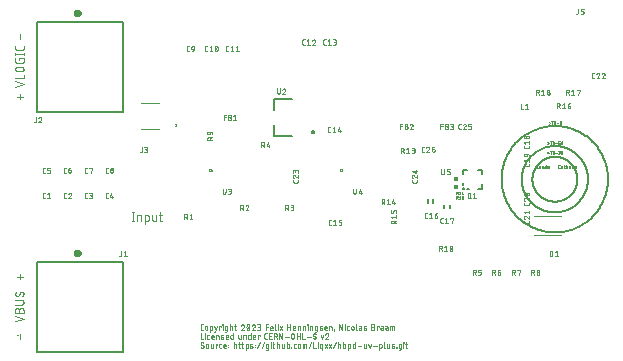
<source format=gbr>
G04 EAGLE Gerber RS-274X export*
G75*
%MOMM*%
%FSLAX34Y34*%
%LPD*%
%INSilkscreen Top*%
%IPPOS*%
%AMOC8*
5,1,8,0,0,1.08239X$1,22.5*%
G01*
%ADD10C,0.050800*%
%ADD11R,0.127000X0.012700*%
%ADD12C,0.076200*%
%ADD13C,0.152400*%
%ADD14C,0.127000*%
%ADD15C,0.025400*%
%ADD16C,0.300000*%
%ADD17C,0.200000*%
%ADD18R,0.300000X0.300000*%
%ADD19C,0.101600*%


D10*
X169418Y31242D02*
X168402Y31242D01*
X168341Y31244D01*
X168280Y31249D01*
X168219Y31259D01*
X168159Y31272D01*
X168100Y31288D01*
X168042Y31308D01*
X167985Y31332D01*
X167930Y31358D01*
X167876Y31389D01*
X167825Y31422D01*
X167775Y31458D01*
X167728Y31498D01*
X167684Y31540D01*
X167642Y31584D01*
X167602Y31631D01*
X167566Y31681D01*
X167533Y31732D01*
X167502Y31786D01*
X167476Y31841D01*
X167452Y31898D01*
X167432Y31956D01*
X167416Y32015D01*
X167403Y32075D01*
X167393Y32136D01*
X167388Y32197D01*
X167386Y32258D01*
X167386Y34798D01*
X167388Y34859D01*
X167393Y34920D01*
X167403Y34981D01*
X167416Y35041D01*
X167432Y35100D01*
X167452Y35158D01*
X167476Y35215D01*
X167502Y35270D01*
X167533Y35324D01*
X167566Y35375D01*
X167602Y35425D01*
X167642Y35472D01*
X167684Y35516D01*
X167728Y35558D01*
X167775Y35598D01*
X167825Y35634D01*
X167876Y35667D01*
X167930Y35698D01*
X167985Y35724D01*
X168042Y35748D01*
X168100Y35768D01*
X168159Y35784D01*
X168219Y35797D01*
X168280Y35807D01*
X168341Y35812D01*
X168402Y35814D01*
X169418Y35814D01*
X171160Y33274D02*
X171160Y32258D01*
X171160Y33274D02*
X171162Y33337D01*
X171168Y33399D01*
X171177Y33461D01*
X171191Y33522D01*
X171208Y33582D01*
X171229Y33641D01*
X171253Y33699D01*
X171281Y33755D01*
X171312Y33809D01*
X171347Y33861D01*
X171384Y33911D01*
X171425Y33958D01*
X171469Y34003D01*
X171515Y34046D01*
X171564Y34085D01*
X171615Y34121D01*
X171668Y34154D01*
X171723Y34183D01*
X171780Y34210D01*
X171838Y34232D01*
X171898Y34251D01*
X171959Y34266D01*
X172020Y34278D01*
X172082Y34286D01*
X172145Y34290D01*
X172207Y34290D01*
X172270Y34286D01*
X172332Y34278D01*
X172393Y34266D01*
X172454Y34251D01*
X172514Y34232D01*
X172572Y34210D01*
X172629Y34183D01*
X172684Y34154D01*
X172737Y34121D01*
X172788Y34085D01*
X172837Y34046D01*
X172883Y34003D01*
X172927Y33958D01*
X172968Y33911D01*
X173005Y33861D01*
X173040Y33809D01*
X173071Y33755D01*
X173099Y33699D01*
X173123Y33641D01*
X173144Y33582D01*
X173161Y33522D01*
X173175Y33461D01*
X173184Y33399D01*
X173190Y33337D01*
X173192Y33274D01*
X173192Y32258D01*
X173190Y32195D01*
X173184Y32133D01*
X173175Y32071D01*
X173161Y32010D01*
X173144Y31950D01*
X173123Y31891D01*
X173099Y31833D01*
X173071Y31777D01*
X173040Y31723D01*
X173005Y31671D01*
X172968Y31621D01*
X172927Y31574D01*
X172883Y31529D01*
X172837Y31486D01*
X172788Y31447D01*
X172737Y31411D01*
X172684Y31378D01*
X172629Y31349D01*
X172572Y31322D01*
X172514Y31300D01*
X172454Y31281D01*
X172393Y31266D01*
X172332Y31254D01*
X172270Y31246D01*
X172207Y31242D01*
X172145Y31242D01*
X172082Y31246D01*
X172020Y31254D01*
X171959Y31266D01*
X171898Y31281D01*
X171838Y31300D01*
X171780Y31322D01*
X171723Y31349D01*
X171668Y31378D01*
X171615Y31411D01*
X171564Y31447D01*
X171515Y31486D01*
X171469Y31529D01*
X171425Y31574D01*
X171384Y31621D01*
X171347Y31671D01*
X171312Y31723D01*
X171281Y31777D01*
X171253Y31833D01*
X171229Y31891D01*
X171208Y31950D01*
X171191Y32010D01*
X171177Y32071D01*
X171168Y32133D01*
X171162Y32195D01*
X171160Y32258D01*
X175301Y34290D02*
X175301Y29718D01*
X175301Y34290D02*
X176571Y34290D01*
X176625Y34288D01*
X176679Y34282D01*
X176733Y34273D01*
X176786Y34259D01*
X176837Y34242D01*
X176888Y34221D01*
X176936Y34197D01*
X176983Y34169D01*
X177028Y34138D01*
X177070Y34104D01*
X177110Y34067D01*
X177147Y34027D01*
X177181Y33985D01*
X177212Y33940D01*
X177240Y33893D01*
X177264Y33845D01*
X177285Y33794D01*
X177302Y33743D01*
X177316Y33690D01*
X177325Y33636D01*
X177331Y33582D01*
X177333Y33528D01*
X177333Y32004D01*
X177331Y31950D01*
X177325Y31896D01*
X177316Y31842D01*
X177302Y31789D01*
X177285Y31738D01*
X177264Y31687D01*
X177240Y31639D01*
X177212Y31592D01*
X177181Y31547D01*
X177147Y31505D01*
X177110Y31465D01*
X177070Y31428D01*
X177028Y31394D01*
X176983Y31363D01*
X176936Y31335D01*
X176888Y31311D01*
X176837Y31290D01*
X176786Y31273D01*
X176733Y31259D01*
X176679Y31250D01*
X176625Y31244D01*
X176571Y31242D01*
X175301Y31242D01*
X179085Y29718D02*
X179593Y29718D01*
X181117Y34290D01*
X179085Y34290D02*
X180101Y31242D01*
X183077Y31242D02*
X183077Y34290D01*
X184601Y34290D01*
X184601Y33782D01*
X186044Y34290D02*
X186044Y31242D01*
X185917Y35560D02*
X185917Y35814D01*
X186171Y35814D01*
X186171Y35560D01*
X185917Y35560D01*
X188659Y31242D02*
X189929Y31242D01*
X188659Y31242D02*
X188605Y31244D01*
X188551Y31250D01*
X188497Y31259D01*
X188444Y31273D01*
X188393Y31290D01*
X188342Y31311D01*
X188294Y31335D01*
X188247Y31363D01*
X188202Y31394D01*
X188160Y31428D01*
X188120Y31465D01*
X188083Y31505D01*
X188049Y31547D01*
X188018Y31592D01*
X187990Y31639D01*
X187966Y31687D01*
X187945Y31738D01*
X187928Y31789D01*
X187914Y31842D01*
X187905Y31896D01*
X187899Y31950D01*
X187897Y32004D01*
X187897Y33528D01*
X187899Y33582D01*
X187905Y33636D01*
X187914Y33690D01*
X187928Y33743D01*
X187945Y33794D01*
X187966Y33845D01*
X187990Y33893D01*
X188018Y33940D01*
X188049Y33985D01*
X188083Y34027D01*
X188120Y34067D01*
X188160Y34104D01*
X188202Y34138D01*
X188247Y34169D01*
X188294Y34197D01*
X188342Y34221D01*
X188393Y34242D01*
X188444Y34259D01*
X188497Y34273D01*
X188551Y34282D01*
X188605Y34288D01*
X188659Y34290D01*
X189929Y34290D01*
X189929Y30480D01*
X189927Y30426D01*
X189921Y30372D01*
X189912Y30318D01*
X189898Y30265D01*
X189881Y30214D01*
X189860Y30163D01*
X189836Y30115D01*
X189808Y30068D01*
X189777Y30023D01*
X189743Y29981D01*
X189706Y29941D01*
X189666Y29904D01*
X189624Y29870D01*
X189579Y29839D01*
X189532Y29811D01*
X189484Y29787D01*
X189433Y29766D01*
X189382Y29749D01*
X189329Y29735D01*
X189275Y29726D01*
X189221Y29720D01*
X189167Y29718D01*
X188151Y29718D01*
X192191Y31242D02*
X192191Y35814D01*
X192191Y34290D02*
X193461Y34290D01*
X193515Y34288D01*
X193569Y34282D01*
X193623Y34273D01*
X193676Y34259D01*
X193727Y34242D01*
X193778Y34221D01*
X193826Y34197D01*
X193873Y34169D01*
X193918Y34138D01*
X193960Y34104D01*
X194000Y34067D01*
X194037Y34027D01*
X194071Y33985D01*
X194102Y33940D01*
X194130Y33893D01*
X194154Y33845D01*
X194175Y33794D01*
X194192Y33743D01*
X194206Y33690D01*
X194215Y33636D01*
X194221Y33582D01*
X194223Y33528D01*
X194223Y31242D01*
X195909Y34290D02*
X197433Y34290D01*
X196417Y35814D02*
X196417Y32004D01*
X196419Y31950D01*
X196425Y31896D01*
X196434Y31842D01*
X196448Y31789D01*
X196465Y31738D01*
X196486Y31687D01*
X196510Y31639D01*
X196538Y31592D01*
X196569Y31547D01*
X196603Y31505D01*
X196640Y31465D01*
X196680Y31428D01*
X196722Y31394D01*
X196767Y31363D01*
X196814Y31335D01*
X196862Y31311D01*
X196913Y31290D01*
X196964Y31273D01*
X197017Y31259D01*
X197071Y31250D01*
X197125Y31244D01*
X197179Y31242D01*
X197433Y31242D01*
X203088Y35814D02*
X203154Y35812D01*
X203221Y35806D01*
X203286Y35797D01*
X203352Y35783D01*
X203416Y35766D01*
X203479Y35745D01*
X203541Y35721D01*
X203601Y35692D01*
X203660Y35661D01*
X203716Y35626D01*
X203771Y35588D01*
X203823Y35547D01*
X203872Y35502D01*
X203919Y35455D01*
X203964Y35406D01*
X204005Y35354D01*
X204043Y35299D01*
X204078Y35243D01*
X204109Y35184D01*
X204138Y35124D01*
X204162Y35062D01*
X204183Y34999D01*
X204200Y34935D01*
X204214Y34869D01*
X204223Y34804D01*
X204229Y34737D01*
X204231Y34671D01*
X203088Y35814D02*
X203014Y35812D01*
X202941Y35807D01*
X202867Y35797D01*
X202795Y35784D01*
X202723Y35768D01*
X202652Y35748D01*
X202582Y35724D01*
X202513Y35697D01*
X202446Y35666D01*
X202380Y35632D01*
X202317Y35595D01*
X202255Y35555D01*
X202195Y35511D01*
X202138Y35465D01*
X202082Y35416D01*
X202030Y35364D01*
X201980Y35309D01*
X201933Y35252D01*
X201889Y35193D01*
X201848Y35132D01*
X201810Y35068D01*
X201775Y35003D01*
X201744Y34936D01*
X201716Y34868D01*
X201691Y34798D01*
X203850Y33782D02*
X203897Y33829D01*
X203941Y33878D01*
X203982Y33930D01*
X204021Y33984D01*
X204056Y34040D01*
X204089Y34098D01*
X204118Y34157D01*
X204144Y34218D01*
X204167Y34280D01*
X204187Y34344D01*
X204202Y34408D01*
X204215Y34473D01*
X204224Y34539D01*
X204229Y34605D01*
X204231Y34671D01*
X203850Y33782D02*
X201691Y31242D01*
X204231Y31242D01*
X206262Y33528D02*
X206264Y33650D01*
X206270Y33772D01*
X206280Y33894D01*
X206294Y34015D01*
X206311Y34136D01*
X206333Y34256D01*
X206358Y34375D01*
X206388Y34494D01*
X206421Y34611D01*
X206458Y34728D01*
X206499Y34843D01*
X206543Y34956D01*
X206591Y35069D01*
X206643Y35179D01*
X206644Y35179D02*
X206664Y35233D01*
X206688Y35287D01*
X206716Y35338D01*
X206746Y35388D01*
X206779Y35436D01*
X206816Y35481D01*
X206855Y35525D01*
X206896Y35565D01*
X206940Y35604D01*
X206987Y35639D01*
X207035Y35671D01*
X207085Y35701D01*
X207138Y35727D01*
X207191Y35750D01*
X207246Y35769D01*
X207302Y35785D01*
X207359Y35798D01*
X207417Y35807D01*
X207475Y35812D01*
X207533Y35814D01*
X207591Y35812D01*
X207649Y35807D01*
X207707Y35798D01*
X207764Y35785D01*
X207820Y35769D01*
X207875Y35750D01*
X207928Y35727D01*
X207981Y35701D01*
X208031Y35671D01*
X208079Y35639D01*
X208126Y35604D01*
X208170Y35565D01*
X208211Y35525D01*
X208250Y35481D01*
X208287Y35436D01*
X208320Y35388D01*
X208350Y35338D01*
X208378Y35287D01*
X208402Y35233D01*
X208422Y35179D01*
X208474Y35069D01*
X208522Y34956D01*
X208566Y34843D01*
X208607Y34728D01*
X208644Y34611D01*
X208677Y34494D01*
X208707Y34375D01*
X208732Y34256D01*
X208754Y34136D01*
X208771Y34015D01*
X208785Y33894D01*
X208795Y33772D01*
X208801Y33650D01*
X208803Y33528D01*
X206262Y33528D02*
X206264Y33406D01*
X206270Y33284D01*
X206280Y33162D01*
X206294Y33041D01*
X206311Y32920D01*
X206333Y32800D01*
X206358Y32681D01*
X206388Y32562D01*
X206421Y32445D01*
X206458Y32328D01*
X206499Y32213D01*
X206543Y32100D01*
X206591Y31987D01*
X206643Y31877D01*
X206644Y31877D02*
X206664Y31823D01*
X206688Y31769D01*
X206716Y31718D01*
X206746Y31668D01*
X206779Y31620D01*
X206816Y31575D01*
X206855Y31531D01*
X206896Y31491D01*
X206940Y31452D01*
X206987Y31417D01*
X207035Y31385D01*
X207085Y31355D01*
X207138Y31329D01*
X207191Y31306D01*
X207246Y31287D01*
X207302Y31271D01*
X207359Y31258D01*
X207417Y31249D01*
X207475Y31244D01*
X207533Y31242D01*
X208422Y31877D02*
X208474Y31987D01*
X208522Y32100D01*
X208566Y32213D01*
X208607Y32328D01*
X208644Y32445D01*
X208677Y32562D01*
X208707Y32681D01*
X208732Y32800D01*
X208754Y32920D01*
X208771Y33041D01*
X208785Y33162D01*
X208795Y33284D01*
X208801Y33406D01*
X208803Y33528D01*
X208422Y31877D02*
X208402Y31823D01*
X208378Y31769D01*
X208350Y31718D01*
X208320Y31668D01*
X208287Y31620D01*
X208250Y31575D01*
X208211Y31531D01*
X208170Y31491D01*
X208126Y31452D01*
X208079Y31417D01*
X208031Y31385D01*
X207981Y31355D01*
X207928Y31329D01*
X207875Y31306D01*
X207820Y31287D01*
X207764Y31271D01*
X207707Y31258D01*
X207649Y31249D01*
X207591Y31244D01*
X207533Y31242D01*
X206517Y32258D02*
X208549Y34798D01*
X212232Y35814D02*
X212298Y35812D01*
X212365Y35806D01*
X212430Y35797D01*
X212496Y35783D01*
X212560Y35766D01*
X212623Y35745D01*
X212685Y35721D01*
X212745Y35692D01*
X212804Y35661D01*
X212860Y35626D01*
X212915Y35588D01*
X212967Y35547D01*
X213016Y35502D01*
X213063Y35455D01*
X213108Y35406D01*
X213149Y35354D01*
X213187Y35299D01*
X213222Y35243D01*
X213253Y35184D01*
X213282Y35124D01*
X213306Y35062D01*
X213327Y34999D01*
X213344Y34935D01*
X213358Y34869D01*
X213367Y34804D01*
X213373Y34737D01*
X213375Y34671D01*
X212232Y35814D02*
X212158Y35812D01*
X212085Y35807D01*
X212011Y35797D01*
X211939Y35784D01*
X211867Y35768D01*
X211796Y35748D01*
X211726Y35724D01*
X211657Y35697D01*
X211590Y35666D01*
X211524Y35632D01*
X211461Y35595D01*
X211399Y35555D01*
X211339Y35511D01*
X211282Y35465D01*
X211226Y35416D01*
X211174Y35364D01*
X211124Y35309D01*
X211077Y35252D01*
X211033Y35193D01*
X210992Y35132D01*
X210954Y35068D01*
X210919Y35003D01*
X210888Y34936D01*
X210860Y34868D01*
X210835Y34798D01*
X212994Y33782D02*
X213041Y33829D01*
X213085Y33878D01*
X213126Y33930D01*
X213165Y33984D01*
X213200Y34040D01*
X213233Y34098D01*
X213262Y34157D01*
X213288Y34218D01*
X213311Y34280D01*
X213331Y34344D01*
X213346Y34408D01*
X213359Y34473D01*
X213368Y34539D01*
X213373Y34605D01*
X213375Y34671D01*
X212994Y33782D02*
X210835Y31242D01*
X213375Y31242D01*
X215407Y31242D02*
X216677Y31242D01*
X216747Y31244D01*
X216817Y31250D01*
X216886Y31259D01*
X216955Y31273D01*
X217023Y31290D01*
X217089Y31311D01*
X217155Y31335D01*
X217219Y31363D01*
X217281Y31395D01*
X217342Y31430D01*
X217401Y31468D01*
X217457Y31510D01*
X217511Y31554D01*
X217563Y31602D01*
X217611Y31652D01*
X217657Y31705D01*
X217700Y31760D01*
X217740Y31817D01*
X217777Y31877D01*
X217810Y31939D01*
X217840Y32002D01*
X217866Y32067D01*
X217889Y32133D01*
X217908Y32200D01*
X217923Y32269D01*
X217935Y32338D01*
X217943Y32407D01*
X217947Y32477D01*
X217947Y32547D01*
X217943Y32617D01*
X217935Y32686D01*
X217923Y32755D01*
X217908Y32824D01*
X217889Y32891D01*
X217866Y32957D01*
X217840Y33022D01*
X217810Y33085D01*
X217777Y33147D01*
X217740Y33207D01*
X217700Y33264D01*
X217657Y33319D01*
X217611Y33372D01*
X217563Y33422D01*
X217511Y33470D01*
X217457Y33514D01*
X217401Y33556D01*
X217342Y33594D01*
X217281Y33629D01*
X217219Y33661D01*
X217155Y33689D01*
X217089Y33713D01*
X217023Y33734D01*
X216955Y33751D01*
X216886Y33765D01*
X216817Y33774D01*
X216747Y33780D01*
X216677Y33782D01*
X216931Y35814D02*
X215407Y35814D01*
X216931Y35814D02*
X216994Y35812D01*
X217056Y35806D01*
X217118Y35797D01*
X217179Y35783D01*
X217239Y35766D01*
X217298Y35745D01*
X217356Y35721D01*
X217412Y35693D01*
X217466Y35662D01*
X217518Y35627D01*
X217568Y35590D01*
X217615Y35549D01*
X217660Y35505D01*
X217703Y35459D01*
X217742Y35410D01*
X217778Y35359D01*
X217811Y35306D01*
X217840Y35251D01*
X217867Y35194D01*
X217889Y35136D01*
X217908Y35076D01*
X217923Y35015D01*
X217935Y34954D01*
X217943Y34892D01*
X217947Y34829D01*
X217947Y34767D01*
X217943Y34704D01*
X217935Y34642D01*
X217923Y34581D01*
X217908Y34520D01*
X217889Y34460D01*
X217867Y34402D01*
X217840Y34345D01*
X217811Y34290D01*
X217778Y34237D01*
X217742Y34186D01*
X217703Y34137D01*
X217660Y34091D01*
X217615Y34047D01*
X217568Y34006D01*
X217518Y33969D01*
X217466Y33934D01*
X217412Y33903D01*
X217356Y33875D01*
X217298Y33851D01*
X217239Y33830D01*
X217179Y33813D01*
X217118Y33799D01*
X217056Y33790D01*
X216994Y33784D01*
X216931Y33782D01*
X215915Y33782D01*
X222579Y35814D02*
X222579Y31242D01*
X222579Y35814D02*
X224611Y35814D01*
X224611Y33782D02*
X222579Y33782D01*
X227090Y31242D02*
X228360Y31242D01*
X227090Y31242D02*
X227036Y31244D01*
X226982Y31250D01*
X226928Y31259D01*
X226875Y31273D01*
X226824Y31290D01*
X226773Y31311D01*
X226725Y31335D01*
X226678Y31363D01*
X226633Y31394D01*
X226591Y31428D01*
X226551Y31465D01*
X226514Y31505D01*
X226480Y31547D01*
X226449Y31592D01*
X226421Y31639D01*
X226397Y31687D01*
X226376Y31738D01*
X226359Y31789D01*
X226345Y31842D01*
X226336Y31896D01*
X226330Y31950D01*
X226328Y32004D01*
X226328Y33274D01*
X226330Y33337D01*
X226336Y33399D01*
X226345Y33461D01*
X226359Y33522D01*
X226376Y33582D01*
X226397Y33641D01*
X226421Y33699D01*
X226449Y33755D01*
X226480Y33809D01*
X226515Y33861D01*
X226552Y33911D01*
X226593Y33958D01*
X226637Y34003D01*
X226683Y34046D01*
X226732Y34085D01*
X226783Y34121D01*
X226836Y34154D01*
X226891Y34183D01*
X226948Y34210D01*
X227006Y34232D01*
X227066Y34251D01*
X227127Y34266D01*
X227188Y34278D01*
X227250Y34286D01*
X227313Y34290D01*
X227375Y34290D01*
X227438Y34286D01*
X227500Y34278D01*
X227561Y34266D01*
X227622Y34251D01*
X227682Y34232D01*
X227740Y34210D01*
X227797Y34183D01*
X227852Y34154D01*
X227905Y34121D01*
X227956Y34085D01*
X228005Y34046D01*
X228051Y34003D01*
X228095Y33958D01*
X228136Y33911D01*
X228173Y33861D01*
X228208Y33809D01*
X228239Y33755D01*
X228267Y33699D01*
X228291Y33641D01*
X228312Y33582D01*
X228329Y33522D01*
X228343Y33461D01*
X228352Y33399D01*
X228358Y33337D01*
X228360Y33274D01*
X228360Y32766D01*
X226328Y32766D01*
X230339Y32004D02*
X230339Y35814D01*
X230339Y32004D02*
X230341Y31950D01*
X230347Y31896D01*
X230356Y31842D01*
X230370Y31789D01*
X230387Y31738D01*
X230408Y31687D01*
X230432Y31639D01*
X230460Y31592D01*
X230491Y31547D01*
X230525Y31505D01*
X230562Y31465D01*
X230602Y31428D01*
X230644Y31394D01*
X230689Y31363D01*
X230736Y31335D01*
X230784Y31311D01*
X230835Y31290D01*
X230886Y31273D01*
X230939Y31259D01*
X230993Y31250D01*
X231047Y31244D01*
X231101Y31242D01*
X232678Y31242D02*
X232678Y34290D01*
X232551Y35560D02*
X232551Y35814D01*
X232805Y35814D01*
X232805Y35560D01*
X232551Y35560D01*
X236437Y34290D02*
X234405Y31242D01*
X236437Y31242D02*
X234405Y34290D01*
X240857Y35814D02*
X240857Y31242D01*
X240857Y33782D02*
X243397Y33782D01*
X243397Y35814D02*
X243397Y31242D01*
X246293Y31242D02*
X247563Y31242D01*
X246293Y31242D02*
X246239Y31244D01*
X246185Y31250D01*
X246131Y31259D01*
X246078Y31273D01*
X246027Y31290D01*
X245976Y31311D01*
X245928Y31335D01*
X245881Y31363D01*
X245836Y31394D01*
X245794Y31428D01*
X245754Y31465D01*
X245717Y31505D01*
X245683Y31547D01*
X245652Y31592D01*
X245624Y31639D01*
X245600Y31687D01*
X245579Y31738D01*
X245562Y31789D01*
X245548Y31842D01*
X245539Y31896D01*
X245533Y31950D01*
X245531Y32004D01*
X245531Y33274D01*
X245533Y33337D01*
X245539Y33399D01*
X245548Y33461D01*
X245562Y33522D01*
X245579Y33582D01*
X245600Y33641D01*
X245624Y33699D01*
X245652Y33755D01*
X245683Y33809D01*
X245718Y33861D01*
X245755Y33911D01*
X245796Y33958D01*
X245840Y34003D01*
X245886Y34046D01*
X245935Y34085D01*
X245986Y34121D01*
X246039Y34154D01*
X246094Y34183D01*
X246151Y34210D01*
X246209Y34232D01*
X246269Y34251D01*
X246330Y34266D01*
X246391Y34278D01*
X246453Y34286D01*
X246516Y34290D01*
X246578Y34290D01*
X246641Y34286D01*
X246703Y34278D01*
X246764Y34266D01*
X246825Y34251D01*
X246885Y34232D01*
X246943Y34210D01*
X247000Y34183D01*
X247055Y34154D01*
X247108Y34121D01*
X247159Y34085D01*
X247208Y34046D01*
X247254Y34003D01*
X247298Y33958D01*
X247339Y33911D01*
X247376Y33861D01*
X247411Y33809D01*
X247442Y33755D01*
X247470Y33699D01*
X247494Y33641D01*
X247515Y33582D01*
X247532Y33522D01*
X247546Y33461D01*
X247555Y33399D01*
X247561Y33337D01*
X247563Y33274D01*
X247563Y32766D01*
X245531Y32766D01*
X249645Y31242D02*
X249645Y34290D01*
X250915Y34290D01*
X250969Y34288D01*
X251023Y34282D01*
X251077Y34273D01*
X251130Y34259D01*
X251181Y34242D01*
X251232Y34221D01*
X251280Y34197D01*
X251327Y34169D01*
X251372Y34138D01*
X251414Y34104D01*
X251454Y34067D01*
X251491Y34027D01*
X251525Y33985D01*
X251556Y33940D01*
X251584Y33893D01*
X251608Y33845D01*
X251629Y33794D01*
X251646Y33743D01*
X251660Y33690D01*
X251669Y33636D01*
X251675Y33582D01*
X251677Y33528D01*
X251677Y31242D01*
X253912Y31242D02*
X253912Y34290D01*
X255182Y34290D01*
X255236Y34288D01*
X255290Y34282D01*
X255344Y34273D01*
X255397Y34259D01*
X255448Y34242D01*
X255499Y34221D01*
X255547Y34197D01*
X255594Y34169D01*
X255639Y34138D01*
X255681Y34104D01*
X255721Y34067D01*
X255758Y34027D01*
X255792Y33985D01*
X255823Y33940D01*
X255851Y33893D01*
X255875Y33845D01*
X255896Y33794D01*
X255913Y33743D01*
X255927Y33690D01*
X255936Y33636D01*
X255942Y33582D01*
X255944Y33528D01*
X255944Y31242D01*
X257976Y31242D02*
X257976Y34290D01*
X257849Y35560D02*
X257849Y35814D01*
X258103Y35814D01*
X258103Y35560D01*
X257849Y35560D01*
X260008Y34290D02*
X260008Y31242D01*
X260008Y34290D02*
X261278Y34290D01*
X261332Y34288D01*
X261386Y34282D01*
X261440Y34273D01*
X261493Y34259D01*
X261544Y34242D01*
X261595Y34221D01*
X261643Y34197D01*
X261690Y34169D01*
X261735Y34138D01*
X261777Y34104D01*
X261817Y34067D01*
X261854Y34027D01*
X261888Y33985D01*
X261919Y33940D01*
X261947Y33893D01*
X261971Y33845D01*
X261992Y33794D01*
X262009Y33743D01*
X262023Y33690D01*
X262032Y33636D01*
X262038Y33582D01*
X262040Y33528D01*
X262040Y31242D01*
X264859Y31242D02*
X266129Y31242D01*
X264859Y31242D02*
X264805Y31244D01*
X264751Y31250D01*
X264697Y31259D01*
X264644Y31273D01*
X264593Y31290D01*
X264542Y31311D01*
X264494Y31335D01*
X264447Y31363D01*
X264402Y31394D01*
X264360Y31428D01*
X264320Y31465D01*
X264283Y31505D01*
X264249Y31547D01*
X264218Y31592D01*
X264190Y31639D01*
X264166Y31687D01*
X264145Y31738D01*
X264128Y31789D01*
X264114Y31842D01*
X264105Y31896D01*
X264099Y31950D01*
X264097Y32004D01*
X264097Y33528D01*
X264099Y33582D01*
X264105Y33636D01*
X264114Y33690D01*
X264128Y33743D01*
X264145Y33794D01*
X264166Y33845D01*
X264190Y33893D01*
X264218Y33940D01*
X264249Y33985D01*
X264283Y34027D01*
X264320Y34067D01*
X264360Y34104D01*
X264402Y34138D01*
X264447Y34169D01*
X264494Y34197D01*
X264542Y34221D01*
X264593Y34242D01*
X264644Y34259D01*
X264697Y34273D01*
X264751Y34282D01*
X264805Y34288D01*
X264859Y34290D01*
X266129Y34290D01*
X266129Y30480D01*
X266127Y30426D01*
X266121Y30372D01*
X266112Y30318D01*
X266098Y30265D01*
X266081Y30214D01*
X266060Y30163D01*
X266036Y30115D01*
X266008Y30068D01*
X265977Y30023D01*
X265943Y29981D01*
X265906Y29941D01*
X265866Y29904D01*
X265824Y29870D01*
X265779Y29839D01*
X265732Y29811D01*
X265684Y29787D01*
X265633Y29766D01*
X265582Y29749D01*
X265529Y29735D01*
X265475Y29726D01*
X265421Y29720D01*
X265367Y29718D01*
X264351Y29718D01*
X268619Y33020D02*
X269889Y32512D01*
X268618Y33019D02*
X268572Y33040D01*
X268527Y33064D01*
X268485Y33092D01*
X268444Y33122D01*
X268406Y33156D01*
X268371Y33193D01*
X268339Y33232D01*
X268309Y33273D01*
X268284Y33317D01*
X268261Y33363D01*
X268242Y33410D01*
X268227Y33458D01*
X268216Y33508D01*
X268208Y33558D01*
X268204Y33609D01*
X268205Y33659D01*
X268209Y33710D01*
X268217Y33760D01*
X268229Y33810D01*
X268244Y33858D01*
X268264Y33905D01*
X268287Y33950D01*
X268313Y33994D01*
X268342Y34035D01*
X268375Y34074D01*
X268411Y34110D01*
X268449Y34144D01*
X268490Y34174D01*
X268532Y34201D01*
X268577Y34225D01*
X268624Y34245D01*
X268672Y34262D01*
X268721Y34275D01*
X268771Y34284D01*
X268822Y34289D01*
X268872Y34290D01*
X268873Y34290D02*
X268980Y34286D01*
X269087Y34279D01*
X269194Y34267D01*
X269300Y34252D01*
X269405Y34232D01*
X269510Y34209D01*
X269613Y34182D01*
X269716Y34151D01*
X269817Y34116D01*
X269917Y34078D01*
X270016Y34036D01*
X269889Y32513D02*
X269935Y32492D01*
X269980Y32468D01*
X270022Y32440D01*
X270063Y32410D01*
X270101Y32376D01*
X270136Y32339D01*
X270168Y32300D01*
X270198Y32259D01*
X270223Y32215D01*
X270246Y32169D01*
X270265Y32122D01*
X270280Y32074D01*
X270291Y32024D01*
X270299Y31974D01*
X270303Y31923D01*
X270302Y31873D01*
X270298Y31822D01*
X270290Y31772D01*
X270278Y31722D01*
X270263Y31674D01*
X270243Y31627D01*
X270220Y31582D01*
X270194Y31538D01*
X270165Y31497D01*
X270132Y31458D01*
X270096Y31422D01*
X270058Y31388D01*
X270017Y31358D01*
X269975Y31331D01*
X269930Y31307D01*
X269883Y31287D01*
X269835Y31270D01*
X269786Y31257D01*
X269736Y31248D01*
X269685Y31243D01*
X269635Y31242D01*
X269634Y31241D02*
X269505Y31245D01*
X269375Y31253D01*
X269246Y31265D01*
X269117Y31280D01*
X268989Y31299D01*
X268862Y31323D01*
X268735Y31350D01*
X268609Y31380D01*
X268484Y31415D01*
X268360Y31453D01*
X268237Y31495D01*
X272962Y31242D02*
X274232Y31242D01*
X272962Y31242D02*
X272908Y31244D01*
X272854Y31250D01*
X272800Y31259D01*
X272747Y31273D01*
X272696Y31290D01*
X272645Y31311D01*
X272597Y31335D01*
X272550Y31363D01*
X272505Y31394D01*
X272463Y31428D01*
X272423Y31465D01*
X272386Y31505D01*
X272352Y31547D01*
X272321Y31592D01*
X272293Y31639D01*
X272269Y31687D01*
X272248Y31738D01*
X272231Y31789D01*
X272217Y31842D01*
X272208Y31896D01*
X272202Y31950D01*
X272200Y32004D01*
X272200Y33274D01*
X272202Y33337D01*
X272208Y33399D01*
X272217Y33461D01*
X272231Y33522D01*
X272248Y33582D01*
X272269Y33641D01*
X272293Y33699D01*
X272321Y33755D01*
X272352Y33809D01*
X272387Y33861D01*
X272424Y33911D01*
X272465Y33958D01*
X272509Y34003D01*
X272555Y34046D01*
X272604Y34085D01*
X272655Y34121D01*
X272708Y34154D01*
X272763Y34183D01*
X272820Y34210D01*
X272878Y34232D01*
X272938Y34251D01*
X272999Y34266D01*
X273060Y34278D01*
X273122Y34286D01*
X273185Y34290D01*
X273247Y34290D01*
X273310Y34286D01*
X273372Y34278D01*
X273433Y34266D01*
X273494Y34251D01*
X273554Y34232D01*
X273612Y34210D01*
X273669Y34183D01*
X273724Y34154D01*
X273777Y34121D01*
X273828Y34085D01*
X273877Y34046D01*
X273923Y34003D01*
X273967Y33958D01*
X274008Y33911D01*
X274045Y33861D01*
X274080Y33809D01*
X274111Y33755D01*
X274139Y33699D01*
X274163Y33641D01*
X274184Y33582D01*
X274201Y33522D01*
X274215Y33461D01*
X274224Y33399D01*
X274230Y33337D01*
X274232Y33274D01*
X274232Y32766D01*
X272200Y32766D01*
X276315Y31242D02*
X276315Y34290D01*
X277585Y34290D01*
X277639Y34288D01*
X277693Y34282D01*
X277747Y34273D01*
X277800Y34259D01*
X277851Y34242D01*
X277902Y34221D01*
X277950Y34197D01*
X277997Y34169D01*
X278042Y34138D01*
X278084Y34104D01*
X278124Y34067D01*
X278161Y34027D01*
X278195Y33985D01*
X278226Y33940D01*
X278254Y33893D01*
X278278Y33845D01*
X278299Y33794D01*
X278316Y33743D01*
X278330Y33690D01*
X278339Y33636D01*
X278345Y33582D01*
X278347Y33528D01*
X278347Y31242D01*
X280232Y31242D02*
X280486Y31242D01*
X280232Y31242D02*
X280232Y31496D01*
X280486Y31496D01*
X280486Y31242D01*
X280105Y30226D01*
X284900Y31242D02*
X284900Y35814D01*
X287440Y31242D01*
X287440Y35814D01*
X289523Y34290D02*
X289523Y31242D01*
X289396Y35560D02*
X289396Y35814D01*
X289650Y35814D01*
X289650Y35560D01*
X289396Y35560D01*
X292170Y31242D02*
X293186Y31242D01*
X292170Y31242D02*
X292116Y31244D01*
X292062Y31250D01*
X292008Y31259D01*
X291955Y31273D01*
X291904Y31290D01*
X291853Y31311D01*
X291805Y31335D01*
X291758Y31363D01*
X291713Y31394D01*
X291671Y31428D01*
X291631Y31465D01*
X291594Y31505D01*
X291560Y31547D01*
X291529Y31592D01*
X291501Y31639D01*
X291477Y31687D01*
X291456Y31738D01*
X291439Y31789D01*
X291425Y31842D01*
X291416Y31896D01*
X291410Y31950D01*
X291408Y32004D01*
X291408Y33528D01*
X291410Y33582D01*
X291416Y33636D01*
X291425Y33690D01*
X291439Y33743D01*
X291456Y33794D01*
X291477Y33845D01*
X291501Y33893D01*
X291529Y33940D01*
X291560Y33985D01*
X291594Y34027D01*
X291631Y34067D01*
X291671Y34104D01*
X291713Y34138D01*
X291758Y34169D01*
X291805Y34197D01*
X291853Y34221D01*
X291904Y34242D01*
X291955Y34259D01*
X292008Y34273D01*
X292062Y34282D01*
X292116Y34288D01*
X292170Y34290D01*
X293186Y34290D01*
X294908Y33274D02*
X294908Y32258D01*
X294908Y33274D02*
X294910Y33337D01*
X294916Y33399D01*
X294925Y33461D01*
X294939Y33522D01*
X294956Y33582D01*
X294977Y33641D01*
X295001Y33699D01*
X295029Y33755D01*
X295060Y33809D01*
X295095Y33861D01*
X295132Y33911D01*
X295173Y33958D01*
X295217Y34003D01*
X295263Y34046D01*
X295312Y34085D01*
X295363Y34121D01*
X295416Y34154D01*
X295471Y34183D01*
X295528Y34210D01*
X295586Y34232D01*
X295646Y34251D01*
X295707Y34266D01*
X295768Y34278D01*
X295830Y34286D01*
X295893Y34290D01*
X295955Y34290D01*
X296018Y34286D01*
X296080Y34278D01*
X296141Y34266D01*
X296202Y34251D01*
X296262Y34232D01*
X296320Y34210D01*
X296377Y34183D01*
X296432Y34154D01*
X296485Y34121D01*
X296536Y34085D01*
X296585Y34046D01*
X296631Y34003D01*
X296675Y33958D01*
X296716Y33911D01*
X296753Y33861D01*
X296788Y33809D01*
X296819Y33755D01*
X296847Y33699D01*
X296871Y33641D01*
X296892Y33582D01*
X296909Y33522D01*
X296923Y33461D01*
X296932Y33399D01*
X296938Y33337D01*
X296940Y33274D01*
X296940Y32258D01*
X296938Y32195D01*
X296932Y32133D01*
X296923Y32071D01*
X296909Y32010D01*
X296892Y31950D01*
X296871Y31891D01*
X296847Y31833D01*
X296819Y31777D01*
X296788Y31723D01*
X296753Y31671D01*
X296716Y31621D01*
X296675Y31574D01*
X296631Y31529D01*
X296585Y31486D01*
X296536Y31447D01*
X296485Y31411D01*
X296432Y31378D01*
X296377Y31349D01*
X296320Y31322D01*
X296262Y31300D01*
X296202Y31281D01*
X296141Y31266D01*
X296080Y31254D01*
X296018Y31246D01*
X295955Y31242D01*
X295893Y31242D01*
X295830Y31246D01*
X295768Y31254D01*
X295707Y31266D01*
X295646Y31281D01*
X295586Y31300D01*
X295528Y31322D01*
X295471Y31349D01*
X295416Y31378D01*
X295363Y31411D01*
X295312Y31447D01*
X295263Y31486D01*
X295217Y31529D01*
X295173Y31574D01*
X295132Y31621D01*
X295095Y31671D01*
X295060Y31723D01*
X295029Y31777D01*
X295001Y31833D01*
X294977Y31891D01*
X294956Y31950D01*
X294939Y32010D01*
X294925Y32071D01*
X294916Y32133D01*
X294910Y32195D01*
X294908Y32258D01*
X298918Y32004D02*
X298918Y35814D01*
X298918Y32004D02*
X298920Y31950D01*
X298926Y31896D01*
X298935Y31842D01*
X298949Y31789D01*
X298966Y31738D01*
X298987Y31687D01*
X299011Y31639D01*
X299039Y31592D01*
X299070Y31547D01*
X299104Y31505D01*
X299141Y31465D01*
X299181Y31428D01*
X299223Y31394D01*
X299268Y31363D01*
X299315Y31335D01*
X299363Y31311D01*
X299414Y31290D01*
X299465Y31273D01*
X299518Y31259D01*
X299572Y31250D01*
X299626Y31244D01*
X299680Y31242D01*
X302171Y33020D02*
X303314Y33020D01*
X302171Y33020D02*
X302113Y33018D01*
X302055Y33012D01*
X301998Y33003D01*
X301941Y32990D01*
X301885Y32973D01*
X301831Y32952D01*
X301778Y32928D01*
X301727Y32901D01*
X301677Y32870D01*
X301630Y32836D01*
X301585Y32799D01*
X301542Y32760D01*
X301503Y32717D01*
X301466Y32672D01*
X301432Y32625D01*
X301401Y32576D01*
X301374Y32524D01*
X301350Y32471D01*
X301329Y32417D01*
X301312Y32361D01*
X301299Y32304D01*
X301290Y32247D01*
X301284Y32189D01*
X301282Y32131D01*
X301284Y32073D01*
X301290Y32015D01*
X301299Y31958D01*
X301312Y31901D01*
X301329Y31845D01*
X301350Y31791D01*
X301374Y31738D01*
X301401Y31687D01*
X301432Y31637D01*
X301466Y31590D01*
X301503Y31545D01*
X301542Y31502D01*
X301585Y31463D01*
X301630Y31426D01*
X301677Y31392D01*
X301727Y31361D01*
X301778Y31334D01*
X301831Y31310D01*
X301885Y31289D01*
X301941Y31272D01*
X301998Y31259D01*
X302055Y31250D01*
X302113Y31244D01*
X302171Y31242D01*
X303314Y31242D01*
X303314Y33528D01*
X303312Y33582D01*
X303306Y33636D01*
X303297Y33690D01*
X303283Y33743D01*
X303266Y33794D01*
X303245Y33845D01*
X303221Y33893D01*
X303193Y33940D01*
X303162Y33985D01*
X303128Y34027D01*
X303091Y34067D01*
X303051Y34104D01*
X303009Y34138D01*
X302964Y34169D01*
X302917Y34197D01*
X302869Y34221D01*
X302818Y34242D01*
X302767Y34259D01*
X302714Y34273D01*
X302660Y34282D01*
X302606Y34288D01*
X302552Y34290D01*
X301536Y34290D01*
X305804Y33020D02*
X307074Y32512D01*
X305804Y33019D02*
X305758Y33040D01*
X305713Y33064D01*
X305671Y33092D01*
X305630Y33122D01*
X305592Y33156D01*
X305557Y33193D01*
X305525Y33232D01*
X305495Y33273D01*
X305470Y33317D01*
X305447Y33363D01*
X305428Y33410D01*
X305413Y33458D01*
X305402Y33508D01*
X305394Y33558D01*
X305390Y33609D01*
X305391Y33659D01*
X305395Y33710D01*
X305403Y33760D01*
X305415Y33810D01*
X305430Y33858D01*
X305450Y33905D01*
X305473Y33950D01*
X305499Y33994D01*
X305528Y34035D01*
X305561Y34074D01*
X305597Y34110D01*
X305635Y34144D01*
X305676Y34174D01*
X305718Y34201D01*
X305763Y34225D01*
X305810Y34245D01*
X305858Y34262D01*
X305907Y34275D01*
X305957Y34284D01*
X306008Y34289D01*
X306058Y34290D01*
X306165Y34286D01*
X306272Y34279D01*
X306379Y34267D01*
X306485Y34252D01*
X306590Y34232D01*
X306695Y34209D01*
X306798Y34182D01*
X306901Y34151D01*
X307002Y34116D01*
X307102Y34078D01*
X307201Y34036D01*
X307074Y32513D02*
X307120Y32492D01*
X307165Y32468D01*
X307207Y32440D01*
X307248Y32410D01*
X307286Y32376D01*
X307321Y32339D01*
X307353Y32300D01*
X307383Y32259D01*
X307408Y32215D01*
X307431Y32169D01*
X307450Y32122D01*
X307465Y32074D01*
X307476Y32024D01*
X307484Y31974D01*
X307488Y31923D01*
X307487Y31873D01*
X307483Y31822D01*
X307475Y31772D01*
X307463Y31722D01*
X307448Y31674D01*
X307428Y31627D01*
X307405Y31582D01*
X307379Y31538D01*
X307350Y31497D01*
X307317Y31458D01*
X307281Y31422D01*
X307243Y31388D01*
X307202Y31358D01*
X307160Y31331D01*
X307115Y31307D01*
X307068Y31287D01*
X307020Y31270D01*
X306971Y31257D01*
X306921Y31248D01*
X306870Y31243D01*
X306820Y31242D01*
X306820Y31241D02*
X306691Y31245D01*
X306561Y31253D01*
X306432Y31265D01*
X306303Y31280D01*
X306175Y31299D01*
X306048Y31323D01*
X305921Y31350D01*
X305795Y31380D01*
X305670Y31415D01*
X305546Y31453D01*
X305423Y31495D01*
X312103Y33782D02*
X313373Y33782D01*
X313443Y33780D01*
X313513Y33774D01*
X313582Y33765D01*
X313651Y33751D01*
X313719Y33734D01*
X313785Y33713D01*
X313851Y33689D01*
X313915Y33661D01*
X313977Y33629D01*
X314038Y33594D01*
X314097Y33556D01*
X314153Y33514D01*
X314207Y33470D01*
X314259Y33422D01*
X314307Y33372D01*
X314353Y33319D01*
X314396Y33264D01*
X314436Y33207D01*
X314473Y33147D01*
X314506Y33085D01*
X314536Y33022D01*
X314562Y32957D01*
X314585Y32891D01*
X314604Y32824D01*
X314619Y32755D01*
X314631Y32686D01*
X314639Y32617D01*
X314643Y32547D01*
X314643Y32477D01*
X314639Y32407D01*
X314631Y32338D01*
X314619Y32269D01*
X314604Y32200D01*
X314585Y32133D01*
X314562Y32067D01*
X314536Y32002D01*
X314506Y31939D01*
X314473Y31877D01*
X314436Y31817D01*
X314396Y31760D01*
X314353Y31705D01*
X314307Y31652D01*
X314259Y31602D01*
X314207Y31554D01*
X314153Y31510D01*
X314097Y31468D01*
X314038Y31430D01*
X313977Y31395D01*
X313915Y31363D01*
X313851Y31335D01*
X313785Y31311D01*
X313719Y31290D01*
X313651Y31273D01*
X313582Y31259D01*
X313513Y31250D01*
X313443Y31244D01*
X313373Y31242D01*
X312103Y31242D01*
X312103Y35814D01*
X313373Y35814D01*
X313436Y35812D01*
X313498Y35806D01*
X313560Y35797D01*
X313621Y35783D01*
X313681Y35766D01*
X313740Y35745D01*
X313798Y35721D01*
X313854Y35693D01*
X313908Y35662D01*
X313960Y35627D01*
X314010Y35590D01*
X314057Y35549D01*
X314102Y35505D01*
X314145Y35459D01*
X314184Y35410D01*
X314220Y35359D01*
X314253Y35306D01*
X314282Y35251D01*
X314309Y35194D01*
X314331Y35136D01*
X314350Y35076D01*
X314365Y35015D01*
X314377Y34954D01*
X314385Y34892D01*
X314389Y34829D01*
X314389Y34767D01*
X314385Y34704D01*
X314377Y34642D01*
X314365Y34581D01*
X314350Y34520D01*
X314331Y34460D01*
X314309Y34402D01*
X314282Y34345D01*
X314253Y34290D01*
X314220Y34237D01*
X314184Y34186D01*
X314145Y34137D01*
X314102Y34091D01*
X314057Y34047D01*
X314010Y34006D01*
X313960Y33969D01*
X313908Y33934D01*
X313854Y33903D01*
X313798Y33875D01*
X313740Y33851D01*
X313681Y33830D01*
X313621Y33813D01*
X313560Y33799D01*
X313498Y33790D01*
X313436Y33784D01*
X313373Y33782D01*
X316578Y34290D02*
X316578Y31242D01*
X316578Y34290D02*
X318102Y34290D01*
X318102Y33782D01*
X320459Y33020D02*
X321602Y33020D01*
X320459Y33020D02*
X320401Y33018D01*
X320343Y33012D01*
X320286Y33003D01*
X320229Y32990D01*
X320173Y32973D01*
X320119Y32952D01*
X320066Y32928D01*
X320015Y32901D01*
X319965Y32870D01*
X319918Y32836D01*
X319873Y32799D01*
X319830Y32760D01*
X319791Y32717D01*
X319754Y32672D01*
X319720Y32625D01*
X319689Y32576D01*
X319662Y32524D01*
X319638Y32471D01*
X319617Y32417D01*
X319600Y32361D01*
X319587Y32304D01*
X319578Y32247D01*
X319572Y32189D01*
X319570Y32131D01*
X319572Y32073D01*
X319578Y32015D01*
X319587Y31958D01*
X319600Y31901D01*
X319617Y31845D01*
X319638Y31791D01*
X319662Y31738D01*
X319689Y31687D01*
X319720Y31637D01*
X319754Y31590D01*
X319791Y31545D01*
X319830Y31502D01*
X319873Y31463D01*
X319918Y31426D01*
X319965Y31392D01*
X320015Y31361D01*
X320066Y31334D01*
X320119Y31310D01*
X320173Y31289D01*
X320229Y31272D01*
X320286Y31259D01*
X320343Y31250D01*
X320401Y31244D01*
X320459Y31242D01*
X321602Y31242D01*
X321602Y33528D01*
X321600Y33582D01*
X321594Y33636D01*
X321585Y33690D01*
X321571Y33743D01*
X321554Y33794D01*
X321533Y33845D01*
X321509Y33893D01*
X321481Y33940D01*
X321450Y33985D01*
X321416Y34027D01*
X321379Y34067D01*
X321339Y34104D01*
X321297Y34138D01*
X321252Y34169D01*
X321205Y34197D01*
X321157Y34221D01*
X321106Y34242D01*
X321055Y34259D01*
X321002Y34273D01*
X320948Y34282D01*
X320894Y34288D01*
X320840Y34290D01*
X319824Y34290D01*
X324573Y33020D02*
X325716Y33020D01*
X324573Y33020D02*
X324515Y33018D01*
X324457Y33012D01*
X324400Y33003D01*
X324343Y32990D01*
X324287Y32973D01*
X324233Y32952D01*
X324180Y32928D01*
X324129Y32901D01*
X324079Y32870D01*
X324032Y32836D01*
X323987Y32799D01*
X323944Y32760D01*
X323905Y32717D01*
X323868Y32672D01*
X323834Y32625D01*
X323803Y32576D01*
X323776Y32524D01*
X323752Y32471D01*
X323731Y32417D01*
X323714Y32361D01*
X323701Y32304D01*
X323692Y32247D01*
X323686Y32189D01*
X323684Y32131D01*
X323686Y32073D01*
X323692Y32015D01*
X323701Y31958D01*
X323714Y31901D01*
X323731Y31845D01*
X323752Y31791D01*
X323776Y31738D01*
X323803Y31687D01*
X323834Y31637D01*
X323868Y31590D01*
X323905Y31545D01*
X323944Y31502D01*
X323987Y31463D01*
X324032Y31426D01*
X324079Y31392D01*
X324129Y31361D01*
X324180Y31334D01*
X324233Y31310D01*
X324287Y31289D01*
X324343Y31272D01*
X324400Y31259D01*
X324457Y31250D01*
X324515Y31244D01*
X324573Y31242D01*
X325716Y31242D01*
X325716Y33528D01*
X325714Y33582D01*
X325708Y33636D01*
X325699Y33690D01*
X325685Y33743D01*
X325668Y33794D01*
X325647Y33845D01*
X325623Y33893D01*
X325595Y33940D01*
X325564Y33985D01*
X325530Y34027D01*
X325493Y34067D01*
X325453Y34104D01*
X325411Y34138D01*
X325366Y34169D01*
X325319Y34197D01*
X325271Y34221D01*
X325220Y34242D01*
X325169Y34259D01*
X325116Y34273D01*
X325062Y34282D01*
X325008Y34288D01*
X324954Y34290D01*
X323938Y34290D01*
X328080Y34290D02*
X328080Y31242D01*
X328080Y34290D02*
X330366Y34290D01*
X330420Y34288D01*
X330474Y34282D01*
X330528Y34273D01*
X330581Y34259D01*
X330632Y34242D01*
X330683Y34221D01*
X330731Y34197D01*
X330778Y34169D01*
X330823Y34138D01*
X330865Y34104D01*
X330905Y34067D01*
X330942Y34027D01*
X330976Y33985D01*
X331007Y33940D01*
X331035Y33893D01*
X331059Y33845D01*
X331080Y33794D01*
X331097Y33743D01*
X331111Y33690D01*
X331120Y33636D01*
X331126Y33582D01*
X331128Y33528D01*
X331128Y31242D01*
X329604Y31242D02*
X329604Y34290D01*
X167386Y28194D02*
X167386Y23622D01*
X169418Y23622D01*
X171084Y23622D02*
X171084Y26670D01*
X170957Y27940D02*
X170957Y28194D01*
X171211Y28194D01*
X171211Y27940D01*
X170957Y27940D01*
X173732Y23622D02*
X174748Y23622D01*
X173732Y23622D02*
X173678Y23624D01*
X173624Y23630D01*
X173570Y23639D01*
X173517Y23653D01*
X173466Y23670D01*
X173415Y23691D01*
X173367Y23715D01*
X173320Y23743D01*
X173275Y23774D01*
X173233Y23808D01*
X173193Y23845D01*
X173156Y23885D01*
X173122Y23927D01*
X173091Y23972D01*
X173063Y24019D01*
X173039Y24067D01*
X173018Y24118D01*
X173001Y24169D01*
X172987Y24222D01*
X172978Y24276D01*
X172972Y24330D01*
X172970Y24384D01*
X172970Y25908D01*
X172972Y25962D01*
X172978Y26016D01*
X172987Y26070D01*
X173001Y26123D01*
X173018Y26174D01*
X173039Y26225D01*
X173063Y26273D01*
X173091Y26320D01*
X173122Y26365D01*
X173156Y26407D01*
X173193Y26447D01*
X173233Y26484D01*
X173275Y26518D01*
X173320Y26549D01*
X173367Y26577D01*
X173415Y26601D01*
X173466Y26622D01*
X173517Y26639D01*
X173570Y26653D01*
X173624Y26662D01*
X173678Y26668D01*
X173732Y26670D01*
X174748Y26670D01*
X177231Y23622D02*
X178501Y23622D01*
X177231Y23622D02*
X177177Y23624D01*
X177123Y23630D01*
X177069Y23639D01*
X177016Y23653D01*
X176965Y23670D01*
X176914Y23691D01*
X176866Y23715D01*
X176819Y23743D01*
X176774Y23774D01*
X176732Y23808D01*
X176692Y23845D01*
X176655Y23885D01*
X176621Y23927D01*
X176590Y23972D01*
X176562Y24019D01*
X176538Y24067D01*
X176517Y24118D01*
X176500Y24169D01*
X176486Y24222D01*
X176477Y24276D01*
X176471Y24330D01*
X176469Y24384D01*
X176469Y25654D01*
X176471Y25717D01*
X176477Y25779D01*
X176486Y25841D01*
X176500Y25902D01*
X176517Y25962D01*
X176538Y26021D01*
X176562Y26079D01*
X176590Y26135D01*
X176621Y26189D01*
X176656Y26241D01*
X176693Y26291D01*
X176734Y26338D01*
X176778Y26383D01*
X176824Y26426D01*
X176873Y26465D01*
X176924Y26501D01*
X176977Y26534D01*
X177032Y26563D01*
X177089Y26590D01*
X177147Y26612D01*
X177207Y26631D01*
X177268Y26646D01*
X177329Y26658D01*
X177391Y26666D01*
X177454Y26670D01*
X177516Y26670D01*
X177579Y26666D01*
X177641Y26658D01*
X177702Y26646D01*
X177763Y26631D01*
X177823Y26612D01*
X177881Y26590D01*
X177938Y26563D01*
X177993Y26534D01*
X178046Y26501D01*
X178097Y26465D01*
X178146Y26426D01*
X178192Y26383D01*
X178236Y26338D01*
X178277Y26291D01*
X178314Y26241D01*
X178349Y26189D01*
X178380Y26135D01*
X178408Y26079D01*
X178432Y26021D01*
X178453Y25962D01*
X178470Y25902D01*
X178484Y25841D01*
X178493Y25779D01*
X178499Y25717D01*
X178501Y25654D01*
X178501Y25146D01*
X176469Y25146D01*
X180584Y23622D02*
X180584Y26670D01*
X181854Y26670D01*
X181908Y26668D01*
X181962Y26662D01*
X182016Y26653D01*
X182069Y26639D01*
X182120Y26622D01*
X182171Y26601D01*
X182219Y26577D01*
X182266Y26549D01*
X182311Y26518D01*
X182353Y26484D01*
X182393Y26447D01*
X182430Y26407D01*
X182464Y26365D01*
X182495Y26320D01*
X182523Y26273D01*
X182547Y26225D01*
X182568Y26174D01*
X182585Y26123D01*
X182599Y26070D01*
X182608Y26016D01*
X182614Y25962D01*
X182616Y25908D01*
X182616Y23622D01*
X185079Y25400D02*
X186349Y24892D01*
X185079Y25399D02*
X185033Y25420D01*
X184988Y25444D01*
X184946Y25472D01*
X184905Y25502D01*
X184867Y25536D01*
X184832Y25573D01*
X184800Y25612D01*
X184770Y25653D01*
X184745Y25697D01*
X184722Y25743D01*
X184703Y25790D01*
X184688Y25838D01*
X184677Y25888D01*
X184669Y25938D01*
X184665Y25989D01*
X184666Y26039D01*
X184670Y26090D01*
X184678Y26140D01*
X184690Y26190D01*
X184705Y26238D01*
X184725Y26285D01*
X184748Y26330D01*
X184774Y26374D01*
X184803Y26415D01*
X184836Y26454D01*
X184872Y26490D01*
X184910Y26524D01*
X184951Y26554D01*
X184993Y26581D01*
X185038Y26605D01*
X185085Y26625D01*
X185133Y26642D01*
X185182Y26655D01*
X185232Y26664D01*
X185283Y26669D01*
X185333Y26670D01*
X185440Y26666D01*
X185547Y26659D01*
X185654Y26647D01*
X185760Y26632D01*
X185865Y26612D01*
X185970Y26589D01*
X186073Y26562D01*
X186176Y26531D01*
X186277Y26496D01*
X186377Y26458D01*
X186476Y26416D01*
X186350Y24893D02*
X186396Y24872D01*
X186441Y24848D01*
X186483Y24820D01*
X186524Y24790D01*
X186562Y24756D01*
X186597Y24719D01*
X186629Y24680D01*
X186659Y24639D01*
X186684Y24595D01*
X186707Y24549D01*
X186726Y24502D01*
X186741Y24454D01*
X186752Y24404D01*
X186760Y24354D01*
X186764Y24303D01*
X186763Y24253D01*
X186759Y24202D01*
X186751Y24152D01*
X186739Y24102D01*
X186724Y24054D01*
X186704Y24007D01*
X186681Y23962D01*
X186655Y23918D01*
X186626Y23877D01*
X186593Y23838D01*
X186557Y23802D01*
X186519Y23768D01*
X186478Y23738D01*
X186436Y23711D01*
X186391Y23687D01*
X186344Y23667D01*
X186296Y23650D01*
X186247Y23637D01*
X186197Y23628D01*
X186146Y23623D01*
X186096Y23622D01*
X186095Y23621D02*
X185966Y23625D01*
X185836Y23633D01*
X185707Y23645D01*
X185578Y23660D01*
X185450Y23679D01*
X185323Y23703D01*
X185196Y23730D01*
X185070Y23760D01*
X184945Y23795D01*
X184821Y23833D01*
X184698Y23875D01*
X189423Y23622D02*
X190693Y23622D01*
X189423Y23622D02*
X189369Y23624D01*
X189315Y23630D01*
X189261Y23639D01*
X189208Y23653D01*
X189157Y23670D01*
X189106Y23691D01*
X189058Y23715D01*
X189011Y23743D01*
X188966Y23774D01*
X188924Y23808D01*
X188884Y23845D01*
X188847Y23885D01*
X188813Y23927D01*
X188782Y23972D01*
X188754Y24019D01*
X188730Y24067D01*
X188709Y24118D01*
X188692Y24169D01*
X188678Y24222D01*
X188669Y24276D01*
X188663Y24330D01*
X188661Y24384D01*
X188661Y25654D01*
X188663Y25717D01*
X188669Y25779D01*
X188678Y25841D01*
X188692Y25902D01*
X188709Y25962D01*
X188730Y26021D01*
X188754Y26079D01*
X188782Y26135D01*
X188813Y26189D01*
X188848Y26241D01*
X188885Y26291D01*
X188926Y26338D01*
X188970Y26383D01*
X189016Y26426D01*
X189065Y26465D01*
X189116Y26501D01*
X189169Y26534D01*
X189224Y26563D01*
X189281Y26590D01*
X189339Y26612D01*
X189399Y26631D01*
X189460Y26646D01*
X189521Y26658D01*
X189583Y26666D01*
X189646Y26670D01*
X189708Y26670D01*
X189771Y26666D01*
X189833Y26658D01*
X189894Y26646D01*
X189955Y26631D01*
X190015Y26612D01*
X190073Y26590D01*
X190130Y26563D01*
X190185Y26534D01*
X190238Y26501D01*
X190289Y26465D01*
X190338Y26426D01*
X190384Y26383D01*
X190428Y26338D01*
X190469Y26291D01*
X190506Y26241D01*
X190541Y26189D01*
X190572Y26135D01*
X190600Y26079D01*
X190624Y26021D01*
X190645Y25962D01*
X190662Y25902D01*
X190676Y25841D01*
X190685Y25779D01*
X190691Y25717D01*
X190693Y25654D01*
X190693Y25146D01*
X188661Y25146D01*
X194629Y23622D02*
X194629Y28194D01*
X194629Y23622D02*
X193359Y23622D01*
X193305Y23624D01*
X193251Y23630D01*
X193197Y23639D01*
X193144Y23653D01*
X193093Y23670D01*
X193042Y23691D01*
X192994Y23715D01*
X192947Y23743D01*
X192902Y23774D01*
X192860Y23808D01*
X192820Y23845D01*
X192783Y23885D01*
X192749Y23927D01*
X192718Y23972D01*
X192690Y24019D01*
X192666Y24067D01*
X192645Y24118D01*
X192628Y24169D01*
X192614Y24222D01*
X192605Y24276D01*
X192599Y24330D01*
X192597Y24384D01*
X192597Y25908D01*
X192599Y25962D01*
X192605Y26016D01*
X192614Y26070D01*
X192628Y26123D01*
X192645Y26174D01*
X192666Y26225D01*
X192690Y26273D01*
X192718Y26320D01*
X192749Y26365D01*
X192783Y26407D01*
X192820Y26447D01*
X192860Y26484D01*
X192902Y26518D01*
X192947Y26549D01*
X192994Y26577D01*
X193042Y26601D01*
X193093Y26622D01*
X193144Y26639D01*
X193197Y26653D01*
X193251Y26662D01*
X193305Y26668D01*
X193359Y26670D01*
X194629Y26670D01*
X199329Y26670D02*
X199329Y24384D01*
X199331Y24330D01*
X199337Y24276D01*
X199346Y24222D01*
X199360Y24169D01*
X199377Y24118D01*
X199398Y24067D01*
X199422Y24019D01*
X199450Y23972D01*
X199481Y23927D01*
X199515Y23885D01*
X199552Y23845D01*
X199592Y23808D01*
X199634Y23774D01*
X199679Y23743D01*
X199726Y23715D01*
X199774Y23691D01*
X199825Y23670D01*
X199876Y23653D01*
X199929Y23639D01*
X199983Y23630D01*
X200037Y23624D01*
X200091Y23622D01*
X201361Y23622D01*
X201361Y26670D01*
X203596Y26670D02*
X203596Y23622D01*
X203596Y26670D02*
X204866Y26670D01*
X204920Y26668D01*
X204974Y26662D01*
X205028Y26653D01*
X205081Y26639D01*
X205132Y26622D01*
X205183Y26601D01*
X205231Y26577D01*
X205278Y26549D01*
X205323Y26518D01*
X205365Y26484D01*
X205405Y26447D01*
X205442Y26407D01*
X205476Y26365D01*
X205507Y26320D01*
X205535Y26273D01*
X205559Y26225D01*
X205580Y26174D01*
X205597Y26123D01*
X205611Y26070D01*
X205620Y26016D01*
X205626Y25962D01*
X205628Y25908D01*
X205628Y23622D01*
X209716Y23622D02*
X209716Y28194D01*
X209716Y23622D02*
X208446Y23622D01*
X208392Y23624D01*
X208338Y23630D01*
X208284Y23639D01*
X208231Y23653D01*
X208180Y23670D01*
X208129Y23691D01*
X208081Y23715D01*
X208034Y23743D01*
X207989Y23774D01*
X207947Y23808D01*
X207907Y23845D01*
X207870Y23885D01*
X207836Y23927D01*
X207805Y23972D01*
X207777Y24019D01*
X207753Y24067D01*
X207732Y24118D01*
X207715Y24169D01*
X207701Y24222D01*
X207692Y24276D01*
X207686Y24330D01*
X207684Y24384D01*
X207684Y25908D01*
X207686Y25962D01*
X207692Y26016D01*
X207701Y26070D01*
X207715Y26123D01*
X207732Y26174D01*
X207753Y26225D01*
X207777Y26273D01*
X207805Y26320D01*
X207836Y26365D01*
X207870Y26407D01*
X207907Y26447D01*
X207947Y26484D01*
X207989Y26518D01*
X208034Y26549D01*
X208081Y26577D01*
X208129Y26601D01*
X208180Y26622D01*
X208231Y26639D01*
X208284Y26653D01*
X208338Y26662D01*
X208392Y26668D01*
X208446Y26670D01*
X209716Y26670D01*
X212587Y23622D02*
X213857Y23622D01*
X212587Y23622D02*
X212533Y23624D01*
X212479Y23630D01*
X212425Y23639D01*
X212372Y23653D01*
X212321Y23670D01*
X212270Y23691D01*
X212222Y23715D01*
X212175Y23743D01*
X212130Y23774D01*
X212088Y23808D01*
X212048Y23845D01*
X212011Y23885D01*
X211977Y23927D01*
X211946Y23972D01*
X211918Y24019D01*
X211894Y24067D01*
X211873Y24118D01*
X211856Y24169D01*
X211842Y24222D01*
X211833Y24276D01*
X211827Y24330D01*
X211825Y24384D01*
X211825Y25654D01*
X211827Y25717D01*
X211833Y25779D01*
X211842Y25841D01*
X211856Y25902D01*
X211873Y25962D01*
X211894Y26021D01*
X211918Y26079D01*
X211946Y26135D01*
X211977Y26189D01*
X212012Y26241D01*
X212049Y26291D01*
X212090Y26338D01*
X212134Y26383D01*
X212180Y26426D01*
X212229Y26465D01*
X212280Y26501D01*
X212333Y26534D01*
X212388Y26563D01*
X212445Y26590D01*
X212503Y26612D01*
X212563Y26631D01*
X212624Y26646D01*
X212685Y26658D01*
X212747Y26666D01*
X212810Y26670D01*
X212872Y26670D01*
X212935Y26666D01*
X212997Y26658D01*
X213058Y26646D01*
X213119Y26631D01*
X213179Y26612D01*
X213237Y26590D01*
X213294Y26563D01*
X213349Y26534D01*
X213402Y26501D01*
X213453Y26465D01*
X213502Y26426D01*
X213548Y26383D01*
X213592Y26338D01*
X213633Y26291D01*
X213670Y26241D01*
X213705Y26189D01*
X213736Y26135D01*
X213764Y26079D01*
X213788Y26021D01*
X213809Y25962D01*
X213826Y25902D01*
X213840Y25841D01*
X213849Y25779D01*
X213855Y25717D01*
X213857Y25654D01*
X213857Y25146D01*
X211825Y25146D01*
X215970Y23622D02*
X215970Y26670D01*
X217494Y26670D01*
X217494Y26162D01*
X222478Y23622D02*
X223494Y23622D01*
X222478Y23622D02*
X222417Y23624D01*
X222356Y23629D01*
X222295Y23639D01*
X222235Y23652D01*
X222176Y23668D01*
X222118Y23688D01*
X222061Y23712D01*
X222006Y23738D01*
X221952Y23769D01*
X221901Y23802D01*
X221851Y23838D01*
X221804Y23878D01*
X221760Y23920D01*
X221718Y23964D01*
X221678Y24011D01*
X221642Y24061D01*
X221609Y24112D01*
X221578Y24166D01*
X221552Y24221D01*
X221528Y24278D01*
X221508Y24336D01*
X221492Y24395D01*
X221479Y24455D01*
X221469Y24516D01*
X221464Y24577D01*
X221462Y24638D01*
X221462Y27178D01*
X221464Y27239D01*
X221469Y27300D01*
X221479Y27361D01*
X221492Y27421D01*
X221508Y27480D01*
X221528Y27538D01*
X221552Y27595D01*
X221578Y27650D01*
X221609Y27704D01*
X221642Y27755D01*
X221678Y27805D01*
X221718Y27852D01*
X221760Y27896D01*
X221804Y27938D01*
X221851Y27978D01*
X221901Y28014D01*
X221952Y28047D01*
X222006Y28078D01*
X222061Y28104D01*
X222118Y28128D01*
X222176Y28148D01*
X222235Y28164D01*
X222295Y28177D01*
X222356Y28187D01*
X222417Y28192D01*
X222478Y28194D01*
X223494Y28194D01*
X225450Y23622D02*
X227482Y23622D01*
X225450Y23622D02*
X225450Y28194D01*
X227482Y28194D01*
X226974Y26162D02*
X225450Y26162D01*
X229435Y28194D02*
X229435Y23622D01*
X229435Y28194D02*
X230705Y28194D01*
X230775Y28192D01*
X230845Y28186D01*
X230914Y28177D01*
X230983Y28163D01*
X231051Y28146D01*
X231117Y28125D01*
X231183Y28101D01*
X231247Y28073D01*
X231309Y28041D01*
X231370Y28006D01*
X231429Y27968D01*
X231485Y27926D01*
X231539Y27882D01*
X231591Y27834D01*
X231639Y27784D01*
X231685Y27731D01*
X231728Y27676D01*
X231768Y27619D01*
X231805Y27559D01*
X231838Y27497D01*
X231868Y27434D01*
X231894Y27369D01*
X231917Y27303D01*
X231936Y27236D01*
X231951Y27167D01*
X231963Y27098D01*
X231971Y27029D01*
X231975Y26959D01*
X231975Y26889D01*
X231971Y26819D01*
X231963Y26750D01*
X231951Y26681D01*
X231936Y26612D01*
X231917Y26545D01*
X231894Y26479D01*
X231868Y26414D01*
X231838Y26351D01*
X231805Y26289D01*
X231768Y26229D01*
X231728Y26172D01*
X231685Y26117D01*
X231639Y26064D01*
X231591Y26014D01*
X231539Y25966D01*
X231485Y25922D01*
X231429Y25880D01*
X231370Y25842D01*
X231309Y25807D01*
X231247Y25775D01*
X231183Y25747D01*
X231117Y25723D01*
X231051Y25702D01*
X230983Y25685D01*
X230914Y25671D01*
X230845Y25662D01*
X230775Y25656D01*
X230705Y25654D01*
X229435Y25654D01*
X230959Y25654D02*
X231975Y23622D01*
X234126Y23622D02*
X234126Y28194D01*
X236666Y23622D01*
X236666Y28194D01*
X238901Y25400D02*
X241949Y25400D01*
X244032Y24892D02*
X244032Y26924D01*
X244034Y26994D01*
X244040Y27064D01*
X244049Y27133D01*
X244063Y27202D01*
X244080Y27270D01*
X244101Y27336D01*
X244125Y27402D01*
X244153Y27466D01*
X244185Y27528D01*
X244220Y27589D01*
X244258Y27648D01*
X244300Y27704D01*
X244344Y27758D01*
X244392Y27810D01*
X244442Y27858D01*
X244495Y27904D01*
X244550Y27947D01*
X244607Y27987D01*
X244667Y28024D01*
X244729Y28057D01*
X244792Y28087D01*
X244857Y28113D01*
X244923Y28136D01*
X244990Y28155D01*
X245059Y28170D01*
X245128Y28182D01*
X245197Y28190D01*
X245267Y28194D01*
X245337Y28194D01*
X245407Y28190D01*
X245476Y28182D01*
X245545Y28170D01*
X245614Y28155D01*
X245681Y28136D01*
X245747Y28113D01*
X245812Y28087D01*
X245875Y28057D01*
X245937Y28024D01*
X245997Y27987D01*
X246054Y27947D01*
X246109Y27904D01*
X246162Y27858D01*
X246212Y27810D01*
X246260Y27758D01*
X246304Y27704D01*
X246346Y27648D01*
X246384Y27589D01*
X246419Y27528D01*
X246451Y27466D01*
X246479Y27402D01*
X246503Y27336D01*
X246524Y27270D01*
X246541Y27202D01*
X246555Y27133D01*
X246564Y27064D01*
X246570Y26994D01*
X246572Y26924D01*
X246572Y24892D01*
X246570Y24822D01*
X246564Y24752D01*
X246555Y24683D01*
X246541Y24614D01*
X246524Y24546D01*
X246503Y24480D01*
X246479Y24414D01*
X246451Y24350D01*
X246419Y24288D01*
X246384Y24227D01*
X246346Y24168D01*
X246304Y24112D01*
X246260Y24058D01*
X246212Y24006D01*
X246162Y23958D01*
X246109Y23912D01*
X246054Y23869D01*
X245997Y23829D01*
X245937Y23792D01*
X245875Y23759D01*
X245812Y23729D01*
X245747Y23703D01*
X245681Y23680D01*
X245614Y23661D01*
X245545Y23646D01*
X245476Y23634D01*
X245407Y23626D01*
X245337Y23622D01*
X245267Y23622D01*
X245197Y23626D01*
X245128Y23634D01*
X245059Y23646D01*
X244990Y23661D01*
X244923Y23680D01*
X244857Y23703D01*
X244792Y23729D01*
X244729Y23759D01*
X244667Y23792D01*
X244607Y23829D01*
X244550Y23869D01*
X244495Y23912D01*
X244442Y23958D01*
X244392Y24006D01*
X244344Y24058D01*
X244300Y24112D01*
X244258Y24168D01*
X244220Y24227D01*
X244185Y24288D01*
X244153Y24350D01*
X244125Y24414D01*
X244101Y24480D01*
X244080Y24546D01*
X244063Y24614D01*
X244049Y24683D01*
X244040Y24752D01*
X244034Y24822D01*
X244032Y24892D01*
X248757Y23622D02*
X248757Y28194D01*
X248757Y26162D02*
X251297Y26162D01*
X251297Y28194D02*
X251297Y23622D01*
X253643Y23622D02*
X253643Y28194D01*
X253643Y23622D02*
X255675Y23622D01*
X257494Y25400D02*
X260542Y25400D01*
X263996Y23622D02*
X264057Y23624D01*
X264118Y23629D01*
X264179Y23639D01*
X264239Y23652D01*
X264298Y23668D01*
X264356Y23688D01*
X264413Y23712D01*
X264468Y23738D01*
X264522Y23769D01*
X264573Y23802D01*
X264623Y23838D01*
X264670Y23878D01*
X264714Y23920D01*
X264756Y23964D01*
X264796Y24011D01*
X264832Y24061D01*
X264865Y24112D01*
X264896Y24166D01*
X264922Y24221D01*
X264946Y24278D01*
X264966Y24336D01*
X264982Y24395D01*
X264995Y24455D01*
X265005Y24516D01*
X265010Y24577D01*
X265012Y24638D01*
X263996Y23622D02*
X263907Y23624D01*
X263818Y23629D01*
X263729Y23639D01*
X263641Y23652D01*
X263553Y23668D01*
X263466Y23688D01*
X263381Y23712D01*
X263296Y23740D01*
X263212Y23770D01*
X263130Y23805D01*
X263049Y23842D01*
X262970Y23883D01*
X262892Y23928D01*
X262817Y23975D01*
X262743Y24026D01*
X262672Y24079D01*
X262603Y24136D01*
X262536Y24195D01*
X262472Y24257D01*
X262599Y27178D02*
X262601Y27239D01*
X262606Y27300D01*
X262616Y27361D01*
X262629Y27421D01*
X262645Y27480D01*
X262665Y27538D01*
X262689Y27595D01*
X262715Y27650D01*
X262746Y27704D01*
X262779Y27755D01*
X262815Y27805D01*
X262855Y27852D01*
X262897Y27896D01*
X262941Y27938D01*
X262988Y27978D01*
X263038Y28014D01*
X263089Y28047D01*
X263143Y28078D01*
X263198Y28104D01*
X263255Y28128D01*
X263313Y28148D01*
X263372Y28164D01*
X263432Y28177D01*
X263493Y28187D01*
X263554Y28192D01*
X263615Y28194D01*
X263697Y28192D01*
X263778Y28187D01*
X263859Y28178D01*
X263940Y28166D01*
X264020Y28150D01*
X264100Y28131D01*
X264179Y28109D01*
X264256Y28083D01*
X264332Y28054D01*
X264407Y28021D01*
X264481Y27986D01*
X264553Y27947D01*
X264623Y27905D01*
X264692Y27861D01*
X264758Y27813D01*
X263107Y26289D02*
X263054Y26323D01*
X263003Y26359D01*
X262954Y26399D01*
X262908Y26442D01*
X262864Y26488D01*
X262823Y26536D01*
X262786Y26586D01*
X262751Y26639D01*
X262720Y26694D01*
X262692Y26750D01*
X262668Y26808D01*
X262647Y26868D01*
X262630Y26928D01*
X262616Y26990D01*
X262607Y27052D01*
X262601Y27115D01*
X262599Y27178D01*
X264505Y25527D02*
X264558Y25493D01*
X264609Y25457D01*
X264658Y25417D01*
X264704Y25374D01*
X264748Y25328D01*
X264789Y25280D01*
X264826Y25230D01*
X264861Y25177D01*
X264892Y25122D01*
X264920Y25066D01*
X264944Y25008D01*
X264965Y24948D01*
X264982Y24888D01*
X264996Y24826D01*
X265005Y24764D01*
X265011Y24701D01*
X265013Y24638D01*
X264504Y25527D02*
X263107Y26289D01*
X269127Y26670D02*
X270143Y23622D01*
X271159Y26670D01*
X274385Y28194D02*
X274451Y28192D01*
X274518Y28186D01*
X274583Y28177D01*
X274649Y28163D01*
X274713Y28146D01*
X274776Y28125D01*
X274838Y28101D01*
X274898Y28072D01*
X274957Y28041D01*
X275013Y28006D01*
X275068Y27968D01*
X275120Y27927D01*
X275169Y27882D01*
X275216Y27835D01*
X275261Y27786D01*
X275302Y27734D01*
X275340Y27679D01*
X275375Y27623D01*
X275406Y27564D01*
X275435Y27504D01*
X275459Y27442D01*
X275480Y27379D01*
X275497Y27315D01*
X275511Y27249D01*
X275520Y27184D01*
X275526Y27117D01*
X275528Y27051D01*
X274385Y28194D02*
X274311Y28192D01*
X274238Y28187D01*
X274164Y28177D01*
X274092Y28164D01*
X274020Y28148D01*
X273949Y28128D01*
X273879Y28104D01*
X273810Y28077D01*
X273743Y28046D01*
X273677Y28012D01*
X273614Y27975D01*
X273552Y27935D01*
X273492Y27891D01*
X273435Y27845D01*
X273379Y27796D01*
X273327Y27744D01*
X273277Y27689D01*
X273230Y27632D01*
X273186Y27573D01*
X273145Y27512D01*
X273107Y27448D01*
X273072Y27383D01*
X273041Y27316D01*
X273013Y27248D01*
X272988Y27178D01*
X275147Y26162D02*
X275194Y26209D01*
X275238Y26258D01*
X275279Y26310D01*
X275318Y26364D01*
X275353Y26420D01*
X275386Y26478D01*
X275415Y26537D01*
X275441Y26598D01*
X275464Y26660D01*
X275484Y26724D01*
X275499Y26788D01*
X275512Y26853D01*
X275521Y26919D01*
X275526Y26985D01*
X275528Y27051D01*
X275147Y26162D02*
X272988Y23622D01*
X275528Y23622D01*
X169926Y17018D02*
X169924Y16957D01*
X169919Y16896D01*
X169909Y16835D01*
X169896Y16775D01*
X169880Y16716D01*
X169860Y16658D01*
X169836Y16601D01*
X169810Y16546D01*
X169779Y16492D01*
X169746Y16441D01*
X169710Y16391D01*
X169670Y16344D01*
X169628Y16300D01*
X169584Y16258D01*
X169537Y16218D01*
X169487Y16182D01*
X169436Y16149D01*
X169382Y16118D01*
X169327Y16092D01*
X169270Y16068D01*
X169212Y16048D01*
X169153Y16032D01*
X169093Y16019D01*
X169032Y16009D01*
X168971Y16004D01*
X168910Y16002D01*
X168821Y16004D01*
X168732Y16009D01*
X168643Y16019D01*
X168555Y16032D01*
X168467Y16048D01*
X168380Y16068D01*
X168295Y16092D01*
X168210Y16120D01*
X168126Y16150D01*
X168044Y16185D01*
X167963Y16222D01*
X167884Y16263D01*
X167806Y16308D01*
X167731Y16355D01*
X167657Y16406D01*
X167586Y16459D01*
X167517Y16516D01*
X167450Y16575D01*
X167386Y16637D01*
X167513Y19558D02*
X167515Y19619D01*
X167520Y19680D01*
X167530Y19741D01*
X167543Y19801D01*
X167559Y19860D01*
X167579Y19918D01*
X167603Y19975D01*
X167629Y20030D01*
X167660Y20084D01*
X167693Y20135D01*
X167729Y20185D01*
X167769Y20232D01*
X167811Y20276D01*
X167855Y20318D01*
X167902Y20358D01*
X167952Y20394D01*
X168003Y20427D01*
X168057Y20458D01*
X168112Y20484D01*
X168169Y20508D01*
X168227Y20528D01*
X168286Y20544D01*
X168346Y20557D01*
X168407Y20567D01*
X168468Y20572D01*
X168529Y20574D01*
X168611Y20572D01*
X168692Y20567D01*
X168773Y20558D01*
X168854Y20546D01*
X168934Y20530D01*
X169014Y20511D01*
X169093Y20489D01*
X169170Y20463D01*
X169246Y20434D01*
X169321Y20401D01*
X169395Y20366D01*
X169467Y20327D01*
X169537Y20285D01*
X169606Y20241D01*
X169672Y20193D01*
X168021Y18669D02*
X167968Y18703D01*
X167917Y18739D01*
X167868Y18779D01*
X167822Y18822D01*
X167778Y18868D01*
X167737Y18916D01*
X167700Y18966D01*
X167665Y19019D01*
X167634Y19074D01*
X167606Y19130D01*
X167582Y19188D01*
X167561Y19248D01*
X167544Y19308D01*
X167530Y19370D01*
X167521Y19432D01*
X167515Y19495D01*
X167513Y19558D01*
X169418Y17907D02*
X169471Y17873D01*
X169522Y17837D01*
X169571Y17797D01*
X169617Y17754D01*
X169661Y17708D01*
X169702Y17660D01*
X169739Y17610D01*
X169774Y17557D01*
X169805Y17502D01*
X169833Y17446D01*
X169857Y17388D01*
X169878Y17328D01*
X169895Y17268D01*
X169909Y17206D01*
X169918Y17144D01*
X169924Y17081D01*
X169926Y17018D01*
X169418Y17907D02*
X168021Y18669D01*
X171755Y18034D02*
X171755Y17018D01*
X171755Y18034D02*
X171757Y18097D01*
X171763Y18159D01*
X171772Y18221D01*
X171786Y18282D01*
X171803Y18342D01*
X171824Y18401D01*
X171848Y18459D01*
X171876Y18515D01*
X171907Y18569D01*
X171942Y18621D01*
X171979Y18671D01*
X172020Y18718D01*
X172064Y18763D01*
X172110Y18806D01*
X172159Y18845D01*
X172210Y18881D01*
X172263Y18914D01*
X172318Y18943D01*
X172375Y18970D01*
X172433Y18992D01*
X172493Y19011D01*
X172554Y19026D01*
X172615Y19038D01*
X172677Y19046D01*
X172740Y19050D01*
X172802Y19050D01*
X172865Y19046D01*
X172927Y19038D01*
X172988Y19026D01*
X173049Y19011D01*
X173109Y18992D01*
X173167Y18970D01*
X173224Y18943D01*
X173279Y18914D01*
X173332Y18881D01*
X173383Y18845D01*
X173432Y18806D01*
X173478Y18763D01*
X173522Y18718D01*
X173563Y18671D01*
X173600Y18621D01*
X173635Y18569D01*
X173666Y18515D01*
X173694Y18459D01*
X173718Y18401D01*
X173739Y18342D01*
X173756Y18282D01*
X173770Y18221D01*
X173779Y18159D01*
X173785Y18097D01*
X173787Y18034D01*
X173787Y17018D01*
X173785Y16955D01*
X173779Y16893D01*
X173770Y16831D01*
X173756Y16770D01*
X173739Y16710D01*
X173718Y16651D01*
X173694Y16593D01*
X173666Y16537D01*
X173635Y16483D01*
X173600Y16431D01*
X173563Y16381D01*
X173522Y16334D01*
X173478Y16289D01*
X173432Y16246D01*
X173383Y16207D01*
X173332Y16171D01*
X173279Y16138D01*
X173224Y16109D01*
X173167Y16082D01*
X173109Y16060D01*
X173049Y16041D01*
X172988Y16026D01*
X172927Y16014D01*
X172865Y16006D01*
X172802Y16002D01*
X172740Y16002D01*
X172677Y16006D01*
X172615Y16014D01*
X172554Y16026D01*
X172493Y16041D01*
X172433Y16060D01*
X172375Y16082D01*
X172318Y16109D01*
X172263Y16138D01*
X172210Y16171D01*
X172159Y16207D01*
X172110Y16246D01*
X172064Y16289D01*
X172020Y16334D01*
X171979Y16381D01*
X171942Y16431D01*
X171907Y16483D01*
X171876Y16537D01*
X171848Y16593D01*
X171824Y16651D01*
X171803Y16710D01*
X171786Y16770D01*
X171772Y16831D01*
X171763Y16893D01*
X171757Y16955D01*
X171755Y17018D01*
X175870Y16764D02*
X175870Y19050D01*
X175870Y16764D02*
X175872Y16710D01*
X175878Y16656D01*
X175887Y16602D01*
X175901Y16549D01*
X175918Y16498D01*
X175939Y16447D01*
X175963Y16399D01*
X175991Y16352D01*
X176022Y16307D01*
X176056Y16265D01*
X176093Y16225D01*
X176133Y16188D01*
X176175Y16154D01*
X176220Y16123D01*
X176267Y16095D01*
X176315Y16071D01*
X176366Y16050D01*
X176417Y16033D01*
X176470Y16019D01*
X176524Y16010D01*
X176578Y16004D01*
X176632Y16002D01*
X177902Y16002D01*
X177902Y19050D01*
X180167Y19050D02*
X180167Y16002D01*
X180167Y19050D02*
X181691Y19050D01*
X181691Y18542D01*
X183953Y16002D02*
X184969Y16002D01*
X183953Y16002D02*
X183899Y16004D01*
X183845Y16010D01*
X183791Y16019D01*
X183738Y16033D01*
X183687Y16050D01*
X183636Y16071D01*
X183588Y16095D01*
X183541Y16123D01*
X183496Y16154D01*
X183454Y16188D01*
X183414Y16225D01*
X183377Y16265D01*
X183343Y16307D01*
X183312Y16352D01*
X183284Y16399D01*
X183260Y16447D01*
X183239Y16498D01*
X183222Y16549D01*
X183208Y16602D01*
X183199Y16656D01*
X183193Y16710D01*
X183191Y16764D01*
X183191Y18288D01*
X183193Y18342D01*
X183199Y18396D01*
X183208Y18450D01*
X183222Y18503D01*
X183239Y18554D01*
X183260Y18605D01*
X183284Y18653D01*
X183312Y18700D01*
X183343Y18745D01*
X183377Y18787D01*
X183414Y18827D01*
X183454Y18864D01*
X183496Y18898D01*
X183541Y18929D01*
X183588Y18957D01*
X183636Y18981D01*
X183687Y19002D01*
X183738Y19019D01*
X183791Y19033D01*
X183845Y19042D01*
X183899Y19048D01*
X183953Y19050D01*
X184969Y19050D01*
X187452Y16002D02*
X188722Y16002D01*
X187452Y16002D02*
X187398Y16004D01*
X187344Y16010D01*
X187290Y16019D01*
X187237Y16033D01*
X187186Y16050D01*
X187135Y16071D01*
X187087Y16095D01*
X187040Y16123D01*
X186995Y16154D01*
X186953Y16188D01*
X186913Y16225D01*
X186876Y16265D01*
X186842Y16307D01*
X186811Y16352D01*
X186783Y16399D01*
X186759Y16447D01*
X186738Y16498D01*
X186721Y16549D01*
X186707Y16602D01*
X186698Y16656D01*
X186692Y16710D01*
X186690Y16764D01*
X186690Y18034D01*
X186692Y18097D01*
X186698Y18159D01*
X186707Y18221D01*
X186721Y18282D01*
X186738Y18342D01*
X186759Y18401D01*
X186783Y18459D01*
X186811Y18515D01*
X186842Y18569D01*
X186877Y18621D01*
X186914Y18671D01*
X186955Y18718D01*
X186999Y18763D01*
X187045Y18806D01*
X187094Y18845D01*
X187145Y18881D01*
X187198Y18914D01*
X187253Y18943D01*
X187310Y18970D01*
X187368Y18992D01*
X187428Y19011D01*
X187489Y19026D01*
X187550Y19038D01*
X187612Y19046D01*
X187675Y19050D01*
X187737Y19050D01*
X187800Y19046D01*
X187862Y19038D01*
X187923Y19026D01*
X187984Y19011D01*
X188044Y18992D01*
X188102Y18970D01*
X188159Y18943D01*
X188214Y18914D01*
X188267Y18881D01*
X188318Y18845D01*
X188367Y18806D01*
X188413Y18763D01*
X188457Y18718D01*
X188498Y18671D01*
X188535Y18621D01*
X188570Y18569D01*
X188601Y18515D01*
X188629Y18459D01*
X188653Y18401D01*
X188674Y18342D01*
X188691Y18282D01*
X188705Y18221D01*
X188714Y18159D01*
X188720Y18097D01*
X188722Y18034D01*
X188722Y17526D01*
X186690Y17526D01*
X190627Y16637D02*
X190627Y16383D01*
X190627Y16637D02*
X190881Y16637D01*
X190881Y16383D01*
X190627Y16383D01*
X190627Y18415D02*
X190627Y18669D01*
X190881Y18669D01*
X190881Y18415D01*
X190627Y18415D01*
X195377Y20574D02*
X195377Y16002D01*
X195377Y19050D02*
X196647Y19050D01*
X196701Y19048D01*
X196755Y19042D01*
X196809Y19033D01*
X196862Y19019D01*
X196913Y19002D01*
X196964Y18981D01*
X197012Y18957D01*
X197059Y18929D01*
X197104Y18898D01*
X197146Y18864D01*
X197186Y18827D01*
X197223Y18787D01*
X197257Y18745D01*
X197288Y18700D01*
X197316Y18653D01*
X197340Y18605D01*
X197361Y18554D01*
X197378Y18503D01*
X197392Y18450D01*
X197401Y18396D01*
X197407Y18342D01*
X197409Y18288D01*
X197409Y16002D01*
X199094Y19050D02*
X200618Y19050D01*
X199602Y20574D02*
X199602Y16764D01*
X199604Y16710D01*
X199610Y16656D01*
X199619Y16602D01*
X199633Y16549D01*
X199650Y16498D01*
X199671Y16447D01*
X199695Y16399D01*
X199723Y16352D01*
X199754Y16307D01*
X199788Y16265D01*
X199825Y16225D01*
X199865Y16188D01*
X199907Y16154D01*
X199952Y16123D01*
X199999Y16095D01*
X200047Y16071D01*
X200098Y16050D01*
X200149Y16033D01*
X200202Y16019D01*
X200256Y16010D01*
X200310Y16004D01*
X200364Y16002D01*
X200618Y16002D01*
X201990Y19050D02*
X203514Y19050D01*
X202498Y20574D02*
X202498Y16764D01*
X202500Y16710D01*
X202506Y16656D01*
X202515Y16602D01*
X202529Y16549D01*
X202546Y16498D01*
X202567Y16447D01*
X202591Y16399D01*
X202619Y16352D01*
X202650Y16307D01*
X202684Y16265D01*
X202721Y16225D01*
X202761Y16188D01*
X202803Y16154D01*
X202848Y16123D01*
X202895Y16095D01*
X202943Y16071D01*
X202994Y16050D01*
X203045Y16033D01*
X203098Y16019D01*
X203152Y16010D01*
X203206Y16004D01*
X203260Y16002D01*
X203514Y16002D01*
X205461Y14478D02*
X205461Y19050D01*
X206731Y19050D01*
X206785Y19048D01*
X206839Y19042D01*
X206893Y19033D01*
X206946Y19019D01*
X206997Y19002D01*
X207048Y18981D01*
X207096Y18957D01*
X207143Y18929D01*
X207188Y18898D01*
X207230Y18864D01*
X207270Y18827D01*
X207307Y18787D01*
X207341Y18745D01*
X207372Y18700D01*
X207400Y18653D01*
X207424Y18605D01*
X207445Y18554D01*
X207462Y18503D01*
X207476Y18450D01*
X207485Y18396D01*
X207491Y18342D01*
X207493Y18288D01*
X207493Y16764D01*
X207491Y16710D01*
X207485Y16656D01*
X207476Y16602D01*
X207462Y16549D01*
X207445Y16498D01*
X207424Y16447D01*
X207400Y16399D01*
X207372Y16352D01*
X207341Y16307D01*
X207307Y16265D01*
X207270Y16225D01*
X207230Y16188D01*
X207188Y16154D01*
X207143Y16123D01*
X207096Y16095D01*
X207048Y16071D01*
X206997Y16050D01*
X206946Y16033D01*
X206893Y16019D01*
X206839Y16010D01*
X206785Y16004D01*
X206731Y16002D01*
X205461Y16002D01*
X209778Y17780D02*
X211048Y17272D01*
X209778Y17779D02*
X209732Y17800D01*
X209687Y17824D01*
X209645Y17852D01*
X209604Y17882D01*
X209566Y17916D01*
X209531Y17953D01*
X209499Y17992D01*
X209469Y18033D01*
X209444Y18077D01*
X209421Y18123D01*
X209402Y18170D01*
X209387Y18218D01*
X209376Y18268D01*
X209368Y18318D01*
X209364Y18369D01*
X209365Y18419D01*
X209369Y18470D01*
X209377Y18520D01*
X209389Y18570D01*
X209404Y18618D01*
X209424Y18665D01*
X209447Y18710D01*
X209473Y18754D01*
X209502Y18795D01*
X209535Y18834D01*
X209571Y18870D01*
X209609Y18904D01*
X209650Y18934D01*
X209692Y18961D01*
X209737Y18985D01*
X209784Y19005D01*
X209832Y19022D01*
X209881Y19035D01*
X209931Y19044D01*
X209982Y19049D01*
X210032Y19050D01*
X210139Y19046D01*
X210246Y19039D01*
X210353Y19027D01*
X210459Y19012D01*
X210564Y18992D01*
X210669Y18969D01*
X210772Y18942D01*
X210875Y18911D01*
X210976Y18876D01*
X211076Y18838D01*
X211175Y18796D01*
X211048Y17273D02*
X211094Y17252D01*
X211139Y17228D01*
X211181Y17200D01*
X211222Y17170D01*
X211260Y17136D01*
X211295Y17099D01*
X211327Y17060D01*
X211357Y17019D01*
X211382Y16975D01*
X211405Y16929D01*
X211424Y16882D01*
X211439Y16834D01*
X211450Y16784D01*
X211458Y16734D01*
X211462Y16683D01*
X211461Y16633D01*
X211457Y16582D01*
X211449Y16532D01*
X211437Y16482D01*
X211422Y16434D01*
X211402Y16387D01*
X211379Y16342D01*
X211353Y16298D01*
X211324Y16257D01*
X211291Y16218D01*
X211255Y16182D01*
X211217Y16148D01*
X211176Y16118D01*
X211134Y16091D01*
X211089Y16067D01*
X211042Y16047D01*
X210994Y16030D01*
X210945Y16017D01*
X210895Y16008D01*
X210844Y16003D01*
X210794Y16002D01*
X210794Y16001D02*
X210665Y16005D01*
X210535Y16013D01*
X210406Y16025D01*
X210277Y16040D01*
X210149Y16059D01*
X210022Y16083D01*
X209895Y16110D01*
X209769Y16140D01*
X209644Y16175D01*
X209520Y16213D01*
X209397Y16255D01*
X213334Y16383D02*
X213334Y16637D01*
X213588Y16637D01*
X213588Y16383D01*
X213334Y16383D01*
X213334Y18415D02*
X213334Y18669D01*
X213588Y18669D01*
X213588Y18415D01*
X213334Y18415D01*
X215341Y15494D02*
X217373Y21082D01*
X221030Y21082D02*
X218998Y15494D01*
X223544Y16002D02*
X224814Y16002D01*
X223544Y16002D02*
X223490Y16004D01*
X223436Y16010D01*
X223382Y16019D01*
X223329Y16033D01*
X223278Y16050D01*
X223227Y16071D01*
X223179Y16095D01*
X223132Y16123D01*
X223087Y16154D01*
X223045Y16188D01*
X223005Y16225D01*
X222968Y16265D01*
X222934Y16307D01*
X222903Y16352D01*
X222875Y16399D01*
X222851Y16447D01*
X222830Y16498D01*
X222813Y16549D01*
X222799Y16602D01*
X222790Y16656D01*
X222784Y16710D01*
X222782Y16764D01*
X222782Y18288D01*
X222784Y18342D01*
X222790Y18396D01*
X222799Y18450D01*
X222813Y18503D01*
X222830Y18554D01*
X222851Y18605D01*
X222875Y18653D01*
X222903Y18700D01*
X222934Y18745D01*
X222968Y18787D01*
X223005Y18827D01*
X223045Y18864D01*
X223087Y18898D01*
X223132Y18929D01*
X223179Y18957D01*
X223227Y18981D01*
X223278Y19002D01*
X223329Y19019D01*
X223382Y19033D01*
X223436Y19042D01*
X223490Y19048D01*
X223544Y19050D01*
X224814Y19050D01*
X224814Y15240D01*
X224812Y15186D01*
X224806Y15132D01*
X224797Y15078D01*
X224783Y15025D01*
X224766Y14974D01*
X224745Y14923D01*
X224721Y14875D01*
X224693Y14828D01*
X224662Y14783D01*
X224628Y14741D01*
X224591Y14701D01*
X224551Y14664D01*
X224509Y14630D01*
X224464Y14599D01*
X224417Y14571D01*
X224369Y14547D01*
X224318Y14526D01*
X224267Y14509D01*
X224214Y14495D01*
X224160Y14486D01*
X224106Y14480D01*
X224052Y14478D01*
X223036Y14478D01*
X226872Y16002D02*
X226872Y19050D01*
X226745Y20320D02*
X226745Y20574D01*
X226999Y20574D01*
X226999Y20320D01*
X226745Y20320D01*
X228354Y19050D02*
X229878Y19050D01*
X228862Y20574D02*
X228862Y16764D01*
X228864Y16710D01*
X228870Y16656D01*
X228879Y16602D01*
X228893Y16549D01*
X228910Y16498D01*
X228931Y16447D01*
X228955Y16399D01*
X228983Y16352D01*
X229014Y16307D01*
X229048Y16265D01*
X229085Y16225D01*
X229125Y16188D01*
X229167Y16154D01*
X229212Y16123D01*
X229259Y16095D01*
X229307Y16071D01*
X229358Y16050D01*
X229409Y16033D01*
X229462Y16019D01*
X229516Y16010D01*
X229570Y16004D01*
X229624Y16002D01*
X229878Y16002D01*
X231800Y16002D02*
X231800Y20574D01*
X231800Y19050D02*
X233070Y19050D01*
X233124Y19048D01*
X233178Y19042D01*
X233232Y19033D01*
X233285Y19019D01*
X233336Y19002D01*
X233387Y18981D01*
X233435Y18957D01*
X233482Y18929D01*
X233527Y18898D01*
X233569Y18864D01*
X233609Y18827D01*
X233646Y18787D01*
X233680Y18745D01*
X233711Y18700D01*
X233739Y18653D01*
X233763Y18605D01*
X233784Y18554D01*
X233801Y18503D01*
X233815Y18450D01*
X233824Y18396D01*
X233830Y18342D01*
X233832Y18288D01*
X233832Y16002D01*
X236067Y16764D02*
X236067Y19050D01*
X236067Y16764D02*
X236069Y16710D01*
X236075Y16656D01*
X236084Y16602D01*
X236098Y16549D01*
X236115Y16498D01*
X236136Y16447D01*
X236160Y16399D01*
X236188Y16352D01*
X236219Y16307D01*
X236253Y16265D01*
X236290Y16225D01*
X236330Y16188D01*
X236372Y16154D01*
X236417Y16123D01*
X236464Y16095D01*
X236512Y16071D01*
X236563Y16050D01*
X236614Y16033D01*
X236667Y16019D01*
X236721Y16010D01*
X236775Y16004D01*
X236829Y16002D01*
X238099Y16002D01*
X238099Y19050D01*
X240360Y20574D02*
X240360Y16002D01*
X241630Y16002D01*
X241684Y16004D01*
X241738Y16010D01*
X241792Y16019D01*
X241845Y16033D01*
X241896Y16050D01*
X241947Y16071D01*
X241995Y16095D01*
X242042Y16123D01*
X242087Y16154D01*
X242129Y16188D01*
X242169Y16225D01*
X242206Y16265D01*
X242240Y16307D01*
X242271Y16352D01*
X242299Y16399D01*
X242323Y16447D01*
X242344Y16498D01*
X242361Y16549D01*
X242375Y16602D01*
X242384Y16656D01*
X242390Y16710D01*
X242392Y16764D01*
X242392Y18288D01*
X242390Y18342D01*
X242384Y18396D01*
X242375Y18450D01*
X242361Y18503D01*
X242344Y18554D01*
X242323Y18605D01*
X242299Y18653D01*
X242271Y18700D01*
X242240Y18745D01*
X242206Y18787D01*
X242169Y18827D01*
X242129Y18864D01*
X242087Y18898D01*
X242042Y18929D01*
X241995Y18957D01*
X241947Y18981D01*
X241896Y19002D01*
X241845Y19019D01*
X241792Y19033D01*
X241738Y19042D01*
X241684Y19048D01*
X241630Y19050D01*
X240360Y19050D01*
X244118Y16256D02*
X244118Y16002D01*
X244118Y16256D02*
X244372Y16256D01*
X244372Y16002D01*
X244118Y16002D01*
X246893Y16002D02*
X247909Y16002D01*
X246893Y16002D02*
X246839Y16004D01*
X246785Y16010D01*
X246731Y16019D01*
X246678Y16033D01*
X246627Y16050D01*
X246576Y16071D01*
X246528Y16095D01*
X246481Y16123D01*
X246436Y16154D01*
X246394Y16188D01*
X246354Y16225D01*
X246317Y16265D01*
X246283Y16307D01*
X246252Y16352D01*
X246224Y16399D01*
X246200Y16447D01*
X246179Y16498D01*
X246162Y16549D01*
X246148Y16602D01*
X246139Y16656D01*
X246133Y16710D01*
X246131Y16764D01*
X246131Y18288D01*
X246133Y18342D01*
X246139Y18396D01*
X246148Y18450D01*
X246162Y18503D01*
X246179Y18554D01*
X246200Y18605D01*
X246224Y18653D01*
X246252Y18700D01*
X246283Y18745D01*
X246317Y18787D01*
X246354Y18827D01*
X246394Y18864D01*
X246436Y18898D01*
X246481Y18929D01*
X246528Y18957D01*
X246576Y18981D01*
X246627Y19002D01*
X246678Y19019D01*
X246731Y19033D01*
X246785Y19042D01*
X246839Y19048D01*
X246893Y19050D01*
X247909Y19050D01*
X249630Y18034D02*
X249630Y17018D01*
X249630Y18034D02*
X249632Y18097D01*
X249638Y18159D01*
X249647Y18221D01*
X249661Y18282D01*
X249678Y18342D01*
X249699Y18401D01*
X249723Y18459D01*
X249751Y18515D01*
X249782Y18569D01*
X249817Y18621D01*
X249854Y18671D01*
X249895Y18718D01*
X249939Y18763D01*
X249985Y18806D01*
X250034Y18845D01*
X250085Y18881D01*
X250138Y18914D01*
X250193Y18943D01*
X250250Y18970D01*
X250308Y18992D01*
X250368Y19011D01*
X250429Y19026D01*
X250490Y19038D01*
X250552Y19046D01*
X250615Y19050D01*
X250677Y19050D01*
X250740Y19046D01*
X250802Y19038D01*
X250863Y19026D01*
X250924Y19011D01*
X250984Y18992D01*
X251042Y18970D01*
X251099Y18943D01*
X251154Y18914D01*
X251207Y18881D01*
X251258Y18845D01*
X251307Y18806D01*
X251353Y18763D01*
X251397Y18718D01*
X251438Y18671D01*
X251475Y18621D01*
X251510Y18569D01*
X251541Y18515D01*
X251569Y18459D01*
X251593Y18401D01*
X251614Y18342D01*
X251631Y18282D01*
X251645Y18221D01*
X251654Y18159D01*
X251660Y18097D01*
X251662Y18034D01*
X251662Y17018D01*
X251660Y16955D01*
X251654Y16893D01*
X251645Y16831D01*
X251631Y16770D01*
X251614Y16710D01*
X251593Y16651D01*
X251569Y16593D01*
X251541Y16537D01*
X251510Y16483D01*
X251475Y16431D01*
X251438Y16381D01*
X251397Y16334D01*
X251353Y16289D01*
X251307Y16246D01*
X251258Y16207D01*
X251207Y16171D01*
X251154Y16138D01*
X251099Y16109D01*
X251042Y16082D01*
X250984Y16060D01*
X250924Y16041D01*
X250863Y16026D01*
X250802Y16014D01*
X250740Y16006D01*
X250677Y16002D01*
X250615Y16002D01*
X250552Y16006D01*
X250490Y16014D01*
X250429Y16026D01*
X250368Y16041D01*
X250308Y16060D01*
X250250Y16082D01*
X250193Y16109D01*
X250138Y16138D01*
X250085Y16171D01*
X250034Y16207D01*
X249985Y16246D01*
X249939Y16289D01*
X249895Y16334D01*
X249854Y16381D01*
X249817Y16431D01*
X249782Y16483D01*
X249751Y16537D01*
X249723Y16593D01*
X249699Y16651D01*
X249678Y16710D01*
X249661Y16770D01*
X249647Y16831D01*
X249638Y16893D01*
X249632Y16955D01*
X249630Y17018D01*
X253846Y16002D02*
X253846Y19050D01*
X256132Y19050D01*
X256186Y19048D01*
X256240Y19042D01*
X256294Y19033D01*
X256347Y19019D01*
X256398Y19002D01*
X256449Y18981D01*
X256497Y18957D01*
X256544Y18929D01*
X256589Y18898D01*
X256631Y18864D01*
X256671Y18827D01*
X256708Y18787D01*
X256742Y18745D01*
X256773Y18700D01*
X256801Y18653D01*
X256825Y18605D01*
X256846Y18554D01*
X256863Y18503D01*
X256877Y18450D01*
X256886Y18396D01*
X256892Y18342D01*
X256894Y18288D01*
X256894Y16002D01*
X255370Y16002D02*
X255370Y19050D01*
X258926Y15494D02*
X260958Y21082D01*
X262950Y20574D02*
X262950Y16002D01*
X264982Y16002D01*
X266648Y16002D02*
X266648Y19050D01*
X266521Y20320D02*
X266521Y20574D01*
X266775Y20574D01*
X266775Y20320D01*
X266521Y20320D01*
X270533Y19050D02*
X270533Y14478D01*
X270533Y19050D02*
X269263Y19050D01*
X269209Y19048D01*
X269155Y19042D01*
X269101Y19033D01*
X269048Y19019D01*
X268997Y19002D01*
X268946Y18981D01*
X268898Y18957D01*
X268851Y18929D01*
X268806Y18898D01*
X268764Y18864D01*
X268724Y18827D01*
X268687Y18787D01*
X268653Y18745D01*
X268622Y18700D01*
X268594Y18653D01*
X268570Y18605D01*
X268549Y18554D01*
X268532Y18503D01*
X268518Y18450D01*
X268509Y18396D01*
X268503Y18342D01*
X268501Y18288D01*
X268501Y16764D01*
X268503Y16710D01*
X268509Y16656D01*
X268518Y16602D01*
X268532Y16549D01*
X268549Y16498D01*
X268570Y16447D01*
X268594Y16399D01*
X268622Y16352D01*
X268653Y16307D01*
X268687Y16265D01*
X268724Y16225D01*
X268764Y16188D01*
X268806Y16154D01*
X268851Y16123D01*
X268898Y16095D01*
X268946Y16071D01*
X268997Y16050D01*
X269048Y16033D01*
X269101Y16019D01*
X269155Y16010D01*
X269209Y16004D01*
X269263Y16002D01*
X270533Y16002D01*
X272490Y16002D02*
X274522Y19050D01*
X272490Y19050D02*
X274522Y16002D01*
X276147Y16002D02*
X278179Y19050D01*
X276147Y19050D02*
X278179Y16002D01*
X279805Y15494D02*
X281837Y21082D01*
X283767Y20574D02*
X283767Y16002D01*
X283767Y19050D02*
X285037Y19050D01*
X285091Y19048D01*
X285145Y19042D01*
X285199Y19033D01*
X285252Y19019D01*
X285303Y19002D01*
X285354Y18981D01*
X285402Y18957D01*
X285449Y18929D01*
X285494Y18898D01*
X285536Y18864D01*
X285576Y18827D01*
X285613Y18787D01*
X285647Y18745D01*
X285678Y18700D01*
X285706Y18653D01*
X285730Y18605D01*
X285751Y18554D01*
X285768Y18503D01*
X285782Y18450D01*
X285791Y18396D01*
X285797Y18342D01*
X285799Y18288D01*
X285799Y16002D01*
X288061Y16002D02*
X288061Y20574D01*
X288061Y16002D02*
X289331Y16002D01*
X289385Y16004D01*
X289439Y16010D01*
X289493Y16019D01*
X289546Y16033D01*
X289597Y16050D01*
X289648Y16071D01*
X289696Y16095D01*
X289743Y16123D01*
X289788Y16154D01*
X289830Y16188D01*
X289870Y16225D01*
X289907Y16265D01*
X289941Y16307D01*
X289972Y16352D01*
X290000Y16399D01*
X290024Y16447D01*
X290045Y16498D01*
X290062Y16549D01*
X290076Y16602D01*
X290085Y16656D01*
X290091Y16710D01*
X290093Y16764D01*
X290093Y18288D01*
X290091Y18342D01*
X290085Y18396D01*
X290076Y18450D01*
X290062Y18503D01*
X290045Y18554D01*
X290024Y18605D01*
X290000Y18653D01*
X289972Y18700D01*
X289941Y18745D01*
X289907Y18787D01*
X289870Y18827D01*
X289830Y18864D01*
X289788Y18898D01*
X289743Y18929D01*
X289696Y18957D01*
X289648Y18981D01*
X289597Y19002D01*
X289546Y19019D01*
X289493Y19033D01*
X289439Y19042D01*
X289385Y19048D01*
X289331Y19050D01*
X288061Y19050D01*
X292176Y19050D02*
X292176Y14478D01*
X292176Y19050D02*
X293446Y19050D01*
X293500Y19048D01*
X293554Y19042D01*
X293608Y19033D01*
X293661Y19019D01*
X293712Y19002D01*
X293763Y18981D01*
X293811Y18957D01*
X293858Y18929D01*
X293903Y18898D01*
X293945Y18864D01*
X293985Y18827D01*
X294022Y18787D01*
X294056Y18745D01*
X294087Y18700D01*
X294115Y18653D01*
X294139Y18605D01*
X294160Y18554D01*
X294177Y18503D01*
X294191Y18450D01*
X294200Y18396D01*
X294206Y18342D01*
X294208Y18288D01*
X294208Y16764D01*
X294206Y16710D01*
X294200Y16656D01*
X294191Y16602D01*
X294177Y16549D01*
X294160Y16498D01*
X294139Y16447D01*
X294115Y16399D01*
X294087Y16352D01*
X294056Y16307D01*
X294022Y16265D01*
X293985Y16225D01*
X293945Y16188D01*
X293903Y16154D01*
X293858Y16123D01*
X293811Y16095D01*
X293763Y16071D01*
X293712Y16050D01*
X293661Y16033D01*
X293608Y16019D01*
X293554Y16010D01*
X293500Y16004D01*
X293446Y16002D01*
X292176Y16002D01*
X298117Y16002D02*
X298117Y20574D01*
X298117Y16002D02*
X296847Y16002D01*
X296793Y16004D01*
X296739Y16010D01*
X296685Y16019D01*
X296632Y16033D01*
X296581Y16050D01*
X296530Y16071D01*
X296482Y16095D01*
X296435Y16123D01*
X296390Y16154D01*
X296348Y16188D01*
X296308Y16225D01*
X296271Y16265D01*
X296237Y16307D01*
X296206Y16352D01*
X296178Y16399D01*
X296154Y16447D01*
X296133Y16498D01*
X296116Y16549D01*
X296102Y16602D01*
X296093Y16656D01*
X296087Y16710D01*
X296085Y16764D01*
X296085Y18288D01*
X296087Y18342D01*
X296093Y18396D01*
X296102Y18450D01*
X296116Y18503D01*
X296133Y18554D01*
X296154Y18605D01*
X296178Y18653D01*
X296206Y18700D01*
X296237Y18745D01*
X296271Y18787D01*
X296308Y18827D01*
X296348Y18864D01*
X296390Y18898D01*
X296435Y18929D01*
X296482Y18957D01*
X296530Y18981D01*
X296581Y19002D01*
X296632Y19019D01*
X296685Y19033D01*
X296739Y19042D01*
X296793Y19048D01*
X296847Y19050D01*
X298117Y19050D01*
X300328Y17780D02*
X303376Y17780D01*
X305560Y16764D02*
X305560Y19050D01*
X305560Y16764D02*
X305562Y16710D01*
X305568Y16656D01*
X305577Y16602D01*
X305591Y16549D01*
X305608Y16498D01*
X305629Y16447D01*
X305653Y16399D01*
X305681Y16352D01*
X305712Y16307D01*
X305746Y16265D01*
X305783Y16225D01*
X305823Y16188D01*
X305865Y16154D01*
X305910Y16123D01*
X305957Y16095D01*
X306005Y16071D01*
X306056Y16050D01*
X306107Y16033D01*
X306160Y16019D01*
X306214Y16010D01*
X306268Y16004D01*
X306322Y16002D01*
X307592Y16002D01*
X307592Y19050D01*
X309523Y19050D02*
X310539Y16002D01*
X311555Y19050D01*
X313434Y17780D02*
X316482Y17780D01*
X318693Y19050D02*
X318693Y14478D01*
X318693Y19050D02*
X319963Y19050D01*
X320017Y19048D01*
X320071Y19042D01*
X320125Y19033D01*
X320178Y19019D01*
X320229Y19002D01*
X320280Y18981D01*
X320328Y18957D01*
X320375Y18929D01*
X320420Y18898D01*
X320462Y18864D01*
X320502Y18827D01*
X320539Y18787D01*
X320573Y18745D01*
X320604Y18700D01*
X320632Y18653D01*
X320656Y18605D01*
X320677Y18554D01*
X320694Y18503D01*
X320708Y18450D01*
X320717Y18396D01*
X320723Y18342D01*
X320725Y18288D01*
X320725Y16764D01*
X320723Y16710D01*
X320717Y16656D01*
X320708Y16602D01*
X320694Y16549D01*
X320677Y16498D01*
X320656Y16447D01*
X320632Y16399D01*
X320604Y16352D01*
X320573Y16307D01*
X320539Y16265D01*
X320502Y16225D01*
X320462Y16188D01*
X320420Y16154D01*
X320375Y16123D01*
X320328Y16095D01*
X320280Y16071D01*
X320229Y16050D01*
X320178Y16033D01*
X320125Y16019D01*
X320071Y16010D01*
X320017Y16004D01*
X319963Y16002D01*
X318693Y16002D01*
X322677Y16764D02*
X322677Y20574D01*
X322677Y16764D02*
X322679Y16710D01*
X322685Y16656D01*
X322694Y16602D01*
X322708Y16549D01*
X322725Y16498D01*
X322746Y16447D01*
X322770Y16399D01*
X322798Y16352D01*
X322829Y16307D01*
X322863Y16265D01*
X322900Y16225D01*
X322940Y16188D01*
X322982Y16154D01*
X323027Y16123D01*
X323074Y16095D01*
X323122Y16071D01*
X323173Y16050D01*
X323224Y16033D01*
X323277Y16019D01*
X323331Y16010D01*
X323385Y16004D01*
X323439Y16002D01*
X325220Y16764D02*
X325220Y19050D01*
X325220Y16764D02*
X325222Y16710D01*
X325228Y16656D01*
X325237Y16602D01*
X325251Y16549D01*
X325268Y16498D01*
X325289Y16447D01*
X325313Y16399D01*
X325341Y16352D01*
X325372Y16307D01*
X325406Y16265D01*
X325443Y16225D01*
X325483Y16188D01*
X325525Y16154D01*
X325570Y16123D01*
X325617Y16095D01*
X325665Y16071D01*
X325716Y16050D01*
X325767Y16033D01*
X325820Y16019D01*
X325874Y16010D01*
X325928Y16004D01*
X325982Y16002D01*
X327252Y16002D01*
X327252Y19050D01*
X329715Y17780D02*
X330985Y17272D01*
X329715Y17779D02*
X329669Y17800D01*
X329624Y17824D01*
X329582Y17852D01*
X329541Y17882D01*
X329503Y17916D01*
X329468Y17953D01*
X329436Y17992D01*
X329406Y18033D01*
X329381Y18077D01*
X329358Y18123D01*
X329339Y18170D01*
X329324Y18218D01*
X329313Y18268D01*
X329305Y18318D01*
X329301Y18369D01*
X329302Y18419D01*
X329306Y18470D01*
X329314Y18520D01*
X329326Y18570D01*
X329341Y18618D01*
X329361Y18665D01*
X329384Y18710D01*
X329410Y18754D01*
X329439Y18795D01*
X329472Y18834D01*
X329508Y18870D01*
X329546Y18904D01*
X329587Y18934D01*
X329629Y18961D01*
X329674Y18985D01*
X329721Y19005D01*
X329769Y19022D01*
X329818Y19035D01*
X329868Y19044D01*
X329919Y19049D01*
X329969Y19050D01*
X330076Y19046D01*
X330183Y19039D01*
X330290Y19027D01*
X330396Y19012D01*
X330501Y18992D01*
X330606Y18969D01*
X330709Y18942D01*
X330812Y18911D01*
X330913Y18876D01*
X331013Y18838D01*
X331112Y18796D01*
X330986Y17273D02*
X331032Y17252D01*
X331077Y17228D01*
X331119Y17200D01*
X331160Y17170D01*
X331198Y17136D01*
X331233Y17099D01*
X331265Y17060D01*
X331295Y17019D01*
X331320Y16975D01*
X331343Y16929D01*
X331362Y16882D01*
X331377Y16834D01*
X331388Y16784D01*
X331396Y16734D01*
X331400Y16683D01*
X331399Y16633D01*
X331395Y16582D01*
X331387Y16532D01*
X331375Y16482D01*
X331360Y16434D01*
X331340Y16387D01*
X331317Y16342D01*
X331291Y16298D01*
X331262Y16257D01*
X331229Y16218D01*
X331193Y16182D01*
X331155Y16148D01*
X331114Y16118D01*
X331072Y16091D01*
X331027Y16067D01*
X330980Y16047D01*
X330932Y16030D01*
X330883Y16017D01*
X330833Y16008D01*
X330782Y16003D01*
X330732Y16002D01*
X330731Y16001D02*
X330602Y16005D01*
X330472Y16013D01*
X330343Y16025D01*
X330214Y16040D01*
X330086Y16059D01*
X329959Y16083D01*
X329832Y16110D01*
X329706Y16140D01*
X329581Y16175D01*
X329457Y16213D01*
X329334Y16255D01*
X333119Y16256D02*
X333119Y16002D01*
X333119Y16256D02*
X333373Y16256D01*
X333373Y16002D01*
X333119Y16002D01*
X335861Y16002D02*
X337131Y16002D01*
X335861Y16002D02*
X335807Y16004D01*
X335753Y16010D01*
X335699Y16019D01*
X335646Y16033D01*
X335595Y16050D01*
X335544Y16071D01*
X335496Y16095D01*
X335449Y16123D01*
X335404Y16154D01*
X335362Y16188D01*
X335322Y16225D01*
X335285Y16265D01*
X335251Y16307D01*
X335220Y16352D01*
X335192Y16399D01*
X335168Y16447D01*
X335147Y16498D01*
X335130Y16549D01*
X335116Y16602D01*
X335107Y16656D01*
X335101Y16710D01*
X335099Y16764D01*
X335099Y18288D01*
X335101Y18342D01*
X335107Y18396D01*
X335116Y18450D01*
X335130Y18503D01*
X335147Y18554D01*
X335168Y18605D01*
X335192Y18653D01*
X335220Y18700D01*
X335251Y18745D01*
X335285Y18787D01*
X335322Y18827D01*
X335362Y18864D01*
X335404Y18898D01*
X335449Y18929D01*
X335496Y18957D01*
X335544Y18981D01*
X335595Y19002D01*
X335646Y19019D01*
X335699Y19033D01*
X335753Y19042D01*
X335807Y19048D01*
X335861Y19050D01*
X337131Y19050D01*
X337131Y15240D01*
X337129Y15186D01*
X337123Y15132D01*
X337114Y15078D01*
X337100Y15025D01*
X337083Y14974D01*
X337062Y14923D01*
X337038Y14875D01*
X337010Y14828D01*
X336979Y14783D01*
X336945Y14741D01*
X336908Y14701D01*
X336868Y14664D01*
X336826Y14630D01*
X336781Y14599D01*
X336734Y14571D01*
X336686Y14547D01*
X336635Y14526D01*
X336584Y14509D01*
X336531Y14495D01*
X336477Y14486D01*
X336423Y14480D01*
X336369Y14478D01*
X335353Y14478D01*
X339189Y16002D02*
X339189Y19050D01*
X339062Y20320D02*
X339062Y20574D01*
X339316Y20574D01*
X339316Y20320D01*
X339062Y20320D01*
X340672Y19050D02*
X342196Y19050D01*
X341180Y20574D02*
X341180Y16764D01*
X341182Y16710D01*
X341188Y16656D01*
X341197Y16602D01*
X341211Y16549D01*
X341228Y16498D01*
X341249Y16447D01*
X341273Y16399D01*
X341301Y16352D01*
X341332Y16307D01*
X341366Y16265D01*
X341403Y16225D01*
X341443Y16188D01*
X341485Y16154D01*
X341530Y16123D01*
X341577Y16095D01*
X341625Y16071D01*
X341676Y16050D01*
X341727Y16033D01*
X341780Y16019D01*
X341834Y16010D01*
X341888Y16004D01*
X341942Y16002D01*
X342196Y16002D01*
X17526Y40596D02*
X10414Y38226D01*
X10414Y42967D02*
X17526Y40596D01*
X13575Y45800D02*
X13575Y47776D01*
X13574Y47776D02*
X13576Y47863D01*
X13582Y47951D01*
X13591Y48038D01*
X13605Y48124D01*
X13622Y48210D01*
X13643Y48294D01*
X13668Y48378D01*
X13697Y48461D01*
X13729Y48542D01*
X13764Y48622D01*
X13803Y48700D01*
X13846Y48777D01*
X13892Y48851D01*
X13941Y48923D01*
X13993Y48993D01*
X14049Y49061D01*
X14107Y49126D01*
X14168Y49189D01*
X14232Y49248D01*
X14299Y49305D01*
X14367Y49359D01*
X14439Y49410D01*
X14512Y49457D01*
X14587Y49502D01*
X14665Y49543D01*
X14744Y49580D01*
X14824Y49614D01*
X14906Y49644D01*
X14989Y49671D01*
X15074Y49694D01*
X15159Y49713D01*
X15245Y49728D01*
X15332Y49740D01*
X15419Y49748D01*
X15506Y49752D01*
X15594Y49752D01*
X15681Y49748D01*
X15768Y49740D01*
X15855Y49728D01*
X15941Y49713D01*
X16026Y49694D01*
X16111Y49671D01*
X16194Y49644D01*
X16276Y49614D01*
X16356Y49580D01*
X16435Y49543D01*
X16513Y49502D01*
X16588Y49457D01*
X16661Y49410D01*
X16733Y49359D01*
X16801Y49305D01*
X16868Y49248D01*
X16932Y49189D01*
X16993Y49126D01*
X17051Y49061D01*
X17107Y48993D01*
X17159Y48923D01*
X17208Y48851D01*
X17254Y48777D01*
X17297Y48700D01*
X17336Y48622D01*
X17371Y48542D01*
X17403Y48461D01*
X17432Y48378D01*
X17457Y48294D01*
X17478Y48210D01*
X17495Y48124D01*
X17509Y48038D01*
X17518Y47951D01*
X17524Y47863D01*
X17526Y47776D01*
X17526Y45800D01*
X10414Y45800D01*
X10414Y47776D01*
X10416Y47855D01*
X10422Y47933D01*
X10432Y48011D01*
X10445Y48089D01*
X10463Y48166D01*
X10484Y48242D01*
X10509Y48316D01*
X10538Y48390D01*
X10570Y48462D01*
X10606Y48532D01*
X10646Y48600D01*
X10689Y48666D01*
X10735Y48730D01*
X10784Y48792D01*
X10836Y48851D01*
X10891Y48907D01*
X10949Y48961D01*
X11009Y49011D01*
X11072Y49059D01*
X11137Y49103D01*
X11204Y49144D01*
X11273Y49182D01*
X11344Y49216D01*
X11417Y49247D01*
X11491Y49274D01*
X11566Y49297D01*
X11642Y49316D01*
X11720Y49332D01*
X11798Y49344D01*
X11876Y49352D01*
X11955Y49356D01*
X12033Y49356D01*
X12112Y49352D01*
X12190Y49344D01*
X12268Y49332D01*
X12346Y49316D01*
X12422Y49297D01*
X12497Y49274D01*
X12571Y49247D01*
X12644Y49216D01*
X12715Y49182D01*
X12784Y49144D01*
X12851Y49103D01*
X12916Y49059D01*
X12979Y49011D01*
X13039Y48961D01*
X13097Y48907D01*
X13152Y48851D01*
X13204Y48792D01*
X13253Y48730D01*
X13299Y48666D01*
X13342Y48600D01*
X13382Y48532D01*
X13418Y48462D01*
X13450Y48390D01*
X13479Y48316D01*
X13504Y48242D01*
X13525Y48166D01*
X13543Y48089D01*
X13556Y48011D01*
X13566Y47933D01*
X13572Y47855D01*
X13574Y47776D01*
X15550Y52565D02*
X10414Y52565D01*
X15550Y52565D02*
X15637Y52567D01*
X15725Y52573D01*
X15812Y52582D01*
X15898Y52596D01*
X15984Y52613D01*
X16068Y52634D01*
X16152Y52659D01*
X16235Y52688D01*
X16316Y52720D01*
X16396Y52755D01*
X16474Y52794D01*
X16551Y52837D01*
X16625Y52883D01*
X16697Y52932D01*
X16767Y52984D01*
X16835Y53040D01*
X16900Y53098D01*
X16963Y53159D01*
X17022Y53223D01*
X17079Y53290D01*
X17133Y53358D01*
X17184Y53430D01*
X17231Y53503D01*
X17276Y53578D01*
X17317Y53656D01*
X17354Y53735D01*
X17388Y53815D01*
X17418Y53897D01*
X17445Y53980D01*
X17468Y54065D01*
X17487Y54150D01*
X17502Y54236D01*
X17514Y54323D01*
X17522Y54410D01*
X17526Y54497D01*
X17526Y54585D01*
X17522Y54672D01*
X17514Y54759D01*
X17502Y54846D01*
X17487Y54932D01*
X17468Y55017D01*
X17445Y55102D01*
X17418Y55185D01*
X17388Y55267D01*
X17354Y55347D01*
X17317Y55426D01*
X17276Y55504D01*
X17231Y55579D01*
X17184Y55652D01*
X17133Y55724D01*
X17079Y55792D01*
X17022Y55859D01*
X16963Y55923D01*
X16900Y55984D01*
X16835Y56042D01*
X16767Y56098D01*
X16697Y56150D01*
X16625Y56199D01*
X16551Y56245D01*
X16474Y56288D01*
X16396Y56327D01*
X16316Y56362D01*
X16235Y56394D01*
X16152Y56423D01*
X16068Y56448D01*
X15984Y56469D01*
X15898Y56486D01*
X15812Y56500D01*
X15725Y56509D01*
X15637Y56515D01*
X15550Y56517D01*
X15550Y56516D02*
X10414Y56516D01*
X15946Y63374D02*
X16024Y63372D01*
X16101Y63366D01*
X16178Y63357D01*
X16254Y63344D01*
X16330Y63327D01*
X16405Y63306D01*
X16478Y63282D01*
X16551Y63254D01*
X16622Y63222D01*
X16691Y63187D01*
X16758Y63149D01*
X16824Y63108D01*
X16887Y63063D01*
X16948Y63015D01*
X17007Y62965D01*
X17063Y62911D01*
X17117Y62855D01*
X17167Y62796D01*
X17215Y62735D01*
X17260Y62672D01*
X17301Y62606D01*
X17339Y62539D01*
X17374Y62470D01*
X17406Y62399D01*
X17434Y62326D01*
X17458Y62253D01*
X17479Y62178D01*
X17496Y62102D01*
X17509Y62026D01*
X17518Y61949D01*
X17524Y61872D01*
X17526Y61794D01*
X17524Y61679D01*
X17518Y61565D01*
X17508Y61451D01*
X17495Y61337D01*
X17477Y61224D01*
X17455Y61111D01*
X17430Y60999D01*
X17401Y60889D01*
X17368Y60779D01*
X17331Y60670D01*
X17291Y60563D01*
X17247Y60457D01*
X17199Y60353D01*
X17148Y60250D01*
X17093Y60150D01*
X17035Y60051D01*
X16973Y59954D01*
X16909Y59860D01*
X16841Y59767D01*
X16769Y59677D01*
X16695Y59590D01*
X16618Y59505D01*
X16538Y59423D01*
X11994Y59621D02*
X11916Y59623D01*
X11839Y59629D01*
X11762Y59638D01*
X11686Y59651D01*
X11610Y59668D01*
X11535Y59689D01*
X11462Y59713D01*
X11389Y59741D01*
X11318Y59773D01*
X11249Y59808D01*
X11182Y59846D01*
X11116Y59887D01*
X11053Y59932D01*
X10992Y59980D01*
X10933Y60030D01*
X10877Y60084D01*
X10823Y60140D01*
X10773Y60199D01*
X10725Y60260D01*
X10680Y60323D01*
X10639Y60389D01*
X10601Y60456D01*
X10566Y60525D01*
X10534Y60596D01*
X10506Y60669D01*
X10482Y60742D01*
X10461Y60817D01*
X10444Y60893D01*
X10431Y60969D01*
X10422Y61046D01*
X10416Y61123D01*
X10414Y61201D01*
X10416Y61307D01*
X10422Y61413D01*
X10431Y61518D01*
X10444Y61623D01*
X10461Y61728D01*
X10482Y61832D01*
X10506Y61935D01*
X10534Y62037D01*
X10566Y62138D01*
X10601Y62238D01*
X10640Y62336D01*
X10683Y62434D01*
X10728Y62529D01*
X10777Y62623D01*
X10830Y62715D01*
X10886Y62805D01*
X10945Y62893D01*
X11007Y62979D01*
X13377Y60411D02*
X13335Y60344D01*
X13290Y60279D01*
X13241Y60216D01*
X13190Y60155D01*
X13135Y60098D01*
X13078Y60043D01*
X13018Y59990D01*
X12956Y59941D01*
X12891Y59895D01*
X12825Y59853D01*
X12756Y59813D01*
X12685Y59777D01*
X12612Y59745D01*
X12538Y59716D01*
X12463Y59691D01*
X12387Y59670D01*
X12309Y59652D01*
X12231Y59639D01*
X12152Y59629D01*
X12073Y59623D01*
X11994Y59621D01*
X14563Y62584D02*
X14605Y62651D01*
X14650Y62716D01*
X14699Y62779D01*
X14750Y62840D01*
X14805Y62897D01*
X14862Y62952D01*
X14922Y63005D01*
X14984Y63054D01*
X15049Y63100D01*
X15115Y63142D01*
X15184Y63182D01*
X15255Y63218D01*
X15328Y63250D01*
X15402Y63279D01*
X15477Y63304D01*
X15553Y63325D01*
X15631Y63343D01*
X15709Y63356D01*
X15788Y63366D01*
X15867Y63372D01*
X15946Y63374D01*
X14563Y62584D02*
X13377Y60411D01*
X14760Y73829D02*
X14760Y78571D01*
X12390Y76200D02*
X17131Y76200D01*
X14760Y27771D02*
X14760Y23029D01*
X10414Y236686D02*
X17526Y239057D01*
X10414Y241428D01*
X10414Y244181D02*
X17526Y244181D01*
X17526Y247341D01*
X15550Y249883D02*
X12390Y249883D01*
X12303Y249885D01*
X12215Y249891D01*
X12128Y249900D01*
X12042Y249914D01*
X11956Y249931D01*
X11872Y249952D01*
X11788Y249977D01*
X11705Y250006D01*
X11624Y250038D01*
X11544Y250073D01*
X11466Y250112D01*
X11389Y250155D01*
X11315Y250201D01*
X11243Y250250D01*
X11173Y250302D01*
X11105Y250358D01*
X11040Y250416D01*
X10977Y250477D01*
X10918Y250541D01*
X10861Y250608D01*
X10807Y250676D01*
X10756Y250748D01*
X10709Y250821D01*
X10664Y250896D01*
X10623Y250974D01*
X10586Y251053D01*
X10552Y251133D01*
X10522Y251215D01*
X10495Y251298D01*
X10472Y251383D01*
X10453Y251468D01*
X10438Y251554D01*
X10426Y251641D01*
X10418Y251728D01*
X10414Y251815D01*
X10414Y251903D01*
X10418Y251990D01*
X10426Y252077D01*
X10438Y252164D01*
X10453Y252250D01*
X10472Y252335D01*
X10495Y252420D01*
X10522Y252503D01*
X10552Y252585D01*
X10586Y252665D01*
X10623Y252744D01*
X10664Y252822D01*
X10709Y252897D01*
X10756Y252970D01*
X10807Y253042D01*
X10861Y253110D01*
X10918Y253177D01*
X10977Y253241D01*
X11040Y253302D01*
X11105Y253360D01*
X11173Y253416D01*
X11243Y253468D01*
X11315Y253517D01*
X11389Y253563D01*
X11466Y253606D01*
X11544Y253645D01*
X11624Y253680D01*
X11705Y253712D01*
X11788Y253741D01*
X11872Y253766D01*
X11956Y253787D01*
X12042Y253804D01*
X12128Y253818D01*
X12215Y253827D01*
X12303Y253833D01*
X12390Y253835D01*
X12390Y253834D02*
X15550Y253834D01*
X15550Y253835D02*
X15637Y253833D01*
X15725Y253827D01*
X15812Y253818D01*
X15898Y253804D01*
X15984Y253787D01*
X16068Y253766D01*
X16152Y253741D01*
X16235Y253712D01*
X16316Y253680D01*
X16396Y253645D01*
X16474Y253606D01*
X16551Y253563D01*
X16625Y253517D01*
X16697Y253468D01*
X16767Y253416D01*
X16835Y253360D01*
X16900Y253302D01*
X16963Y253241D01*
X17022Y253177D01*
X17079Y253110D01*
X17133Y253042D01*
X17184Y252970D01*
X17231Y252897D01*
X17276Y252822D01*
X17317Y252744D01*
X17354Y252665D01*
X17388Y252585D01*
X17418Y252503D01*
X17445Y252420D01*
X17468Y252335D01*
X17487Y252250D01*
X17502Y252164D01*
X17514Y252077D01*
X17522Y251990D01*
X17526Y251903D01*
X17526Y251815D01*
X17522Y251728D01*
X17514Y251641D01*
X17502Y251554D01*
X17487Y251468D01*
X17468Y251383D01*
X17445Y251298D01*
X17418Y251215D01*
X17388Y251133D01*
X17354Y251053D01*
X17317Y250974D01*
X17276Y250896D01*
X17231Y250821D01*
X17184Y250748D01*
X17133Y250676D01*
X17079Y250608D01*
X17022Y250541D01*
X16963Y250477D01*
X16900Y250416D01*
X16835Y250358D01*
X16767Y250302D01*
X16697Y250250D01*
X16625Y250201D01*
X16551Y250155D01*
X16474Y250112D01*
X16396Y250073D01*
X16316Y250038D01*
X16235Y250006D01*
X16152Y249977D01*
X16068Y249952D01*
X15984Y249931D01*
X15898Y249914D01*
X15812Y249900D01*
X15725Y249891D01*
X15637Y249885D01*
X15550Y249883D01*
X13575Y259735D02*
X13575Y260921D01*
X17526Y260921D01*
X17526Y258550D01*
X17524Y258472D01*
X17518Y258395D01*
X17509Y258318D01*
X17496Y258242D01*
X17479Y258166D01*
X17458Y258091D01*
X17434Y258018D01*
X17406Y257945D01*
X17374Y257874D01*
X17339Y257805D01*
X17301Y257738D01*
X17260Y257672D01*
X17215Y257609D01*
X17167Y257548D01*
X17117Y257489D01*
X17063Y257433D01*
X17007Y257379D01*
X16948Y257329D01*
X16887Y257281D01*
X16824Y257236D01*
X16758Y257195D01*
X16691Y257157D01*
X16622Y257122D01*
X16551Y257090D01*
X16478Y257062D01*
X16405Y257038D01*
X16330Y257017D01*
X16254Y257000D01*
X16178Y256987D01*
X16101Y256978D01*
X16024Y256972D01*
X15946Y256970D01*
X11994Y256970D01*
X11994Y256969D02*
X11916Y256971D01*
X11839Y256977D01*
X11762Y256986D01*
X11686Y256999D01*
X11610Y257016D01*
X11535Y257037D01*
X11461Y257061D01*
X11389Y257089D01*
X11318Y257121D01*
X11249Y257156D01*
X11181Y257194D01*
X11116Y257235D01*
X11052Y257280D01*
X10991Y257328D01*
X10932Y257379D01*
X10876Y257432D01*
X10823Y257488D01*
X10772Y257547D01*
X10724Y257608D01*
X10679Y257672D01*
X10638Y257737D01*
X10600Y257805D01*
X10565Y257874D01*
X10533Y257945D01*
X10505Y258017D01*
X10481Y258091D01*
X10460Y258166D01*
X10443Y258242D01*
X10430Y258318D01*
X10421Y258395D01*
X10415Y258472D01*
X10413Y258550D01*
X10414Y258550D02*
X10414Y260921D01*
X10414Y264660D02*
X17526Y264660D01*
X17526Y263870D02*
X17526Y265450D01*
X10414Y265450D02*
X10414Y263870D01*
X17526Y269733D02*
X17526Y271314D01*
X17526Y269733D02*
X17524Y269655D01*
X17518Y269578D01*
X17509Y269501D01*
X17496Y269425D01*
X17479Y269349D01*
X17458Y269274D01*
X17434Y269201D01*
X17406Y269128D01*
X17374Y269057D01*
X17339Y268988D01*
X17301Y268921D01*
X17260Y268855D01*
X17215Y268792D01*
X17167Y268731D01*
X17117Y268672D01*
X17063Y268616D01*
X17007Y268562D01*
X16948Y268512D01*
X16887Y268464D01*
X16824Y268419D01*
X16758Y268378D01*
X16691Y268340D01*
X16622Y268305D01*
X16551Y268273D01*
X16478Y268245D01*
X16405Y268221D01*
X16330Y268200D01*
X16254Y268183D01*
X16178Y268170D01*
X16101Y268161D01*
X16024Y268155D01*
X15946Y268153D01*
X11994Y268153D01*
X11994Y268152D02*
X11916Y268154D01*
X11839Y268160D01*
X11762Y268169D01*
X11686Y268182D01*
X11610Y268199D01*
X11535Y268220D01*
X11461Y268244D01*
X11389Y268272D01*
X11318Y268304D01*
X11249Y268339D01*
X11181Y268377D01*
X11116Y268418D01*
X11052Y268463D01*
X10991Y268511D01*
X10932Y268562D01*
X10876Y268615D01*
X10823Y268671D01*
X10772Y268730D01*
X10724Y268791D01*
X10679Y268855D01*
X10638Y268920D01*
X10600Y268988D01*
X10565Y269057D01*
X10533Y269128D01*
X10505Y269200D01*
X10481Y269274D01*
X10460Y269349D01*
X10443Y269425D01*
X10430Y269501D01*
X10421Y269578D01*
X10415Y269655D01*
X10413Y269733D01*
X10414Y269733D02*
X10414Y271314D01*
X14760Y230971D02*
X14760Y226229D01*
X12390Y228600D02*
X17131Y228600D01*
X14760Y277029D02*
X14760Y281771D01*
X110204Y130556D02*
X110204Y123444D01*
X110994Y123444D02*
X109413Y123444D01*
X109413Y130556D02*
X110994Y130556D01*
X113881Y128185D02*
X113881Y123444D01*
X113881Y128185D02*
X115857Y128185D01*
X115923Y128183D01*
X115990Y128178D01*
X116055Y128168D01*
X116121Y128155D01*
X116185Y128139D01*
X116248Y128119D01*
X116310Y128095D01*
X116371Y128068D01*
X116430Y128037D01*
X116487Y128003D01*
X116543Y127966D01*
X116596Y127926D01*
X116647Y127884D01*
X116695Y127838D01*
X116741Y127790D01*
X116783Y127739D01*
X116823Y127686D01*
X116860Y127630D01*
X116894Y127573D01*
X116925Y127514D01*
X116952Y127454D01*
X116975Y127391D01*
X116996Y127328D01*
X117012Y127264D01*
X117025Y127199D01*
X117035Y127133D01*
X117040Y127066D01*
X117042Y127000D01*
X117042Y123444D01*
X120314Y121073D02*
X120314Y128185D01*
X122290Y128185D01*
X122356Y128183D01*
X122423Y128178D01*
X122488Y128168D01*
X122554Y128155D01*
X122618Y128139D01*
X122681Y128119D01*
X122743Y128095D01*
X122804Y128068D01*
X122863Y128037D01*
X122920Y128003D01*
X122976Y127966D01*
X123029Y127926D01*
X123080Y127884D01*
X123128Y127838D01*
X123174Y127790D01*
X123216Y127739D01*
X123256Y127686D01*
X123293Y127630D01*
X123327Y127573D01*
X123358Y127514D01*
X123385Y127454D01*
X123408Y127391D01*
X123429Y127328D01*
X123445Y127264D01*
X123458Y127199D01*
X123468Y127133D01*
X123473Y127066D01*
X123475Y127000D01*
X123475Y124629D01*
X123473Y124563D01*
X123468Y124496D01*
X123458Y124431D01*
X123445Y124365D01*
X123429Y124301D01*
X123409Y124238D01*
X123385Y124176D01*
X123358Y124115D01*
X123327Y124056D01*
X123293Y123999D01*
X123256Y123943D01*
X123216Y123890D01*
X123174Y123839D01*
X123128Y123791D01*
X123080Y123745D01*
X123029Y123703D01*
X122976Y123663D01*
X122920Y123626D01*
X122863Y123592D01*
X122804Y123561D01*
X122743Y123534D01*
X122681Y123510D01*
X122618Y123490D01*
X122554Y123474D01*
X122488Y123461D01*
X122423Y123451D01*
X122356Y123446D01*
X122290Y123444D01*
X120314Y123444D01*
X126454Y124629D02*
X126454Y128185D01*
X126454Y124629D02*
X126456Y124563D01*
X126461Y124496D01*
X126471Y124431D01*
X126484Y124365D01*
X126500Y124301D01*
X126520Y124238D01*
X126544Y124176D01*
X126571Y124115D01*
X126602Y124056D01*
X126636Y123999D01*
X126673Y123943D01*
X126713Y123890D01*
X126755Y123839D01*
X126801Y123791D01*
X126849Y123745D01*
X126900Y123703D01*
X126953Y123663D01*
X127009Y123626D01*
X127066Y123592D01*
X127125Y123561D01*
X127186Y123534D01*
X127248Y123510D01*
X127311Y123490D01*
X127375Y123474D01*
X127441Y123461D01*
X127506Y123451D01*
X127573Y123446D01*
X127639Y123444D01*
X129615Y123444D01*
X129615Y128185D01*
X132056Y128185D02*
X134427Y128185D01*
X132846Y130556D02*
X132846Y124629D01*
X132848Y124563D01*
X132853Y124496D01*
X132863Y124431D01*
X132876Y124365D01*
X132892Y124301D01*
X132912Y124238D01*
X132936Y124176D01*
X132963Y124115D01*
X132994Y124056D01*
X133028Y123999D01*
X133065Y123943D01*
X133105Y123890D01*
X133147Y123839D01*
X133193Y123791D01*
X133241Y123745D01*
X133292Y123703D01*
X133345Y123663D01*
X133401Y123626D01*
X133458Y123592D01*
X133517Y123561D01*
X133578Y123534D01*
X133640Y123510D01*
X133703Y123490D01*
X133767Y123474D01*
X133833Y123461D01*
X133898Y123451D01*
X133965Y123446D01*
X134031Y123444D01*
X134427Y123444D01*
D11*
X12510Y26162D03*
D12*
X462915Y93853D02*
X462915Y98171D01*
X464114Y98171D01*
X464181Y98169D01*
X464248Y98163D01*
X464315Y98154D01*
X464381Y98141D01*
X464446Y98124D01*
X464510Y98104D01*
X464573Y98080D01*
X464634Y98052D01*
X464694Y98021D01*
X464752Y97987D01*
X464808Y97950D01*
X464862Y97909D01*
X464913Y97866D01*
X464962Y97820D01*
X465008Y97771D01*
X465051Y97720D01*
X465092Y97666D01*
X465129Y97610D01*
X465163Y97552D01*
X465194Y97492D01*
X465222Y97431D01*
X465246Y97368D01*
X465266Y97304D01*
X465283Y97239D01*
X465296Y97173D01*
X465305Y97106D01*
X465311Y97039D01*
X465313Y96972D01*
X465314Y96972D02*
X465314Y95052D01*
X465313Y95052D02*
X465311Y94985D01*
X465305Y94918D01*
X465296Y94851D01*
X465283Y94785D01*
X465266Y94720D01*
X465246Y94656D01*
X465222Y94593D01*
X465194Y94532D01*
X465163Y94472D01*
X465129Y94414D01*
X465092Y94358D01*
X465051Y94304D01*
X465008Y94253D01*
X464962Y94204D01*
X464913Y94158D01*
X464862Y94115D01*
X464808Y94074D01*
X464752Y94037D01*
X464694Y94003D01*
X464634Y93972D01*
X464573Y93944D01*
X464510Y93920D01*
X464446Y93900D01*
X464381Y93883D01*
X464315Y93870D01*
X464248Y93861D01*
X464181Y93855D01*
X464114Y93853D01*
X462915Y93853D01*
X467639Y97211D02*
X468839Y98171D01*
X468839Y93853D01*
X470038Y93853D02*
X467639Y93853D01*
X35635Y142621D02*
X34676Y142621D01*
X34616Y142623D01*
X34556Y142629D01*
X34496Y142638D01*
X34437Y142651D01*
X34379Y142668D01*
X34323Y142688D01*
X34267Y142712D01*
X34214Y142740D01*
X34162Y142770D01*
X34112Y142804D01*
X34064Y142841D01*
X34019Y142881D01*
X33976Y142924D01*
X33936Y142969D01*
X33899Y143017D01*
X33865Y143067D01*
X33835Y143119D01*
X33807Y143172D01*
X33783Y143228D01*
X33763Y143284D01*
X33746Y143342D01*
X33733Y143401D01*
X33724Y143461D01*
X33718Y143521D01*
X33716Y143581D01*
X33716Y145979D01*
X33718Y146039D01*
X33724Y146099D01*
X33733Y146159D01*
X33746Y146218D01*
X33763Y146276D01*
X33783Y146332D01*
X33807Y146388D01*
X33835Y146441D01*
X33865Y146493D01*
X33899Y146543D01*
X33936Y146591D01*
X33976Y146636D01*
X34019Y146679D01*
X34064Y146719D01*
X34112Y146756D01*
X34162Y146790D01*
X34213Y146820D01*
X34267Y146848D01*
X34323Y146872D01*
X34379Y146892D01*
X34437Y146909D01*
X34496Y146922D01*
X34556Y146931D01*
X34616Y146937D01*
X34676Y146939D01*
X35635Y146939D01*
X37545Y145979D02*
X38745Y146939D01*
X38745Y142621D01*
X39944Y142621D02*
X37545Y142621D01*
X172090Y267081D02*
X173049Y267081D01*
X172090Y267081D02*
X172030Y267083D01*
X171970Y267089D01*
X171910Y267098D01*
X171851Y267111D01*
X171793Y267128D01*
X171737Y267148D01*
X171681Y267172D01*
X171628Y267200D01*
X171576Y267230D01*
X171526Y267264D01*
X171478Y267301D01*
X171433Y267341D01*
X171390Y267384D01*
X171350Y267429D01*
X171313Y267477D01*
X171279Y267527D01*
X171249Y267579D01*
X171221Y267632D01*
X171197Y267688D01*
X171177Y267744D01*
X171160Y267802D01*
X171147Y267861D01*
X171138Y267921D01*
X171132Y267981D01*
X171130Y268041D01*
X171130Y270439D01*
X171132Y270499D01*
X171138Y270559D01*
X171147Y270619D01*
X171160Y270678D01*
X171177Y270736D01*
X171197Y270792D01*
X171221Y270848D01*
X171249Y270901D01*
X171279Y270953D01*
X171313Y271003D01*
X171350Y271051D01*
X171390Y271096D01*
X171433Y271139D01*
X171478Y271179D01*
X171526Y271216D01*
X171576Y271250D01*
X171627Y271280D01*
X171681Y271308D01*
X171737Y271332D01*
X171793Y271352D01*
X171851Y271369D01*
X171910Y271382D01*
X171970Y271391D01*
X172030Y271397D01*
X172090Y271399D01*
X173049Y271399D01*
X174959Y270439D02*
X176159Y271399D01*
X176159Y267081D01*
X177358Y267081D02*
X174959Y267081D01*
X179532Y269240D02*
X179534Y269355D01*
X179539Y269470D01*
X179549Y269585D01*
X179562Y269700D01*
X179579Y269814D01*
X179599Y269927D01*
X179623Y270040D01*
X179651Y270152D01*
X179682Y270263D01*
X179717Y270373D01*
X179756Y270481D01*
X179798Y270589D01*
X179843Y270695D01*
X179892Y270799D01*
X179891Y270799D02*
X179912Y270853D01*
X179936Y270906D01*
X179963Y270957D01*
X179994Y271006D01*
X180028Y271053D01*
X180065Y271098D01*
X180104Y271140D01*
X180147Y271180D01*
X180192Y271216D01*
X180239Y271250D01*
X180288Y271281D01*
X180339Y271308D01*
X180392Y271332D01*
X180446Y271352D01*
X180502Y271369D01*
X180558Y271382D01*
X180615Y271391D01*
X180673Y271397D01*
X180731Y271399D01*
X180789Y271397D01*
X180847Y271391D01*
X180904Y271382D01*
X180960Y271369D01*
X181016Y271352D01*
X181070Y271332D01*
X181123Y271308D01*
X181174Y271281D01*
X181223Y271250D01*
X181270Y271216D01*
X181315Y271180D01*
X181358Y271140D01*
X181397Y271098D01*
X181434Y271053D01*
X181468Y271006D01*
X181499Y270957D01*
X181526Y270906D01*
X181550Y270853D01*
X181571Y270799D01*
X181570Y270799D02*
X181619Y270695D01*
X181664Y270589D01*
X181706Y270481D01*
X181745Y270373D01*
X181780Y270263D01*
X181811Y270152D01*
X181839Y270040D01*
X181863Y269927D01*
X181883Y269814D01*
X181900Y269700D01*
X181913Y269585D01*
X181923Y269470D01*
X181928Y269355D01*
X181930Y269240D01*
X179531Y269240D02*
X179533Y269125D01*
X179538Y269010D01*
X179548Y268895D01*
X179561Y268780D01*
X179578Y268666D01*
X179598Y268553D01*
X179622Y268440D01*
X179650Y268328D01*
X179681Y268217D01*
X179716Y268107D01*
X179755Y267998D01*
X179797Y267891D01*
X179842Y267785D01*
X179891Y267681D01*
X179912Y267627D01*
X179936Y267574D01*
X179963Y267523D01*
X179994Y267474D01*
X180028Y267427D01*
X180065Y267382D01*
X180104Y267340D01*
X180147Y267300D01*
X180192Y267264D01*
X180239Y267230D01*
X180288Y267199D01*
X180339Y267172D01*
X180392Y267148D01*
X180446Y267128D01*
X180502Y267111D01*
X180558Y267098D01*
X180615Y267089D01*
X180673Y267083D01*
X180731Y267081D01*
X181570Y267681D02*
X181619Y267785D01*
X181664Y267891D01*
X181706Y267999D01*
X181745Y268107D01*
X181780Y268217D01*
X181811Y268328D01*
X181839Y268440D01*
X181863Y268553D01*
X181883Y268666D01*
X181900Y268780D01*
X181913Y268895D01*
X181923Y269010D01*
X181928Y269125D01*
X181930Y269240D01*
X181571Y267681D02*
X181550Y267627D01*
X181526Y267574D01*
X181499Y267523D01*
X181468Y267474D01*
X181434Y267427D01*
X181397Y267382D01*
X181358Y267340D01*
X181315Y267300D01*
X181270Y267264D01*
X181223Y267230D01*
X181174Y267199D01*
X181123Y267172D01*
X181070Y267148D01*
X181016Y267128D01*
X180960Y267111D01*
X180904Y267098D01*
X180847Y267089D01*
X180789Y267083D01*
X180731Y267081D01*
X179771Y268041D02*
X181690Y270439D01*
X189870Y267081D02*
X190829Y267081D01*
X189870Y267081D02*
X189810Y267083D01*
X189750Y267089D01*
X189690Y267098D01*
X189631Y267111D01*
X189573Y267128D01*
X189517Y267148D01*
X189461Y267172D01*
X189408Y267200D01*
X189356Y267230D01*
X189306Y267264D01*
X189258Y267301D01*
X189213Y267341D01*
X189170Y267384D01*
X189130Y267429D01*
X189093Y267477D01*
X189059Y267527D01*
X189029Y267579D01*
X189001Y267632D01*
X188977Y267688D01*
X188957Y267744D01*
X188940Y267802D01*
X188927Y267861D01*
X188918Y267921D01*
X188912Y267981D01*
X188910Y268041D01*
X188910Y270439D01*
X188912Y270499D01*
X188918Y270559D01*
X188927Y270619D01*
X188940Y270678D01*
X188957Y270736D01*
X188977Y270792D01*
X189001Y270848D01*
X189029Y270901D01*
X189059Y270953D01*
X189093Y271003D01*
X189130Y271051D01*
X189170Y271096D01*
X189213Y271139D01*
X189258Y271179D01*
X189306Y271216D01*
X189356Y271250D01*
X189407Y271280D01*
X189461Y271308D01*
X189517Y271332D01*
X189573Y271352D01*
X189631Y271369D01*
X189690Y271382D01*
X189750Y271391D01*
X189810Y271397D01*
X189870Y271399D01*
X190829Y271399D01*
X192739Y270439D02*
X193939Y271399D01*
X193939Y267081D01*
X195138Y267081D02*
X192739Y267081D01*
X197311Y270439D02*
X198511Y271399D01*
X198511Y267081D01*
X199710Y267081D02*
X197311Y267081D01*
X254640Y272669D02*
X255599Y272669D01*
X254640Y272669D02*
X254580Y272671D01*
X254520Y272677D01*
X254460Y272686D01*
X254401Y272699D01*
X254343Y272716D01*
X254287Y272736D01*
X254231Y272760D01*
X254178Y272788D01*
X254126Y272818D01*
X254076Y272852D01*
X254028Y272889D01*
X253983Y272929D01*
X253940Y272972D01*
X253900Y273017D01*
X253863Y273065D01*
X253829Y273115D01*
X253799Y273167D01*
X253771Y273220D01*
X253747Y273276D01*
X253727Y273332D01*
X253710Y273390D01*
X253697Y273449D01*
X253688Y273509D01*
X253682Y273569D01*
X253680Y273629D01*
X253680Y276027D01*
X253682Y276087D01*
X253688Y276147D01*
X253697Y276207D01*
X253710Y276266D01*
X253727Y276324D01*
X253747Y276380D01*
X253771Y276436D01*
X253799Y276489D01*
X253829Y276541D01*
X253863Y276591D01*
X253900Y276639D01*
X253940Y276684D01*
X253983Y276727D01*
X254028Y276767D01*
X254076Y276804D01*
X254126Y276838D01*
X254177Y276868D01*
X254231Y276896D01*
X254287Y276920D01*
X254343Y276940D01*
X254401Y276957D01*
X254460Y276970D01*
X254520Y276979D01*
X254580Y276985D01*
X254640Y276987D01*
X255599Y276987D01*
X257509Y276027D02*
X258709Y276987D01*
X258709Y272669D01*
X259908Y272669D02*
X257509Y272669D01*
X263400Y276988D02*
X263463Y276986D01*
X263525Y276981D01*
X263588Y276972D01*
X263649Y276959D01*
X263710Y276943D01*
X263769Y276923D01*
X263828Y276900D01*
X263885Y276873D01*
X263940Y276843D01*
X263993Y276810D01*
X264045Y276774D01*
X264094Y276735D01*
X264141Y276694D01*
X264186Y276649D01*
X264227Y276602D01*
X264266Y276553D01*
X264302Y276501D01*
X264335Y276448D01*
X264365Y276393D01*
X264392Y276336D01*
X264415Y276277D01*
X264435Y276218D01*
X264451Y276157D01*
X264464Y276096D01*
X264473Y276033D01*
X264478Y275971D01*
X264480Y275908D01*
X263400Y276987D02*
X263327Y276985D01*
X263255Y276979D01*
X263183Y276970D01*
X263111Y276957D01*
X263041Y276940D01*
X262971Y276919D01*
X262903Y276895D01*
X262835Y276867D01*
X262770Y276836D01*
X262706Y276801D01*
X262644Y276763D01*
X262584Y276722D01*
X262527Y276677D01*
X262471Y276630D01*
X262419Y276580D01*
X262369Y276527D01*
X262322Y276472D01*
X262277Y276414D01*
X262236Y276355D01*
X262198Y276293D01*
X262164Y276229D01*
X262132Y276163D01*
X262105Y276096D01*
X262080Y276027D01*
X264120Y275068D02*
X264167Y275116D01*
X264212Y275166D01*
X264253Y275219D01*
X264291Y275274D01*
X264326Y275331D01*
X264358Y275390D01*
X264386Y275451D01*
X264411Y275513D01*
X264432Y275577D01*
X264449Y275642D01*
X264463Y275708D01*
X264472Y275774D01*
X264478Y275841D01*
X264480Y275908D01*
X264120Y275068D02*
X262081Y272669D01*
X264480Y272669D01*
X272420Y272669D02*
X273379Y272669D01*
X272420Y272669D02*
X272360Y272671D01*
X272300Y272677D01*
X272240Y272686D01*
X272181Y272699D01*
X272123Y272716D01*
X272067Y272736D01*
X272011Y272760D01*
X271958Y272788D01*
X271906Y272818D01*
X271856Y272852D01*
X271808Y272889D01*
X271763Y272929D01*
X271720Y272972D01*
X271680Y273017D01*
X271643Y273065D01*
X271609Y273115D01*
X271579Y273167D01*
X271551Y273220D01*
X271527Y273276D01*
X271507Y273332D01*
X271490Y273390D01*
X271477Y273449D01*
X271468Y273509D01*
X271462Y273569D01*
X271460Y273629D01*
X271460Y276027D01*
X271462Y276087D01*
X271468Y276147D01*
X271477Y276207D01*
X271490Y276266D01*
X271507Y276324D01*
X271527Y276380D01*
X271551Y276436D01*
X271579Y276489D01*
X271609Y276541D01*
X271643Y276591D01*
X271680Y276639D01*
X271720Y276684D01*
X271763Y276727D01*
X271808Y276767D01*
X271856Y276804D01*
X271906Y276838D01*
X271957Y276868D01*
X272011Y276896D01*
X272067Y276920D01*
X272123Y276940D01*
X272181Y276957D01*
X272240Y276970D01*
X272300Y276979D01*
X272360Y276985D01*
X272420Y276987D01*
X273379Y276987D01*
X275289Y276027D02*
X276489Y276987D01*
X276489Y272669D01*
X277688Y272669D02*
X275289Y272669D01*
X279861Y272669D02*
X281061Y272669D01*
X281129Y272671D01*
X281198Y272677D01*
X281265Y272687D01*
X281333Y272700D01*
X281399Y272718D01*
X281464Y272739D01*
X281528Y272764D01*
X281590Y272792D01*
X281651Y272824D01*
X281709Y272859D01*
X281766Y272898D01*
X281820Y272940D01*
X281872Y272985D01*
X281921Y273032D01*
X281967Y273083D01*
X282010Y273136D01*
X282051Y273191D01*
X282088Y273249D01*
X282121Y273308D01*
X282152Y273370D01*
X282178Y273433D01*
X282201Y273497D01*
X282221Y273563D01*
X282236Y273630D01*
X282248Y273697D01*
X282256Y273765D01*
X282260Y273834D01*
X282260Y273902D01*
X282256Y273971D01*
X282248Y274039D01*
X282236Y274106D01*
X282221Y274173D01*
X282201Y274239D01*
X282178Y274303D01*
X282152Y274366D01*
X282121Y274428D01*
X282088Y274487D01*
X282051Y274545D01*
X282010Y274600D01*
X281967Y274653D01*
X281921Y274704D01*
X281872Y274751D01*
X281820Y274796D01*
X281766Y274838D01*
X281709Y274877D01*
X281651Y274912D01*
X281590Y274944D01*
X281528Y274972D01*
X281464Y274997D01*
X281399Y275018D01*
X281333Y275036D01*
X281265Y275049D01*
X281198Y275059D01*
X281129Y275065D01*
X281061Y275067D01*
X281300Y276987D02*
X279861Y276987D01*
X281300Y276987D02*
X281360Y276985D01*
X281420Y276979D01*
X281480Y276970D01*
X281539Y276957D01*
X281597Y276940D01*
X281653Y276920D01*
X281709Y276896D01*
X281762Y276868D01*
X281814Y276838D01*
X281864Y276804D01*
X281912Y276767D01*
X281957Y276727D01*
X282000Y276684D01*
X282040Y276639D01*
X282077Y276591D01*
X282111Y276541D01*
X282141Y276489D01*
X282169Y276436D01*
X282193Y276380D01*
X282213Y276324D01*
X282230Y276266D01*
X282243Y276207D01*
X282252Y276147D01*
X282258Y276087D01*
X282260Y276027D01*
X282258Y275967D01*
X282252Y275907D01*
X282243Y275847D01*
X282230Y275788D01*
X282213Y275730D01*
X282193Y275674D01*
X282169Y275618D01*
X282141Y275565D01*
X282111Y275513D01*
X282077Y275463D01*
X282040Y275415D01*
X282000Y275370D01*
X281957Y275327D01*
X281912Y275287D01*
X281864Y275250D01*
X281814Y275216D01*
X281762Y275186D01*
X281709Y275158D01*
X281653Y275134D01*
X281597Y275114D01*
X281539Y275097D01*
X281480Y275084D01*
X281420Y275075D01*
X281360Y275069D01*
X281300Y275067D01*
X281300Y275068D02*
X280341Y275068D01*
X277189Y198501D02*
X276230Y198501D01*
X276170Y198503D01*
X276110Y198509D01*
X276050Y198518D01*
X275991Y198531D01*
X275933Y198548D01*
X275877Y198568D01*
X275821Y198592D01*
X275768Y198620D01*
X275716Y198650D01*
X275666Y198684D01*
X275618Y198721D01*
X275573Y198761D01*
X275530Y198804D01*
X275490Y198849D01*
X275453Y198897D01*
X275419Y198947D01*
X275389Y198999D01*
X275361Y199052D01*
X275337Y199108D01*
X275317Y199164D01*
X275300Y199222D01*
X275287Y199281D01*
X275278Y199341D01*
X275272Y199401D01*
X275270Y199461D01*
X275270Y201859D01*
X275272Y201919D01*
X275278Y201979D01*
X275287Y202039D01*
X275300Y202098D01*
X275317Y202156D01*
X275337Y202212D01*
X275361Y202268D01*
X275389Y202321D01*
X275419Y202373D01*
X275453Y202423D01*
X275490Y202471D01*
X275530Y202516D01*
X275573Y202559D01*
X275618Y202599D01*
X275666Y202636D01*
X275716Y202670D01*
X275767Y202700D01*
X275821Y202728D01*
X275877Y202752D01*
X275933Y202772D01*
X275991Y202789D01*
X276050Y202802D01*
X276110Y202811D01*
X276170Y202817D01*
X276230Y202819D01*
X277189Y202819D01*
X279099Y201859D02*
X280299Y202819D01*
X280299Y198501D01*
X281498Y198501D02*
X279099Y198501D01*
X283671Y199461D02*
X284631Y202819D01*
X283671Y199461D02*
X286070Y199461D01*
X285350Y200420D02*
X285350Y198501D01*
X277697Y120015D02*
X276738Y120015D01*
X276678Y120017D01*
X276618Y120023D01*
X276558Y120032D01*
X276499Y120045D01*
X276441Y120062D01*
X276385Y120082D01*
X276329Y120106D01*
X276276Y120134D01*
X276224Y120164D01*
X276174Y120198D01*
X276126Y120235D01*
X276081Y120275D01*
X276038Y120318D01*
X275998Y120363D01*
X275961Y120411D01*
X275927Y120461D01*
X275897Y120513D01*
X275869Y120566D01*
X275845Y120622D01*
X275825Y120678D01*
X275808Y120736D01*
X275795Y120795D01*
X275786Y120855D01*
X275780Y120915D01*
X275778Y120975D01*
X275778Y123373D01*
X275780Y123433D01*
X275786Y123493D01*
X275795Y123553D01*
X275808Y123612D01*
X275825Y123670D01*
X275845Y123726D01*
X275869Y123782D01*
X275897Y123835D01*
X275927Y123887D01*
X275961Y123937D01*
X275998Y123985D01*
X276038Y124030D01*
X276081Y124073D01*
X276126Y124113D01*
X276174Y124150D01*
X276224Y124184D01*
X276275Y124214D01*
X276329Y124242D01*
X276385Y124266D01*
X276441Y124286D01*
X276499Y124303D01*
X276558Y124316D01*
X276618Y124325D01*
X276678Y124331D01*
X276738Y124333D01*
X277697Y124333D01*
X279607Y123373D02*
X280807Y124333D01*
X280807Y120015D01*
X282006Y120015D02*
X279607Y120015D01*
X284179Y120015D02*
X285618Y120015D01*
X285678Y120017D01*
X285738Y120023D01*
X285798Y120032D01*
X285857Y120045D01*
X285915Y120062D01*
X285971Y120082D01*
X286027Y120106D01*
X286080Y120134D01*
X286132Y120164D01*
X286182Y120198D01*
X286230Y120235D01*
X286275Y120275D01*
X286318Y120318D01*
X286358Y120363D01*
X286395Y120411D01*
X286429Y120461D01*
X286459Y120512D01*
X286487Y120566D01*
X286511Y120622D01*
X286531Y120678D01*
X286548Y120736D01*
X286561Y120795D01*
X286570Y120855D01*
X286576Y120915D01*
X286578Y120975D01*
X286578Y121454D01*
X286576Y121514D01*
X286570Y121574D01*
X286561Y121634D01*
X286548Y121693D01*
X286531Y121751D01*
X286511Y121807D01*
X286487Y121863D01*
X286459Y121916D01*
X286429Y121968D01*
X286395Y122018D01*
X286358Y122066D01*
X286318Y122111D01*
X286275Y122154D01*
X286230Y122194D01*
X286182Y122231D01*
X286132Y122265D01*
X286080Y122295D01*
X286027Y122323D01*
X285971Y122347D01*
X285915Y122367D01*
X285857Y122384D01*
X285798Y122397D01*
X285738Y122406D01*
X285678Y122412D01*
X285618Y122414D01*
X284179Y122414D01*
X284179Y124333D01*
X286578Y124333D01*
X53415Y142621D02*
X52456Y142621D01*
X52396Y142623D01*
X52336Y142629D01*
X52276Y142638D01*
X52217Y142651D01*
X52159Y142668D01*
X52103Y142688D01*
X52047Y142712D01*
X51994Y142740D01*
X51942Y142770D01*
X51892Y142804D01*
X51844Y142841D01*
X51799Y142881D01*
X51756Y142924D01*
X51716Y142969D01*
X51679Y143017D01*
X51645Y143067D01*
X51615Y143119D01*
X51587Y143172D01*
X51563Y143228D01*
X51543Y143284D01*
X51526Y143342D01*
X51513Y143401D01*
X51504Y143461D01*
X51498Y143521D01*
X51496Y143581D01*
X51496Y145979D01*
X51498Y146039D01*
X51504Y146099D01*
X51513Y146159D01*
X51526Y146218D01*
X51543Y146276D01*
X51563Y146332D01*
X51587Y146388D01*
X51615Y146441D01*
X51645Y146493D01*
X51679Y146543D01*
X51716Y146591D01*
X51756Y146636D01*
X51799Y146679D01*
X51844Y146719D01*
X51892Y146756D01*
X51942Y146790D01*
X51993Y146820D01*
X52047Y146848D01*
X52103Y146872D01*
X52159Y146892D01*
X52217Y146909D01*
X52276Y146922D01*
X52336Y146931D01*
X52396Y146937D01*
X52456Y146939D01*
X53415Y146939D01*
X56644Y146940D02*
X56707Y146938D01*
X56769Y146933D01*
X56832Y146924D01*
X56893Y146911D01*
X56954Y146895D01*
X57013Y146875D01*
X57072Y146852D01*
X57129Y146825D01*
X57184Y146795D01*
X57237Y146762D01*
X57289Y146726D01*
X57338Y146687D01*
X57385Y146646D01*
X57430Y146601D01*
X57471Y146554D01*
X57510Y146505D01*
X57546Y146453D01*
X57579Y146400D01*
X57609Y146345D01*
X57636Y146288D01*
X57659Y146229D01*
X57679Y146170D01*
X57695Y146109D01*
X57708Y146048D01*
X57717Y145985D01*
X57722Y145923D01*
X57724Y145860D01*
X56644Y146939D02*
X56571Y146937D01*
X56499Y146931D01*
X56427Y146922D01*
X56355Y146909D01*
X56285Y146892D01*
X56215Y146871D01*
X56147Y146847D01*
X56079Y146819D01*
X56014Y146788D01*
X55950Y146753D01*
X55888Y146715D01*
X55828Y146674D01*
X55771Y146629D01*
X55715Y146582D01*
X55663Y146532D01*
X55613Y146479D01*
X55566Y146424D01*
X55521Y146366D01*
X55480Y146307D01*
X55442Y146245D01*
X55408Y146181D01*
X55376Y146115D01*
X55349Y146048D01*
X55324Y145979D01*
X57364Y145020D02*
X57411Y145068D01*
X57456Y145118D01*
X57497Y145171D01*
X57535Y145226D01*
X57570Y145283D01*
X57602Y145342D01*
X57630Y145403D01*
X57655Y145465D01*
X57676Y145529D01*
X57693Y145594D01*
X57707Y145660D01*
X57716Y145726D01*
X57722Y145793D01*
X57724Y145860D01*
X57364Y145020D02*
X55325Y142621D01*
X57724Y142621D01*
X445389Y185806D02*
X445389Y186765D01*
X445389Y185806D02*
X445387Y185746D01*
X445381Y185686D01*
X445372Y185626D01*
X445359Y185567D01*
X445342Y185509D01*
X445322Y185453D01*
X445298Y185397D01*
X445270Y185344D01*
X445240Y185292D01*
X445206Y185242D01*
X445169Y185194D01*
X445129Y185149D01*
X445086Y185106D01*
X445041Y185066D01*
X444993Y185029D01*
X444943Y184995D01*
X444892Y184965D01*
X444838Y184937D01*
X444782Y184913D01*
X444726Y184893D01*
X444668Y184876D01*
X444609Y184863D01*
X444549Y184854D01*
X444489Y184848D01*
X444429Y184846D01*
X442031Y184846D01*
X441971Y184848D01*
X441911Y184854D01*
X441851Y184863D01*
X441792Y184876D01*
X441734Y184893D01*
X441678Y184913D01*
X441622Y184937D01*
X441569Y184965D01*
X441517Y184995D01*
X441467Y185029D01*
X441419Y185066D01*
X441374Y185106D01*
X441331Y185149D01*
X441291Y185194D01*
X441254Y185242D01*
X441220Y185292D01*
X441190Y185343D01*
X441162Y185397D01*
X441138Y185453D01*
X441118Y185509D01*
X441101Y185567D01*
X441088Y185626D01*
X441079Y185686D01*
X441073Y185746D01*
X441071Y185806D01*
X441071Y186765D01*
X442031Y188675D02*
X441071Y189875D01*
X445389Y189875D01*
X445389Y191074D02*
X445389Y188675D01*
X444190Y193248D02*
X444122Y193250D01*
X444053Y193256D01*
X443986Y193266D01*
X443918Y193279D01*
X443852Y193297D01*
X443787Y193318D01*
X443723Y193343D01*
X443661Y193371D01*
X443600Y193403D01*
X443542Y193438D01*
X443485Y193477D01*
X443431Y193519D01*
X443379Y193564D01*
X443330Y193611D01*
X443284Y193662D01*
X443241Y193715D01*
X443200Y193770D01*
X443163Y193828D01*
X443130Y193887D01*
X443099Y193949D01*
X443073Y194012D01*
X443050Y194076D01*
X443030Y194142D01*
X443015Y194209D01*
X443003Y194276D01*
X442995Y194344D01*
X442991Y194413D01*
X442991Y194481D01*
X442995Y194550D01*
X443003Y194618D01*
X443015Y194685D01*
X443030Y194752D01*
X443050Y194818D01*
X443073Y194882D01*
X443099Y194945D01*
X443130Y195007D01*
X443163Y195066D01*
X443200Y195124D01*
X443241Y195179D01*
X443284Y195232D01*
X443330Y195283D01*
X443379Y195330D01*
X443431Y195375D01*
X443485Y195417D01*
X443542Y195456D01*
X443600Y195491D01*
X443661Y195523D01*
X443723Y195551D01*
X443787Y195576D01*
X443852Y195597D01*
X443918Y195615D01*
X443986Y195628D01*
X444053Y195638D01*
X444122Y195644D01*
X444190Y195646D01*
X444258Y195644D01*
X444327Y195638D01*
X444394Y195628D01*
X444462Y195615D01*
X444528Y195597D01*
X444593Y195576D01*
X444657Y195551D01*
X444719Y195523D01*
X444780Y195491D01*
X444838Y195456D01*
X444895Y195417D01*
X444949Y195375D01*
X445001Y195330D01*
X445050Y195283D01*
X445096Y195232D01*
X445139Y195179D01*
X445180Y195124D01*
X445217Y195066D01*
X445250Y195007D01*
X445281Y194945D01*
X445307Y194882D01*
X445330Y194818D01*
X445350Y194752D01*
X445365Y194685D01*
X445377Y194618D01*
X445385Y194550D01*
X445389Y194481D01*
X445389Y194413D01*
X445385Y194344D01*
X445377Y194276D01*
X445365Y194209D01*
X445350Y194142D01*
X445330Y194076D01*
X445307Y194012D01*
X445281Y193949D01*
X445250Y193887D01*
X445217Y193828D01*
X445180Y193770D01*
X445139Y193715D01*
X445096Y193662D01*
X445050Y193611D01*
X445001Y193564D01*
X444949Y193519D01*
X444895Y193477D01*
X444838Y193438D01*
X444780Y193403D01*
X444719Y193371D01*
X444657Y193343D01*
X444593Y193318D01*
X444528Y193297D01*
X444462Y193279D01*
X444394Y193266D01*
X444327Y193256D01*
X444258Y193250D01*
X444190Y193248D01*
X442031Y193487D02*
X441971Y193489D01*
X441911Y193495D01*
X441851Y193504D01*
X441792Y193517D01*
X441734Y193534D01*
X441678Y193554D01*
X441622Y193578D01*
X441569Y193606D01*
X441517Y193636D01*
X441467Y193670D01*
X441419Y193707D01*
X441374Y193747D01*
X441331Y193790D01*
X441291Y193835D01*
X441254Y193883D01*
X441220Y193933D01*
X441190Y193985D01*
X441162Y194038D01*
X441138Y194094D01*
X441118Y194150D01*
X441101Y194208D01*
X441088Y194267D01*
X441079Y194327D01*
X441073Y194387D01*
X441071Y194447D01*
X441073Y194507D01*
X441079Y194567D01*
X441088Y194627D01*
X441101Y194686D01*
X441118Y194744D01*
X441138Y194800D01*
X441162Y194856D01*
X441190Y194909D01*
X441220Y194961D01*
X441254Y195011D01*
X441291Y195059D01*
X441331Y195104D01*
X441374Y195147D01*
X441419Y195187D01*
X441467Y195224D01*
X441517Y195258D01*
X441569Y195288D01*
X441622Y195316D01*
X441678Y195340D01*
X441734Y195360D01*
X441792Y195377D01*
X441851Y195390D01*
X441911Y195399D01*
X441971Y195405D01*
X442031Y195407D01*
X442091Y195405D01*
X442151Y195399D01*
X442211Y195390D01*
X442270Y195377D01*
X442328Y195360D01*
X442384Y195340D01*
X442440Y195316D01*
X442493Y195288D01*
X442545Y195258D01*
X442595Y195224D01*
X442643Y195187D01*
X442688Y195147D01*
X442731Y195104D01*
X442771Y195059D01*
X442808Y195011D01*
X442842Y194961D01*
X442872Y194909D01*
X442900Y194856D01*
X442924Y194800D01*
X442944Y194744D01*
X442961Y194686D01*
X442974Y194627D01*
X442983Y194567D01*
X442989Y194507D01*
X442991Y194447D01*
X442989Y194387D01*
X442983Y194327D01*
X442974Y194267D01*
X442961Y194208D01*
X442944Y194150D01*
X442924Y194094D01*
X442900Y194038D01*
X442872Y193985D01*
X442842Y193933D01*
X442808Y193883D01*
X442771Y193835D01*
X442731Y193790D01*
X442688Y193747D01*
X442643Y193707D01*
X442595Y193670D01*
X442545Y193636D01*
X442493Y193606D01*
X442440Y193578D01*
X442384Y193554D01*
X442328Y193534D01*
X442270Y193517D01*
X442211Y193504D01*
X442151Y193495D01*
X442091Y193489D01*
X442031Y193487D01*
X445389Y171525D02*
X445389Y170566D01*
X445387Y170506D01*
X445381Y170446D01*
X445372Y170386D01*
X445359Y170327D01*
X445342Y170269D01*
X445322Y170213D01*
X445298Y170157D01*
X445270Y170104D01*
X445240Y170052D01*
X445206Y170002D01*
X445169Y169954D01*
X445129Y169909D01*
X445086Y169866D01*
X445041Y169826D01*
X444993Y169789D01*
X444943Y169755D01*
X444892Y169725D01*
X444838Y169697D01*
X444782Y169673D01*
X444726Y169653D01*
X444668Y169636D01*
X444609Y169623D01*
X444549Y169614D01*
X444489Y169608D01*
X444429Y169606D01*
X442031Y169606D01*
X441971Y169608D01*
X441911Y169614D01*
X441851Y169623D01*
X441792Y169636D01*
X441734Y169653D01*
X441678Y169673D01*
X441622Y169697D01*
X441569Y169725D01*
X441517Y169755D01*
X441467Y169789D01*
X441419Y169826D01*
X441374Y169866D01*
X441331Y169909D01*
X441291Y169954D01*
X441254Y170002D01*
X441220Y170052D01*
X441190Y170103D01*
X441162Y170157D01*
X441138Y170213D01*
X441118Y170269D01*
X441101Y170327D01*
X441088Y170386D01*
X441079Y170446D01*
X441073Y170506D01*
X441071Y170566D01*
X441071Y171525D01*
X442031Y173435D02*
X441071Y174635D01*
X445389Y174635D01*
X445389Y175834D02*
X445389Y173435D01*
X443470Y178967D02*
X443470Y180406D01*
X443470Y178967D02*
X443468Y178907D01*
X443462Y178847D01*
X443453Y178787D01*
X443440Y178728D01*
X443423Y178670D01*
X443403Y178614D01*
X443379Y178558D01*
X443351Y178505D01*
X443321Y178453D01*
X443287Y178403D01*
X443250Y178355D01*
X443210Y178310D01*
X443167Y178267D01*
X443122Y178227D01*
X443074Y178190D01*
X443024Y178156D01*
X442972Y178126D01*
X442919Y178098D01*
X442863Y178074D01*
X442807Y178054D01*
X442749Y178037D01*
X442690Y178024D01*
X442630Y178015D01*
X442570Y178009D01*
X442510Y178007D01*
X442270Y178007D01*
X442270Y178008D02*
X442202Y178010D01*
X442133Y178016D01*
X442066Y178026D01*
X441998Y178039D01*
X441932Y178057D01*
X441867Y178078D01*
X441803Y178103D01*
X441741Y178131D01*
X441680Y178163D01*
X441622Y178198D01*
X441565Y178237D01*
X441511Y178279D01*
X441459Y178324D01*
X441410Y178371D01*
X441364Y178422D01*
X441321Y178475D01*
X441280Y178530D01*
X441243Y178588D01*
X441210Y178647D01*
X441179Y178709D01*
X441153Y178772D01*
X441130Y178836D01*
X441110Y178902D01*
X441095Y178969D01*
X441083Y179036D01*
X441075Y179104D01*
X441071Y179173D01*
X441071Y179241D01*
X441075Y179310D01*
X441083Y179378D01*
X441095Y179445D01*
X441110Y179512D01*
X441130Y179578D01*
X441153Y179642D01*
X441179Y179705D01*
X441210Y179767D01*
X441243Y179826D01*
X441280Y179884D01*
X441321Y179939D01*
X441364Y179992D01*
X441410Y180043D01*
X441459Y180090D01*
X441511Y180135D01*
X441565Y180177D01*
X441622Y180216D01*
X441680Y180251D01*
X441741Y180283D01*
X441803Y180311D01*
X441867Y180336D01*
X441932Y180357D01*
X441998Y180375D01*
X442066Y180388D01*
X442133Y180398D01*
X442202Y180404D01*
X442270Y180406D01*
X443470Y180406D01*
X443556Y180404D01*
X443642Y180398D01*
X443728Y180389D01*
X443813Y180375D01*
X443897Y180358D01*
X443981Y180337D01*
X444063Y180312D01*
X444144Y180284D01*
X444224Y180252D01*
X444303Y180216D01*
X444379Y180177D01*
X444454Y180134D01*
X444527Y180089D01*
X444598Y180039D01*
X444666Y179987D01*
X444733Y179932D01*
X444796Y179874D01*
X444857Y179813D01*
X444915Y179750D01*
X444970Y179683D01*
X445023Y179615D01*
X445072Y179544D01*
X445117Y179471D01*
X445160Y179396D01*
X445199Y179320D01*
X445235Y179241D01*
X445267Y179161D01*
X445295Y179080D01*
X445320Y178997D01*
X445341Y178914D01*
X445358Y178830D01*
X445372Y178745D01*
X445381Y178659D01*
X445387Y178573D01*
X445389Y178487D01*
X445389Y138505D02*
X445389Y137546D01*
X445387Y137486D01*
X445381Y137426D01*
X445372Y137366D01*
X445359Y137307D01*
X445342Y137249D01*
X445322Y137193D01*
X445298Y137137D01*
X445270Y137084D01*
X445240Y137032D01*
X445206Y136982D01*
X445169Y136934D01*
X445129Y136889D01*
X445086Y136846D01*
X445041Y136806D01*
X444993Y136769D01*
X444943Y136735D01*
X444892Y136705D01*
X444838Y136677D01*
X444782Y136653D01*
X444726Y136633D01*
X444668Y136616D01*
X444609Y136603D01*
X444549Y136594D01*
X444489Y136588D01*
X444429Y136586D01*
X442031Y136586D01*
X441971Y136588D01*
X441911Y136594D01*
X441851Y136603D01*
X441792Y136616D01*
X441734Y136633D01*
X441678Y136653D01*
X441622Y136677D01*
X441569Y136705D01*
X441517Y136735D01*
X441467Y136769D01*
X441419Y136806D01*
X441374Y136846D01*
X441331Y136889D01*
X441291Y136934D01*
X441254Y136982D01*
X441220Y137032D01*
X441190Y137083D01*
X441162Y137137D01*
X441138Y137193D01*
X441118Y137249D01*
X441101Y137307D01*
X441088Y137366D01*
X441079Y137426D01*
X441073Y137486D01*
X441071Y137546D01*
X441071Y138505D01*
X441071Y141734D02*
X441073Y141797D01*
X441078Y141859D01*
X441087Y141922D01*
X441100Y141983D01*
X441116Y142044D01*
X441136Y142103D01*
X441159Y142162D01*
X441186Y142219D01*
X441216Y142274D01*
X441249Y142327D01*
X441285Y142379D01*
X441324Y142428D01*
X441365Y142475D01*
X441410Y142520D01*
X441457Y142561D01*
X441506Y142600D01*
X441558Y142636D01*
X441611Y142669D01*
X441666Y142699D01*
X441723Y142726D01*
X441782Y142749D01*
X441841Y142769D01*
X441902Y142785D01*
X441963Y142798D01*
X442026Y142807D01*
X442088Y142812D01*
X442151Y142814D01*
X441071Y141734D02*
X441073Y141661D01*
X441079Y141589D01*
X441088Y141517D01*
X441101Y141445D01*
X441118Y141375D01*
X441139Y141305D01*
X441163Y141237D01*
X441191Y141169D01*
X441222Y141104D01*
X441257Y141040D01*
X441295Y140978D01*
X441336Y140918D01*
X441381Y140861D01*
X441428Y140805D01*
X441478Y140753D01*
X441531Y140703D01*
X441586Y140656D01*
X441644Y140611D01*
X441703Y140570D01*
X441765Y140532D01*
X441829Y140498D01*
X441895Y140466D01*
X441962Y140439D01*
X442031Y140414D01*
X442991Y142454D02*
X442943Y142501D01*
X442893Y142546D01*
X442840Y142587D01*
X442785Y142625D01*
X442728Y142660D01*
X442669Y142692D01*
X442608Y142720D01*
X442546Y142745D01*
X442482Y142766D01*
X442417Y142783D01*
X442351Y142797D01*
X442285Y142806D01*
X442218Y142812D01*
X442151Y142814D01*
X442990Y142454D02*
X445389Y140415D01*
X445389Y142814D01*
X443230Y144988D02*
X443115Y144990D01*
X443000Y144995D01*
X442885Y145005D01*
X442770Y145018D01*
X442656Y145035D01*
X442543Y145055D01*
X442430Y145079D01*
X442318Y145107D01*
X442207Y145138D01*
X442097Y145173D01*
X441989Y145212D01*
X441881Y145254D01*
X441775Y145299D01*
X441671Y145348D01*
X441671Y145347D02*
X441617Y145368D01*
X441564Y145392D01*
X441513Y145419D01*
X441464Y145450D01*
X441417Y145484D01*
X441372Y145521D01*
X441330Y145560D01*
X441290Y145603D01*
X441254Y145648D01*
X441220Y145695D01*
X441189Y145744D01*
X441162Y145795D01*
X441138Y145848D01*
X441118Y145902D01*
X441101Y145958D01*
X441088Y146014D01*
X441079Y146071D01*
X441073Y146129D01*
X441071Y146187D01*
X441073Y146245D01*
X441079Y146303D01*
X441088Y146360D01*
X441101Y146416D01*
X441118Y146472D01*
X441138Y146526D01*
X441162Y146579D01*
X441189Y146630D01*
X441220Y146679D01*
X441254Y146726D01*
X441290Y146771D01*
X441330Y146814D01*
X441372Y146853D01*
X441417Y146890D01*
X441464Y146924D01*
X441513Y146955D01*
X441564Y146982D01*
X441617Y147006D01*
X441671Y147027D01*
X441671Y147026D02*
X441775Y147075D01*
X441881Y147120D01*
X441989Y147162D01*
X442097Y147201D01*
X442207Y147236D01*
X442318Y147267D01*
X442430Y147295D01*
X442543Y147319D01*
X442656Y147339D01*
X442770Y147356D01*
X442885Y147369D01*
X443000Y147379D01*
X443115Y147384D01*
X443230Y147386D01*
X443230Y144987D02*
X443345Y144989D01*
X443460Y144994D01*
X443575Y145004D01*
X443690Y145017D01*
X443804Y145034D01*
X443917Y145054D01*
X444030Y145078D01*
X444142Y145106D01*
X444253Y145137D01*
X444363Y145172D01*
X444472Y145211D01*
X444579Y145253D01*
X444685Y145298D01*
X444789Y145347D01*
X444843Y145368D01*
X444896Y145392D01*
X444947Y145419D01*
X444996Y145450D01*
X445043Y145484D01*
X445088Y145521D01*
X445130Y145560D01*
X445170Y145603D01*
X445206Y145648D01*
X445240Y145695D01*
X445271Y145744D01*
X445298Y145795D01*
X445322Y145848D01*
X445342Y145902D01*
X445359Y145958D01*
X445372Y146014D01*
X445381Y146071D01*
X445387Y146129D01*
X445389Y146187D01*
X444789Y147026D02*
X444685Y147075D01*
X444579Y147120D01*
X444471Y147162D01*
X444363Y147201D01*
X444253Y147236D01*
X444142Y147267D01*
X444030Y147295D01*
X443917Y147319D01*
X443804Y147339D01*
X443690Y147356D01*
X443575Y147369D01*
X443460Y147379D01*
X443345Y147384D01*
X443230Y147386D01*
X444789Y147027D02*
X444843Y147006D01*
X444896Y146982D01*
X444947Y146955D01*
X444996Y146924D01*
X445043Y146890D01*
X445088Y146853D01*
X445130Y146814D01*
X445170Y146771D01*
X445206Y146726D01*
X445240Y146679D01*
X445271Y146630D01*
X445298Y146579D01*
X445322Y146526D01*
X445342Y146472D01*
X445359Y146416D01*
X445372Y146360D01*
X445381Y146303D01*
X445387Y146245D01*
X445389Y146187D01*
X444429Y145227D02*
X442031Y147146D01*
X445389Y123265D02*
X445389Y122306D01*
X445387Y122246D01*
X445381Y122186D01*
X445372Y122126D01*
X445359Y122067D01*
X445342Y122009D01*
X445322Y121953D01*
X445298Y121897D01*
X445270Y121844D01*
X445240Y121792D01*
X445206Y121742D01*
X445169Y121694D01*
X445129Y121649D01*
X445086Y121606D01*
X445041Y121566D01*
X444993Y121529D01*
X444943Y121495D01*
X444892Y121465D01*
X444838Y121437D01*
X444782Y121413D01*
X444726Y121393D01*
X444668Y121376D01*
X444609Y121363D01*
X444549Y121354D01*
X444489Y121348D01*
X444429Y121346D01*
X442031Y121346D01*
X441971Y121348D01*
X441911Y121354D01*
X441851Y121363D01*
X441792Y121376D01*
X441734Y121393D01*
X441678Y121413D01*
X441622Y121437D01*
X441569Y121465D01*
X441517Y121495D01*
X441467Y121529D01*
X441419Y121566D01*
X441374Y121606D01*
X441331Y121649D01*
X441291Y121694D01*
X441254Y121742D01*
X441220Y121792D01*
X441190Y121843D01*
X441162Y121897D01*
X441138Y121953D01*
X441118Y122009D01*
X441101Y122067D01*
X441088Y122126D01*
X441079Y122186D01*
X441073Y122246D01*
X441071Y122306D01*
X441071Y123265D01*
X441071Y126494D02*
X441073Y126557D01*
X441078Y126619D01*
X441087Y126682D01*
X441100Y126743D01*
X441116Y126804D01*
X441136Y126863D01*
X441159Y126922D01*
X441186Y126979D01*
X441216Y127034D01*
X441249Y127087D01*
X441285Y127139D01*
X441324Y127188D01*
X441365Y127235D01*
X441410Y127280D01*
X441457Y127321D01*
X441506Y127360D01*
X441558Y127396D01*
X441611Y127429D01*
X441666Y127459D01*
X441723Y127486D01*
X441782Y127509D01*
X441841Y127529D01*
X441902Y127545D01*
X441963Y127558D01*
X442026Y127567D01*
X442088Y127572D01*
X442151Y127574D01*
X441071Y126494D02*
X441073Y126421D01*
X441079Y126349D01*
X441088Y126277D01*
X441101Y126205D01*
X441118Y126135D01*
X441139Y126065D01*
X441163Y125997D01*
X441191Y125929D01*
X441222Y125864D01*
X441257Y125800D01*
X441295Y125738D01*
X441336Y125678D01*
X441381Y125621D01*
X441428Y125565D01*
X441478Y125513D01*
X441531Y125463D01*
X441586Y125416D01*
X441644Y125371D01*
X441703Y125330D01*
X441765Y125292D01*
X441829Y125258D01*
X441895Y125226D01*
X441962Y125199D01*
X442031Y125174D01*
X442991Y127214D02*
X442943Y127261D01*
X442893Y127306D01*
X442840Y127347D01*
X442785Y127385D01*
X442728Y127420D01*
X442669Y127452D01*
X442608Y127480D01*
X442546Y127505D01*
X442482Y127526D01*
X442417Y127543D01*
X442351Y127557D01*
X442285Y127566D01*
X442218Y127572D01*
X442151Y127574D01*
X442990Y127214D02*
X445389Y125175D01*
X445389Y127574D01*
X442031Y129747D02*
X441071Y130947D01*
X445389Y130947D01*
X445389Y132146D02*
X445389Y129747D01*
X499750Y244221D02*
X500709Y244221D01*
X499750Y244221D02*
X499690Y244223D01*
X499630Y244229D01*
X499570Y244238D01*
X499511Y244251D01*
X499453Y244268D01*
X499397Y244288D01*
X499341Y244312D01*
X499288Y244340D01*
X499236Y244370D01*
X499186Y244404D01*
X499138Y244441D01*
X499093Y244481D01*
X499050Y244524D01*
X499010Y244569D01*
X498973Y244617D01*
X498939Y244667D01*
X498909Y244719D01*
X498881Y244772D01*
X498857Y244828D01*
X498837Y244884D01*
X498820Y244942D01*
X498807Y245001D01*
X498798Y245061D01*
X498792Y245121D01*
X498790Y245181D01*
X498790Y247579D01*
X498792Y247639D01*
X498798Y247699D01*
X498807Y247759D01*
X498820Y247818D01*
X498837Y247876D01*
X498857Y247932D01*
X498881Y247988D01*
X498909Y248041D01*
X498939Y248093D01*
X498973Y248143D01*
X499010Y248191D01*
X499050Y248236D01*
X499093Y248279D01*
X499138Y248319D01*
X499186Y248356D01*
X499236Y248390D01*
X499287Y248420D01*
X499341Y248448D01*
X499397Y248472D01*
X499453Y248492D01*
X499511Y248509D01*
X499570Y248522D01*
X499630Y248531D01*
X499690Y248537D01*
X499750Y248539D01*
X500709Y248539D01*
X503938Y248540D02*
X504001Y248538D01*
X504063Y248533D01*
X504126Y248524D01*
X504187Y248511D01*
X504248Y248495D01*
X504307Y248475D01*
X504366Y248452D01*
X504423Y248425D01*
X504478Y248395D01*
X504531Y248362D01*
X504583Y248326D01*
X504632Y248287D01*
X504679Y248246D01*
X504724Y248201D01*
X504765Y248154D01*
X504804Y248105D01*
X504840Y248053D01*
X504873Y248000D01*
X504903Y247945D01*
X504930Y247888D01*
X504953Y247829D01*
X504973Y247770D01*
X504989Y247709D01*
X505002Y247648D01*
X505011Y247585D01*
X505016Y247523D01*
X505018Y247460D01*
X503938Y248539D02*
X503865Y248537D01*
X503793Y248531D01*
X503721Y248522D01*
X503649Y248509D01*
X503579Y248492D01*
X503509Y248471D01*
X503441Y248447D01*
X503373Y248419D01*
X503308Y248388D01*
X503244Y248353D01*
X503182Y248315D01*
X503122Y248274D01*
X503065Y248229D01*
X503009Y248182D01*
X502957Y248132D01*
X502907Y248079D01*
X502860Y248024D01*
X502815Y247966D01*
X502774Y247907D01*
X502736Y247845D01*
X502702Y247781D01*
X502670Y247715D01*
X502643Y247648D01*
X502618Y247579D01*
X504658Y246620D02*
X504705Y246668D01*
X504750Y246718D01*
X504791Y246771D01*
X504829Y246826D01*
X504864Y246883D01*
X504896Y246942D01*
X504924Y247003D01*
X504949Y247065D01*
X504970Y247129D01*
X504987Y247194D01*
X505001Y247260D01*
X505010Y247326D01*
X505016Y247393D01*
X505018Y247460D01*
X504658Y246620D02*
X502619Y244221D01*
X505018Y244221D01*
X508510Y248540D02*
X508573Y248538D01*
X508635Y248533D01*
X508698Y248524D01*
X508759Y248511D01*
X508820Y248495D01*
X508879Y248475D01*
X508938Y248452D01*
X508995Y248425D01*
X509050Y248395D01*
X509103Y248362D01*
X509155Y248326D01*
X509204Y248287D01*
X509251Y248246D01*
X509296Y248201D01*
X509337Y248154D01*
X509376Y248105D01*
X509412Y248053D01*
X509445Y248000D01*
X509475Y247945D01*
X509502Y247888D01*
X509525Y247829D01*
X509545Y247770D01*
X509561Y247709D01*
X509574Y247648D01*
X509583Y247585D01*
X509588Y247523D01*
X509590Y247460D01*
X508510Y248539D02*
X508437Y248537D01*
X508365Y248531D01*
X508293Y248522D01*
X508221Y248509D01*
X508151Y248492D01*
X508081Y248471D01*
X508013Y248447D01*
X507945Y248419D01*
X507880Y248388D01*
X507816Y248353D01*
X507754Y248315D01*
X507694Y248274D01*
X507637Y248229D01*
X507581Y248182D01*
X507529Y248132D01*
X507479Y248079D01*
X507432Y248024D01*
X507387Y247966D01*
X507346Y247907D01*
X507308Y247845D01*
X507274Y247781D01*
X507242Y247715D01*
X507215Y247648D01*
X507190Y247579D01*
X509230Y246620D02*
X509277Y246668D01*
X509322Y246718D01*
X509363Y246771D01*
X509401Y246826D01*
X509436Y246883D01*
X509468Y246942D01*
X509496Y247003D01*
X509521Y247065D01*
X509542Y247129D01*
X509559Y247194D01*
X509573Y247260D01*
X509582Y247326D01*
X509588Y247393D01*
X509590Y247460D01*
X509230Y246620D02*
X507191Y244221D01*
X509590Y244221D01*
X249809Y157809D02*
X249809Y156850D01*
X249807Y156790D01*
X249801Y156730D01*
X249792Y156670D01*
X249779Y156611D01*
X249762Y156553D01*
X249742Y156497D01*
X249718Y156441D01*
X249690Y156388D01*
X249660Y156336D01*
X249626Y156286D01*
X249589Y156238D01*
X249549Y156193D01*
X249506Y156150D01*
X249461Y156110D01*
X249413Y156073D01*
X249363Y156039D01*
X249312Y156009D01*
X249258Y155981D01*
X249202Y155957D01*
X249146Y155937D01*
X249088Y155920D01*
X249029Y155907D01*
X248969Y155898D01*
X248909Y155892D01*
X248849Y155890D01*
X246451Y155890D01*
X246391Y155892D01*
X246331Y155898D01*
X246271Y155907D01*
X246212Y155920D01*
X246154Y155937D01*
X246098Y155957D01*
X246042Y155981D01*
X245989Y156009D01*
X245937Y156039D01*
X245887Y156073D01*
X245839Y156110D01*
X245794Y156150D01*
X245751Y156193D01*
X245711Y156238D01*
X245674Y156286D01*
X245640Y156336D01*
X245610Y156387D01*
X245582Y156441D01*
X245558Y156497D01*
X245538Y156553D01*
X245521Y156611D01*
X245508Y156670D01*
X245499Y156730D01*
X245493Y156790D01*
X245491Y156850D01*
X245491Y157809D01*
X245491Y161038D02*
X245493Y161101D01*
X245498Y161163D01*
X245507Y161226D01*
X245520Y161287D01*
X245536Y161348D01*
X245556Y161407D01*
X245579Y161466D01*
X245606Y161523D01*
X245636Y161578D01*
X245669Y161631D01*
X245705Y161683D01*
X245744Y161732D01*
X245785Y161779D01*
X245830Y161824D01*
X245877Y161865D01*
X245926Y161904D01*
X245978Y161940D01*
X246031Y161973D01*
X246086Y162003D01*
X246143Y162030D01*
X246202Y162053D01*
X246261Y162073D01*
X246322Y162089D01*
X246383Y162102D01*
X246446Y162111D01*
X246508Y162116D01*
X246571Y162118D01*
X245491Y161038D02*
X245493Y160965D01*
X245499Y160893D01*
X245508Y160821D01*
X245521Y160749D01*
X245538Y160679D01*
X245559Y160609D01*
X245583Y160541D01*
X245611Y160473D01*
X245642Y160408D01*
X245677Y160344D01*
X245715Y160282D01*
X245756Y160222D01*
X245801Y160165D01*
X245848Y160109D01*
X245898Y160057D01*
X245951Y160007D01*
X246006Y159960D01*
X246064Y159915D01*
X246123Y159874D01*
X246185Y159836D01*
X246249Y159802D01*
X246315Y159770D01*
X246382Y159743D01*
X246451Y159718D01*
X247411Y161758D02*
X247363Y161805D01*
X247313Y161850D01*
X247260Y161891D01*
X247205Y161929D01*
X247148Y161964D01*
X247089Y161996D01*
X247028Y162024D01*
X246966Y162049D01*
X246902Y162070D01*
X246837Y162087D01*
X246771Y162101D01*
X246705Y162110D01*
X246638Y162116D01*
X246571Y162118D01*
X247410Y161758D02*
X249809Y159719D01*
X249809Y162118D01*
X249809Y164291D02*
X249809Y165491D01*
X249807Y165559D01*
X249801Y165628D01*
X249791Y165695D01*
X249778Y165763D01*
X249760Y165829D01*
X249739Y165894D01*
X249714Y165958D01*
X249686Y166020D01*
X249654Y166081D01*
X249619Y166139D01*
X249580Y166196D01*
X249538Y166250D01*
X249493Y166302D01*
X249446Y166351D01*
X249395Y166397D01*
X249342Y166440D01*
X249287Y166481D01*
X249229Y166518D01*
X249170Y166551D01*
X249108Y166582D01*
X249045Y166608D01*
X248981Y166631D01*
X248915Y166651D01*
X248848Y166666D01*
X248781Y166678D01*
X248713Y166686D01*
X248644Y166690D01*
X248576Y166690D01*
X248507Y166686D01*
X248439Y166678D01*
X248372Y166666D01*
X248305Y166651D01*
X248239Y166631D01*
X248175Y166608D01*
X248112Y166582D01*
X248050Y166551D01*
X247991Y166518D01*
X247933Y166481D01*
X247878Y166440D01*
X247825Y166397D01*
X247774Y166351D01*
X247727Y166302D01*
X247682Y166250D01*
X247640Y166196D01*
X247601Y166139D01*
X247566Y166081D01*
X247534Y166020D01*
X247506Y165958D01*
X247481Y165894D01*
X247460Y165829D01*
X247442Y165763D01*
X247429Y165695D01*
X247419Y165628D01*
X247413Y165559D01*
X247411Y165491D01*
X245491Y165730D02*
X245491Y164291D01*
X245491Y165730D02*
X245493Y165790D01*
X245499Y165850D01*
X245508Y165910D01*
X245521Y165969D01*
X245538Y166027D01*
X245558Y166083D01*
X245582Y166139D01*
X245610Y166192D01*
X245640Y166244D01*
X245674Y166294D01*
X245711Y166342D01*
X245751Y166387D01*
X245794Y166430D01*
X245839Y166470D01*
X245887Y166507D01*
X245937Y166541D01*
X245989Y166571D01*
X246042Y166599D01*
X246098Y166623D01*
X246154Y166643D01*
X246212Y166660D01*
X246271Y166673D01*
X246331Y166682D01*
X246391Y166688D01*
X246451Y166690D01*
X246511Y166688D01*
X246571Y166682D01*
X246631Y166673D01*
X246690Y166660D01*
X246748Y166643D01*
X246804Y166623D01*
X246860Y166599D01*
X246913Y166571D01*
X246965Y166541D01*
X247015Y166507D01*
X247063Y166470D01*
X247108Y166430D01*
X247151Y166387D01*
X247191Y166342D01*
X247228Y166294D01*
X247262Y166244D01*
X247292Y166192D01*
X247320Y166139D01*
X247344Y166083D01*
X247364Y166027D01*
X247381Y165969D01*
X247394Y165910D01*
X247403Y165850D01*
X247409Y165790D01*
X247411Y165730D01*
X247410Y165730D02*
X247410Y164771D01*
X350393Y157809D02*
X350393Y156850D01*
X350391Y156790D01*
X350385Y156730D01*
X350376Y156670D01*
X350363Y156611D01*
X350346Y156553D01*
X350326Y156497D01*
X350302Y156441D01*
X350274Y156388D01*
X350244Y156336D01*
X350210Y156286D01*
X350173Y156238D01*
X350133Y156193D01*
X350090Y156150D01*
X350045Y156110D01*
X349997Y156073D01*
X349947Y156039D01*
X349896Y156009D01*
X349842Y155981D01*
X349786Y155957D01*
X349730Y155937D01*
X349672Y155920D01*
X349613Y155907D01*
X349553Y155898D01*
X349493Y155892D01*
X349433Y155890D01*
X347035Y155890D01*
X346975Y155892D01*
X346915Y155898D01*
X346855Y155907D01*
X346796Y155920D01*
X346738Y155937D01*
X346682Y155957D01*
X346626Y155981D01*
X346573Y156009D01*
X346521Y156039D01*
X346471Y156073D01*
X346423Y156110D01*
X346378Y156150D01*
X346335Y156193D01*
X346295Y156238D01*
X346258Y156286D01*
X346224Y156336D01*
X346194Y156387D01*
X346166Y156441D01*
X346142Y156497D01*
X346122Y156553D01*
X346105Y156611D01*
X346092Y156670D01*
X346083Y156730D01*
X346077Y156790D01*
X346075Y156850D01*
X346075Y157809D01*
X346075Y161038D02*
X346077Y161101D01*
X346082Y161163D01*
X346091Y161226D01*
X346104Y161287D01*
X346120Y161348D01*
X346140Y161407D01*
X346163Y161466D01*
X346190Y161523D01*
X346220Y161578D01*
X346253Y161631D01*
X346289Y161683D01*
X346328Y161732D01*
X346369Y161779D01*
X346414Y161824D01*
X346461Y161865D01*
X346510Y161904D01*
X346562Y161940D01*
X346615Y161973D01*
X346670Y162003D01*
X346727Y162030D01*
X346786Y162053D01*
X346845Y162073D01*
X346906Y162089D01*
X346967Y162102D01*
X347030Y162111D01*
X347092Y162116D01*
X347155Y162118D01*
X346075Y161038D02*
X346077Y160965D01*
X346083Y160893D01*
X346092Y160821D01*
X346105Y160749D01*
X346122Y160679D01*
X346143Y160609D01*
X346167Y160541D01*
X346195Y160473D01*
X346226Y160408D01*
X346261Y160344D01*
X346299Y160282D01*
X346340Y160222D01*
X346385Y160165D01*
X346432Y160109D01*
X346482Y160057D01*
X346535Y160007D01*
X346590Y159960D01*
X346648Y159915D01*
X346707Y159874D01*
X346769Y159836D01*
X346833Y159802D01*
X346899Y159770D01*
X346966Y159743D01*
X347035Y159718D01*
X347995Y161758D02*
X347947Y161805D01*
X347897Y161850D01*
X347844Y161891D01*
X347789Y161929D01*
X347732Y161964D01*
X347673Y161996D01*
X347612Y162024D01*
X347550Y162049D01*
X347486Y162070D01*
X347421Y162087D01*
X347355Y162101D01*
X347289Y162110D01*
X347222Y162116D01*
X347155Y162118D01*
X347994Y161758D02*
X350393Y159719D01*
X350393Y162118D01*
X349433Y164291D02*
X346075Y165251D01*
X349433Y164291D02*
X349433Y166690D01*
X348474Y165970D02*
X350393Y165970D01*
X386720Y201041D02*
X387679Y201041D01*
X386720Y201041D02*
X386660Y201043D01*
X386600Y201049D01*
X386540Y201058D01*
X386481Y201071D01*
X386423Y201088D01*
X386367Y201108D01*
X386311Y201132D01*
X386258Y201160D01*
X386206Y201190D01*
X386156Y201224D01*
X386108Y201261D01*
X386063Y201301D01*
X386020Y201344D01*
X385980Y201389D01*
X385943Y201437D01*
X385909Y201487D01*
X385879Y201539D01*
X385851Y201592D01*
X385827Y201648D01*
X385807Y201704D01*
X385790Y201762D01*
X385777Y201821D01*
X385768Y201881D01*
X385762Y201941D01*
X385760Y202001D01*
X385760Y204399D01*
X385762Y204459D01*
X385768Y204519D01*
X385777Y204579D01*
X385790Y204638D01*
X385807Y204696D01*
X385827Y204752D01*
X385851Y204808D01*
X385879Y204861D01*
X385909Y204913D01*
X385943Y204963D01*
X385980Y205011D01*
X386020Y205056D01*
X386063Y205099D01*
X386108Y205139D01*
X386156Y205176D01*
X386206Y205210D01*
X386257Y205240D01*
X386311Y205268D01*
X386367Y205292D01*
X386423Y205312D01*
X386481Y205329D01*
X386540Y205342D01*
X386600Y205351D01*
X386660Y205357D01*
X386720Y205359D01*
X387679Y205359D01*
X390908Y205360D02*
X390971Y205358D01*
X391033Y205353D01*
X391096Y205344D01*
X391157Y205331D01*
X391218Y205315D01*
X391277Y205295D01*
X391336Y205272D01*
X391393Y205245D01*
X391448Y205215D01*
X391501Y205182D01*
X391553Y205146D01*
X391602Y205107D01*
X391649Y205066D01*
X391694Y205021D01*
X391735Y204974D01*
X391774Y204925D01*
X391810Y204873D01*
X391843Y204820D01*
X391873Y204765D01*
X391900Y204708D01*
X391923Y204649D01*
X391943Y204590D01*
X391959Y204529D01*
X391972Y204468D01*
X391981Y204405D01*
X391986Y204343D01*
X391988Y204280D01*
X390908Y205359D02*
X390835Y205357D01*
X390763Y205351D01*
X390691Y205342D01*
X390619Y205329D01*
X390549Y205312D01*
X390479Y205291D01*
X390411Y205267D01*
X390343Y205239D01*
X390278Y205208D01*
X390214Y205173D01*
X390152Y205135D01*
X390092Y205094D01*
X390035Y205049D01*
X389979Y205002D01*
X389927Y204952D01*
X389877Y204899D01*
X389830Y204844D01*
X389785Y204786D01*
X389744Y204727D01*
X389706Y204665D01*
X389672Y204601D01*
X389640Y204535D01*
X389613Y204468D01*
X389588Y204399D01*
X391628Y203440D02*
X391675Y203488D01*
X391720Y203538D01*
X391761Y203591D01*
X391799Y203646D01*
X391834Y203703D01*
X391866Y203762D01*
X391894Y203823D01*
X391919Y203885D01*
X391940Y203949D01*
X391957Y204014D01*
X391971Y204080D01*
X391980Y204146D01*
X391986Y204213D01*
X391988Y204280D01*
X391628Y203440D02*
X389589Y201041D01*
X391988Y201041D01*
X394161Y201041D02*
X395600Y201041D01*
X395660Y201043D01*
X395720Y201049D01*
X395780Y201058D01*
X395839Y201071D01*
X395897Y201088D01*
X395953Y201108D01*
X396009Y201132D01*
X396062Y201160D01*
X396114Y201190D01*
X396164Y201224D01*
X396212Y201261D01*
X396257Y201301D01*
X396300Y201344D01*
X396340Y201389D01*
X396377Y201437D01*
X396411Y201487D01*
X396441Y201538D01*
X396469Y201592D01*
X396493Y201648D01*
X396513Y201704D01*
X396530Y201762D01*
X396543Y201821D01*
X396552Y201881D01*
X396558Y201941D01*
X396560Y202001D01*
X396560Y202480D01*
X396558Y202540D01*
X396552Y202600D01*
X396543Y202660D01*
X396530Y202719D01*
X396513Y202777D01*
X396493Y202833D01*
X396469Y202889D01*
X396441Y202942D01*
X396411Y202994D01*
X396377Y203044D01*
X396340Y203092D01*
X396300Y203137D01*
X396257Y203180D01*
X396212Y203220D01*
X396164Y203257D01*
X396114Y203291D01*
X396062Y203321D01*
X396009Y203349D01*
X395953Y203373D01*
X395897Y203393D01*
X395839Y203410D01*
X395780Y203423D01*
X395720Y203432D01*
X395660Y203438D01*
X395600Y203440D01*
X394161Y203440D01*
X394161Y205359D01*
X396560Y205359D01*
X356691Y181991D02*
X355732Y181991D01*
X355672Y181993D01*
X355612Y181999D01*
X355552Y182008D01*
X355493Y182021D01*
X355435Y182038D01*
X355379Y182058D01*
X355323Y182082D01*
X355270Y182110D01*
X355218Y182140D01*
X355168Y182174D01*
X355120Y182211D01*
X355075Y182251D01*
X355032Y182294D01*
X354992Y182339D01*
X354955Y182387D01*
X354921Y182437D01*
X354891Y182489D01*
X354863Y182542D01*
X354839Y182598D01*
X354819Y182654D01*
X354802Y182712D01*
X354789Y182771D01*
X354780Y182831D01*
X354774Y182891D01*
X354772Y182951D01*
X354772Y185349D01*
X354774Y185409D01*
X354780Y185469D01*
X354789Y185529D01*
X354802Y185588D01*
X354819Y185646D01*
X354839Y185702D01*
X354863Y185758D01*
X354891Y185811D01*
X354921Y185863D01*
X354955Y185913D01*
X354992Y185961D01*
X355032Y186006D01*
X355075Y186049D01*
X355120Y186089D01*
X355168Y186126D01*
X355218Y186160D01*
X355269Y186190D01*
X355323Y186218D01*
X355379Y186242D01*
X355435Y186262D01*
X355493Y186279D01*
X355552Y186292D01*
X355612Y186301D01*
X355672Y186307D01*
X355732Y186309D01*
X356691Y186309D01*
X359920Y186310D02*
X359983Y186308D01*
X360045Y186303D01*
X360108Y186294D01*
X360169Y186281D01*
X360230Y186265D01*
X360289Y186245D01*
X360348Y186222D01*
X360405Y186195D01*
X360460Y186165D01*
X360513Y186132D01*
X360565Y186096D01*
X360614Y186057D01*
X360661Y186016D01*
X360706Y185971D01*
X360747Y185924D01*
X360786Y185875D01*
X360822Y185823D01*
X360855Y185770D01*
X360885Y185715D01*
X360912Y185658D01*
X360935Y185599D01*
X360955Y185540D01*
X360971Y185479D01*
X360984Y185418D01*
X360993Y185355D01*
X360998Y185293D01*
X361000Y185230D01*
X359920Y186309D02*
X359847Y186307D01*
X359775Y186301D01*
X359703Y186292D01*
X359631Y186279D01*
X359561Y186262D01*
X359491Y186241D01*
X359423Y186217D01*
X359355Y186189D01*
X359290Y186158D01*
X359226Y186123D01*
X359164Y186085D01*
X359104Y186044D01*
X359047Y185999D01*
X358991Y185952D01*
X358939Y185902D01*
X358889Y185849D01*
X358842Y185794D01*
X358797Y185736D01*
X358756Y185677D01*
X358718Y185615D01*
X358684Y185551D01*
X358652Y185485D01*
X358625Y185418D01*
X358600Y185349D01*
X360640Y184390D02*
X360687Y184438D01*
X360732Y184488D01*
X360773Y184541D01*
X360811Y184596D01*
X360846Y184653D01*
X360878Y184712D01*
X360906Y184773D01*
X360931Y184835D01*
X360952Y184899D01*
X360969Y184964D01*
X360983Y185030D01*
X360992Y185096D01*
X360998Y185163D01*
X361000Y185230D01*
X360640Y184390D02*
X358601Y181991D01*
X361000Y181991D01*
X363173Y184390D02*
X364612Y184390D01*
X364672Y184388D01*
X364732Y184382D01*
X364792Y184373D01*
X364851Y184360D01*
X364909Y184343D01*
X364965Y184323D01*
X365021Y184299D01*
X365074Y184271D01*
X365126Y184241D01*
X365176Y184207D01*
X365224Y184170D01*
X365269Y184130D01*
X365312Y184087D01*
X365352Y184042D01*
X365389Y183994D01*
X365423Y183944D01*
X365453Y183892D01*
X365481Y183839D01*
X365505Y183783D01*
X365525Y183727D01*
X365542Y183669D01*
X365555Y183610D01*
X365564Y183550D01*
X365570Y183490D01*
X365572Y183430D01*
X365572Y183190D01*
X365570Y183122D01*
X365564Y183053D01*
X365554Y182986D01*
X365541Y182918D01*
X365523Y182852D01*
X365502Y182787D01*
X365477Y182723D01*
X365449Y182661D01*
X365417Y182600D01*
X365382Y182542D01*
X365343Y182485D01*
X365301Y182431D01*
X365256Y182379D01*
X365209Y182330D01*
X365158Y182284D01*
X365105Y182241D01*
X365050Y182200D01*
X364992Y182163D01*
X364933Y182130D01*
X364871Y182099D01*
X364808Y182073D01*
X364744Y182050D01*
X364678Y182030D01*
X364611Y182015D01*
X364544Y182003D01*
X364476Y181995D01*
X364407Y181991D01*
X364339Y181991D01*
X364270Y181995D01*
X364202Y182003D01*
X364135Y182015D01*
X364068Y182030D01*
X364002Y182050D01*
X363938Y182073D01*
X363875Y182099D01*
X363813Y182130D01*
X363754Y182163D01*
X363696Y182200D01*
X363641Y182241D01*
X363588Y182284D01*
X363537Y182330D01*
X363490Y182379D01*
X363445Y182431D01*
X363403Y182485D01*
X363364Y182542D01*
X363329Y182600D01*
X363297Y182661D01*
X363269Y182723D01*
X363244Y182787D01*
X363223Y182852D01*
X363205Y182918D01*
X363192Y182986D01*
X363182Y183053D01*
X363176Y183122D01*
X363174Y183190D01*
X363173Y183190D02*
X363173Y184390D01*
X363175Y184476D01*
X363181Y184562D01*
X363190Y184648D01*
X363204Y184733D01*
X363221Y184817D01*
X363242Y184901D01*
X363267Y184983D01*
X363295Y185064D01*
X363327Y185144D01*
X363363Y185223D01*
X363402Y185299D01*
X363445Y185374D01*
X363490Y185447D01*
X363539Y185518D01*
X363592Y185586D01*
X363647Y185653D01*
X363705Y185716D01*
X363766Y185777D01*
X363829Y185835D01*
X363896Y185890D01*
X363964Y185942D01*
X364035Y185992D01*
X364108Y186037D01*
X364183Y186080D01*
X364259Y186119D01*
X364338Y186155D01*
X364418Y186187D01*
X364499Y186215D01*
X364581Y186240D01*
X364665Y186261D01*
X364749Y186278D01*
X364834Y186292D01*
X364920Y186301D01*
X365006Y186307D01*
X365092Y186309D01*
X71195Y142621D02*
X70236Y142621D01*
X70176Y142623D01*
X70116Y142629D01*
X70056Y142638D01*
X69997Y142651D01*
X69939Y142668D01*
X69883Y142688D01*
X69827Y142712D01*
X69774Y142740D01*
X69722Y142770D01*
X69672Y142804D01*
X69624Y142841D01*
X69579Y142881D01*
X69536Y142924D01*
X69496Y142969D01*
X69459Y143017D01*
X69425Y143067D01*
X69395Y143119D01*
X69367Y143172D01*
X69343Y143228D01*
X69323Y143284D01*
X69306Y143342D01*
X69293Y143401D01*
X69284Y143461D01*
X69278Y143521D01*
X69276Y143581D01*
X69276Y145979D01*
X69278Y146039D01*
X69284Y146099D01*
X69293Y146159D01*
X69306Y146218D01*
X69323Y146276D01*
X69343Y146332D01*
X69367Y146388D01*
X69395Y146441D01*
X69425Y146493D01*
X69459Y146543D01*
X69496Y146591D01*
X69536Y146636D01*
X69579Y146679D01*
X69624Y146719D01*
X69672Y146756D01*
X69722Y146790D01*
X69773Y146820D01*
X69827Y146848D01*
X69883Y146872D01*
X69939Y146892D01*
X69997Y146909D01*
X70056Y146922D01*
X70116Y146931D01*
X70176Y146937D01*
X70236Y146939D01*
X71195Y146939D01*
X73105Y142621D02*
X74305Y142621D01*
X74373Y142623D01*
X74442Y142629D01*
X74509Y142639D01*
X74577Y142652D01*
X74643Y142670D01*
X74708Y142691D01*
X74772Y142716D01*
X74834Y142744D01*
X74895Y142776D01*
X74953Y142811D01*
X75010Y142850D01*
X75064Y142892D01*
X75116Y142937D01*
X75165Y142984D01*
X75211Y143035D01*
X75254Y143088D01*
X75295Y143143D01*
X75332Y143201D01*
X75365Y143260D01*
X75396Y143322D01*
X75422Y143385D01*
X75445Y143449D01*
X75465Y143515D01*
X75480Y143582D01*
X75492Y143649D01*
X75500Y143717D01*
X75504Y143786D01*
X75504Y143854D01*
X75500Y143923D01*
X75492Y143991D01*
X75480Y144058D01*
X75465Y144125D01*
X75445Y144191D01*
X75422Y144255D01*
X75396Y144318D01*
X75365Y144380D01*
X75332Y144439D01*
X75295Y144497D01*
X75254Y144552D01*
X75211Y144605D01*
X75165Y144656D01*
X75116Y144703D01*
X75064Y144748D01*
X75010Y144790D01*
X74953Y144829D01*
X74895Y144864D01*
X74834Y144896D01*
X74772Y144924D01*
X74708Y144949D01*
X74643Y144970D01*
X74577Y144988D01*
X74509Y145001D01*
X74442Y145011D01*
X74373Y145017D01*
X74305Y145019D01*
X74544Y146939D02*
X73105Y146939D01*
X74544Y146939D02*
X74604Y146937D01*
X74664Y146931D01*
X74724Y146922D01*
X74783Y146909D01*
X74841Y146892D01*
X74897Y146872D01*
X74953Y146848D01*
X75006Y146820D01*
X75058Y146790D01*
X75108Y146756D01*
X75156Y146719D01*
X75201Y146679D01*
X75244Y146636D01*
X75284Y146591D01*
X75321Y146543D01*
X75355Y146493D01*
X75385Y146441D01*
X75413Y146388D01*
X75437Y146332D01*
X75457Y146276D01*
X75474Y146218D01*
X75487Y146159D01*
X75496Y146099D01*
X75502Y146039D01*
X75504Y145979D01*
X75502Y145919D01*
X75496Y145859D01*
X75487Y145799D01*
X75474Y145740D01*
X75457Y145682D01*
X75437Y145626D01*
X75413Y145570D01*
X75385Y145517D01*
X75355Y145465D01*
X75321Y145415D01*
X75284Y145367D01*
X75244Y145322D01*
X75201Y145279D01*
X75156Y145239D01*
X75108Y145202D01*
X75058Y145168D01*
X75006Y145138D01*
X74953Y145110D01*
X74897Y145086D01*
X74841Y145066D01*
X74783Y145049D01*
X74724Y145036D01*
X74664Y145027D01*
X74604Y145021D01*
X74544Y145019D01*
X74544Y145020D02*
X73585Y145020D01*
D13*
X364190Y141511D02*
X364190Y138906D01*
X359710Y138906D02*
X359710Y141511D01*
D12*
X358977Y125603D02*
X358018Y125603D01*
X357958Y125605D01*
X357898Y125611D01*
X357838Y125620D01*
X357779Y125633D01*
X357721Y125650D01*
X357665Y125670D01*
X357609Y125694D01*
X357556Y125722D01*
X357504Y125752D01*
X357454Y125786D01*
X357406Y125823D01*
X357361Y125863D01*
X357318Y125906D01*
X357278Y125951D01*
X357241Y125999D01*
X357207Y126049D01*
X357177Y126101D01*
X357149Y126154D01*
X357125Y126210D01*
X357105Y126266D01*
X357088Y126324D01*
X357075Y126383D01*
X357066Y126443D01*
X357060Y126503D01*
X357058Y126563D01*
X357058Y128961D01*
X357060Y129021D01*
X357066Y129081D01*
X357075Y129141D01*
X357088Y129200D01*
X357105Y129258D01*
X357125Y129314D01*
X357149Y129370D01*
X357177Y129423D01*
X357207Y129475D01*
X357241Y129525D01*
X357278Y129573D01*
X357318Y129618D01*
X357361Y129661D01*
X357406Y129701D01*
X357454Y129738D01*
X357504Y129772D01*
X357555Y129802D01*
X357609Y129830D01*
X357665Y129854D01*
X357721Y129874D01*
X357779Y129891D01*
X357838Y129904D01*
X357898Y129913D01*
X357958Y129919D01*
X358018Y129921D01*
X358977Y129921D01*
X360887Y128961D02*
X362087Y129921D01*
X362087Y125603D01*
X363286Y125603D02*
X360887Y125603D01*
X365459Y128002D02*
X366898Y128002D01*
X366958Y128000D01*
X367018Y127994D01*
X367078Y127985D01*
X367137Y127972D01*
X367195Y127955D01*
X367251Y127935D01*
X367307Y127911D01*
X367360Y127883D01*
X367412Y127853D01*
X367462Y127819D01*
X367510Y127782D01*
X367555Y127742D01*
X367598Y127699D01*
X367638Y127654D01*
X367675Y127606D01*
X367709Y127556D01*
X367739Y127504D01*
X367767Y127451D01*
X367791Y127395D01*
X367811Y127339D01*
X367828Y127281D01*
X367841Y127222D01*
X367850Y127162D01*
X367856Y127102D01*
X367858Y127042D01*
X367858Y126802D01*
X367856Y126734D01*
X367850Y126665D01*
X367840Y126598D01*
X367827Y126530D01*
X367809Y126464D01*
X367788Y126399D01*
X367763Y126335D01*
X367735Y126273D01*
X367703Y126212D01*
X367668Y126154D01*
X367629Y126097D01*
X367587Y126043D01*
X367542Y125991D01*
X367495Y125942D01*
X367444Y125896D01*
X367391Y125853D01*
X367336Y125812D01*
X367278Y125775D01*
X367219Y125742D01*
X367157Y125711D01*
X367094Y125685D01*
X367030Y125662D01*
X366964Y125642D01*
X366897Y125627D01*
X366830Y125615D01*
X366762Y125607D01*
X366693Y125603D01*
X366625Y125603D01*
X366556Y125607D01*
X366488Y125615D01*
X366421Y125627D01*
X366354Y125642D01*
X366288Y125662D01*
X366224Y125685D01*
X366161Y125711D01*
X366099Y125742D01*
X366040Y125775D01*
X365982Y125812D01*
X365927Y125853D01*
X365874Y125896D01*
X365823Y125942D01*
X365776Y125991D01*
X365731Y126043D01*
X365689Y126097D01*
X365650Y126154D01*
X365615Y126212D01*
X365583Y126273D01*
X365555Y126335D01*
X365530Y126399D01*
X365509Y126464D01*
X365491Y126530D01*
X365478Y126598D01*
X365468Y126665D01*
X365462Y126734D01*
X365460Y126802D01*
X365459Y126802D02*
X365459Y128002D01*
X365461Y128088D01*
X365467Y128174D01*
X365476Y128260D01*
X365490Y128345D01*
X365507Y128429D01*
X365528Y128513D01*
X365553Y128595D01*
X365581Y128676D01*
X365613Y128756D01*
X365649Y128835D01*
X365688Y128911D01*
X365731Y128986D01*
X365776Y129059D01*
X365825Y129130D01*
X365878Y129198D01*
X365933Y129265D01*
X365991Y129328D01*
X366052Y129389D01*
X366115Y129447D01*
X366182Y129502D01*
X366250Y129554D01*
X366321Y129604D01*
X366394Y129649D01*
X366469Y129692D01*
X366545Y129731D01*
X366624Y129767D01*
X366704Y129799D01*
X366785Y129827D01*
X366867Y129852D01*
X366951Y129873D01*
X367035Y129890D01*
X367120Y129904D01*
X367206Y129913D01*
X367292Y129919D01*
X367378Y129921D01*
D13*
X378160Y134588D02*
X378160Y137193D01*
X373680Y137193D02*
X373680Y134588D01*
D12*
X372439Y121539D02*
X371480Y121539D01*
X371420Y121541D01*
X371360Y121547D01*
X371300Y121556D01*
X371241Y121569D01*
X371183Y121586D01*
X371127Y121606D01*
X371071Y121630D01*
X371018Y121658D01*
X370966Y121688D01*
X370916Y121722D01*
X370868Y121759D01*
X370823Y121799D01*
X370780Y121842D01*
X370740Y121887D01*
X370703Y121935D01*
X370669Y121985D01*
X370639Y122037D01*
X370611Y122090D01*
X370587Y122146D01*
X370567Y122202D01*
X370550Y122260D01*
X370537Y122319D01*
X370528Y122379D01*
X370522Y122439D01*
X370520Y122499D01*
X370520Y124897D01*
X370522Y124957D01*
X370528Y125017D01*
X370537Y125077D01*
X370550Y125136D01*
X370567Y125194D01*
X370587Y125250D01*
X370611Y125306D01*
X370639Y125359D01*
X370669Y125411D01*
X370703Y125461D01*
X370740Y125509D01*
X370780Y125554D01*
X370823Y125597D01*
X370868Y125637D01*
X370916Y125674D01*
X370966Y125708D01*
X371017Y125738D01*
X371071Y125766D01*
X371127Y125790D01*
X371183Y125810D01*
X371241Y125827D01*
X371300Y125840D01*
X371360Y125849D01*
X371420Y125855D01*
X371480Y125857D01*
X372439Y125857D01*
X374349Y124897D02*
X375549Y125857D01*
X375549Y121539D01*
X376748Y121539D02*
X374349Y121539D01*
X378921Y125377D02*
X378921Y125857D01*
X381320Y125857D01*
X380121Y121539D01*
X88975Y142621D02*
X88016Y142621D01*
X87956Y142623D01*
X87896Y142629D01*
X87836Y142638D01*
X87777Y142651D01*
X87719Y142668D01*
X87663Y142688D01*
X87607Y142712D01*
X87554Y142740D01*
X87502Y142770D01*
X87452Y142804D01*
X87404Y142841D01*
X87359Y142881D01*
X87316Y142924D01*
X87276Y142969D01*
X87239Y143017D01*
X87205Y143067D01*
X87175Y143119D01*
X87147Y143172D01*
X87123Y143228D01*
X87103Y143284D01*
X87086Y143342D01*
X87073Y143401D01*
X87064Y143461D01*
X87058Y143521D01*
X87056Y143581D01*
X87056Y145979D01*
X87058Y146039D01*
X87064Y146099D01*
X87073Y146159D01*
X87086Y146218D01*
X87103Y146276D01*
X87123Y146332D01*
X87147Y146388D01*
X87175Y146441D01*
X87205Y146493D01*
X87239Y146543D01*
X87276Y146591D01*
X87316Y146636D01*
X87359Y146679D01*
X87404Y146719D01*
X87452Y146756D01*
X87502Y146790D01*
X87553Y146820D01*
X87607Y146848D01*
X87663Y146872D01*
X87719Y146892D01*
X87777Y146909D01*
X87836Y146922D01*
X87896Y146931D01*
X87956Y146937D01*
X88016Y146939D01*
X88975Y146939D01*
X91845Y146939D02*
X90885Y143581D01*
X93284Y143581D01*
X92564Y144540D02*
X92564Y142621D01*
X35635Y164211D02*
X34676Y164211D01*
X34616Y164213D01*
X34556Y164219D01*
X34496Y164228D01*
X34437Y164241D01*
X34379Y164258D01*
X34323Y164278D01*
X34267Y164302D01*
X34214Y164330D01*
X34162Y164360D01*
X34112Y164394D01*
X34064Y164431D01*
X34019Y164471D01*
X33976Y164514D01*
X33936Y164559D01*
X33899Y164607D01*
X33865Y164657D01*
X33835Y164709D01*
X33807Y164762D01*
X33783Y164818D01*
X33763Y164874D01*
X33746Y164932D01*
X33733Y164991D01*
X33724Y165051D01*
X33718Y165111D01*
X33716Y165171D01*
X33716Y167569D01*
X33718Y167629D01*
X33724Y167689D01*
X33733Y167749D01*
X33746Y167808D01*
X33763Y167866D01*
X33783Y167922D01*
X33807Y167978D01*
X33835Y168031D01*
X33865Y168083D01*
X33899Y168133D01*
X33936Y168181D01*
X33976Y168226D01*
X34019Y168269D01*
X34064Y168309D01*
X34112Y168346D01*
X34162Y168380D01*
X34213Y168410D01*
X34267Y168438D01*
X34323Y168462D01*
X34379Y168482D01*
X34437Y168499D01*
X34496Y168512D01*
X34556Y168521D01*
X34616Y168527D01*
X34676Y168529D01*
X35635Y168529D01*
X37545Y164211D02*
X38984Y164211D01*
X39044Y164213D01*
X39104Y164219D01*
X39164Y164228D01*
X39223Y164241D01*
X39281Y164258D01*
X39337Y164278D01*
X39393Y164302D01*
X39446Y164330D01*
X39498Y164360D01*
X39548Y164394D01*
X39596Y164431D01*
X39641Y164471D01*
X39684Y164514D01*
X39724Y164559D01*
X39761Y164607D01*
X39795Y164657D01*
X39825Y164708D01*
X39853Y164762D01*
X39877Y164818D01*
X39897Y164874D01*
X39914Y164932D01*
X39927Y164991D01*
X39936Y165051D01*
X39942Y165111D01*
X39944Y165171D01*
X39944Y165650D01*
X39942Y165710D01*
X39936Y165770D01*
X39927Y165830D01*
X39914Y165889D01*
X39897Y165947D01*
X39877Y166003D01*
X39853Y166059D01*
X39825Y166112D01*
X39795Y166164D01*
X39761Y166214D01*
X39724Y166262D01*
X39684Y166307D01*
X39641Y166350D01*
X39596Y166390D01*
X39548Y166427D01*
X39498Y166461D01*
X39446Y166491D01*
X39393Y166519D01*
X39337Y166543D01*
X39281Y166563D01*
X39223Y166580D01*
X39164Y166593D01*
X39104Y166602D01*
X39044Y166608D01*
X38984Y166610D01*
X37545Y166610D01*
X37545Y168529D01*
X39944Y168529D01*
X52456Y164211D02*
X53415Y164211D01*
X52456Y164211D02*
X52396Y164213D01*
X52336Y164219D01*
X52276Y164228D01*
X52217Y164241D01*
X52159Y164258D01*
X52103Y164278D01*
X52047Y164302D01*
X51994Y164330D01*
X51942Y164360D01*
X51892Y164394D01*
X51844Y164431D01*
X51799Y164471D01*
X51756Y164514D01*
X51716Y164559D01*
X51679Y164607D01*
X51645Y164657D01*
X51615Y164709D01*
X51587Y164762D01*
X51563Y164818D01*
X51543Y164874D01*
X51526Y164932D01*
X51513Y164991D01*
X51504Y165051D01*
X51498Y165111D01*
X51496Y165171D01*
X51496Y167569D01*
X51498Y167629D01*
X51504Y167689D01*
X51513Y167749D01*
X51526Y167808D01*
X51543Y167866D01*
X51563Y167922D01*
X51587Y167978D01*
X51615Y168031D01*
X51645Y168083D01*
X51679Y168133D01*
X51716Y168181D01*
X51756Y168226D01*
X51799Y168269D01*
X51844Y168309D01*
X51892Y168346D01*
X51942Y168380D01*
X51993Y168410D01*
X52047Y168438D01*
X52103Y168462D01*
X52159Y168482D01*
X52217Y168499D01*
X52276Y168512D01*
X52336Y168521D01*
X52396Y168527D01*
X52456Y168529D01*
X53415Y168529D01*
X55325Y166610D02*
X56764Y166610D01*
X56824Y166608D01*
X56884Y166602D01*
X56944Y166593D01*
X57003Y166580D01*
X57061Y166563D01*
X57117Y166543D01*
X57173Y166519D01*
X57226Y166491D01*
X57278Y166461D01*
X57328Y166427D01*
X57376Y166390D01*
X57421Y166350D01*
X57464Y166307D01*
X57504Y166262D01*
X57541Y166214D01*
X57575Y166164D01*
X57605Y166112D01*
X57633Y166059D01*
X57657Y166003D01*
X57677Y165947D01*
X57694Y165889D01*
X57707Y165830D01*
X57716Y165770D01*
X57722Y165710D01*
X57724Y165650D01*
X57724Y165410D01*
X57722Y165342D01*
X57716Y165273D01*
X57706Y165206D01*
X57693Y165138D01*
X57675Y165072D01*
X57654Y165007D01*
X57629Y164943D01*
X57601Y164881D01*
X57569Y164820D01*
X57534Y164762D01*
X57495Y164705D01*
X57453Y164651D01*
X57408Y164599D01*
X57361Y164550D01*
X57310Y164504D01*
X57257Y164461D01*
X57202Y164420D01*
X57144Y164383D01*
X57085Y164350D01*
X57023Y164319D01*
X56960Y164293D01*
X56896Y164270D01*
X56830Y164250D01*
X56763Y164235D01*
X56696Y164223D01*
X56628Y164215D01*
X56559Y164211D01*
X56491Y164211D01*
X56422Y164215D01*
X56354Y164223D01*
X56287Y164235D01*
X56220Y164250D01*
X56154Y164270D01*
X56090Y164293D01*
X56027Y164319D01*
X55965Y164350D01*
X55906Y164383D01*
X55848Y164420D01*
X55793Y164461D01*
X55740Y164504D01*
X55689Y164550D01*
X55642Y164599D01*
X55597Y164651D01*
X55555Y164705D01*
X55516Y164762D01*
X55481Y164820D01*
X55449Y164881D01*
X55421Y164943D01*
X55396Y165007D01*
X55375Y165072D01*
X55357Y165138D01*
X55344Y165206D01*
X55334Y165273D01*
X55328Y165342D01*
X55326Y165410D01*
X55325Y165410D02*
X55325Y166610D01*
X55327Y166696D01*
X55333Y166782D01*
X55342Y166868D01*
X55356Y166953D01*
X55373Y167037D01*
X55394Y167121D01*
X55419Y167203D01*
X55447Y167284D01*
X55479Y167364D01*
X55515Y167443D01*
X55554Y167519D01*
X55597Y167594D01*
X55642Y167667D01*
X55691Y167738D01*
X55744Y167806D01*
X55799Y167873D01*
X55857Y167936D01*
X55918Y167997D01*
X55981Y168055D01*
X56048Y168110D01*
X56116Y168162D01*
X56187Y168212D01*
X56260Y168257D01*
X56335Y168300D01*
X56411Y168339D01*
X56490Y168375D01*
X56570Y168407D01*
X56651Y168435D01*
X56733Y168460D01*
X56817Y168481D01*
X56901Y168498D01*
X56986Y168512D01*
X57072Y168521D01*
X57158Y168527D01*
X57244Y168529D01*
X70236Y164211D02*
X71195Y164211D01*
X70236Y164211D02*
X70176Y164213D01*
X70116Y164219D01*
X70056Y164228D01*
X69997Y164241D01*
X69939Y164258D01*
X69883Y164278D01*
X69827Y164302D01*
X69774Y164330D01*
X69722Y164360D01*
X69672Y164394D01*
X69624Y164431D01*
X69579Y164471D01*
X69536Y164514D01*
X69496Y164559D01*
X69459Y164607D01*
X69425Y164657D01*
X69395Y164709D01*
X69367Y164762D01*
X69343Y164818D01*
X69323Y164874D01*
X69306Y164932D01*
X69293Y164991D01*
X69284Y165051D01*
X69278Y165111D01*
X69276Y165171D01*
X69276Y167569D01*
X69278Y167629D01*
X69284Y167689D01*
X69293Y167749D01*
X69306Y167808D01*
X69323Y167866D01*
X69343Y167922D01*
X69367Y167978D01*
X69395Y168031D01*
X69425Y168083D01*
X69459Y168133D01*
X69496Y168181D01*
X69536Y168226D01*
X69579Y168269D01*
X69624Y168309D01*
X69672Y168346D01*
X69722Y168380D01*
X69773Y168410D01*
X69827Y168438D01*
X69883Y168462D01*
X69939Y168482D01*
X69997Y168499D01*
X70056Y168512D01*
X70116Y168521D01*
X70176Y168527D01*
X70236Y168529D01*
X71195Y168529D01*
X73105Y168529D02*
X73105Y168049D01*
X73105Y168529D02*
X75504Y168529D01*
X74305Y164211D01*
X88016Y164211D02*
X88975Y164211D01*
X88016Y164211D02*
X87956Y164213D01*
X87896Y164219D01*
X87836Y164228D01*
X87777Y164241D01*
X87719Y164258D01*
X87663Y164278D01*
X87607Y164302D01*
X87554Y164330D01*
X87502Y164360D01*
X87452Y164394D01*
X87404Y164431D01*
X87359Y164471D01*
X87316Y164514D01*
X87276Y164559D01*
X87239Y164607D01*
X87205Y164657D01*
X87175Y164709D01*
X87147Y164762D01*
X87123Y164818D01*
X87103Y164874D01*
X87086Y164932D01*
X87073Y164991D01*
X87064Y165051D01*
X87058Y165111D01*
X87056Y165171D01*
X87056Y167569D01*
X87058Y167629D01*
X87064Y167689D01*
X87073Y167749D01*
X87086Y167808D01*
X87103Y167866D01*
X87123Y167922D01*
X87147Y167978D01*
X87175Y168031D01*
X87205Y168083D01*
X87239Y168133D01*
X87276Y168181D01*
X87316Y168226D01*
X87359Y168269D01*
X87404Y168309D01*
X87452Y168346D01*
X87502Y168380D01*
X87553Y168410D01*
X87607Y168438D01*
X87663Y168462D01*
X87719Y168482D01*
X87777Y168499D01*
X87836Y168512D01*
X87896Y168521D01*
X87956Y168527D01*
X88016Y168529D01*
X88975Y168529D01*
X90886Y165410D02*
X90888Y165478D01*
X90894Y165547D01*
X90904Y165614D01*
X90917Y165682D01*
X90935Y165748D01*
X90956Y165813D01*
X90981Y165877D01*
X91009Y165939D01*
X91041Y166000D01*
X91076Y166058D01*
X91115Y166115D01*
X91157Y166169D01*
X91202Y166221D01*
X91249Y166270D01*
X91300Y166316D01*
X91353Y166359D01*
X91408Y166400D01*
X91466Y166437D01*
X91525Y166470D01*
X91587Y166501D01*
X91650Y166527D01*
X91714Y166550D01*
X91780Y166570D01*
X91847Y166585D01*
X91914Y166597D01*
X91982Y166605D01*
X92051Y166609D01*
X92119Y166609D01*
X92188Y166605D01*
X92256Y166597D01*
X92323Y166585D01*
X92390Y166570D01*
X92456Y166550D01*
X92520Y166527D01*
X92583Y166501D01*
X92645Y166470D01*
X92704Y166437D01*
X92762Y166400D01*
X92817Y166359D01*
X92870Y166316D01*
X92921Y166270D01*
X92968Y166221D01*
X93013Y166169D01*
X93055Y166115D01*
X93094Y166058D01*
X93129Y166000D01*
X93161Y165939D01*
X93189Y165877D01*
X93214Y165813D01*
X93235Y165748D01*
X93253Y165682D01*
X93266Y165614D01*
X93276Y165547D01*
X93282Y165478D01*
X93284Y165410D01*
X93282Y165342D01*
X93276Y165273D01*
X93266Y165206D01*
X93253Y165138D01*
X93235Y165072D01*
X93214Y165007D01*
X93189Y164943D01*
X93161Y164881D01*
X93129Y164820D01*
X93094Y164762D01*
X93055Y164705D01*
X93013Y164651D01*
X92968Y164599D01*
X92921Y164550D01*
X92870Y164504D01*
X92817Y164461D01*
X92762Y164420D01*
X92704Y164383D01*
X92645Y164350D01*
X92583Y164319D01*
X92520Y164293D01*
X92456Y164270D01*
X92390Y164250D01*
X92323Y164235D01*
X92256Y164223D01*
X92188Y164215D01*
X92119Y164211D01*
X92051Y164211D01*
X91982Y164215D01*
X91914Y164223D01*
X91847Y164235D01*
X91780Y164250D01*
X91714Y164270D01*
X91650Y164293D01*
X91587Y164319D01*
X91525Y164350D01*
X91466Y164383D01*
X91408Y164420D01*
X91353Y164461D01*
X91300Y164504D01*
X91249Y164550D01*
X91202Y164599D01*
X91157Y164651D01*
X91115Y164705D01*
X91076Y164762D01*
X91041Y164820D01*
X91009Y164881D01*
X90981Y164943D01*
X90956Y165007D01*
X90935Y165072D01*
X90917Y165138D01*
X90904Y165206D01*
X90894Y165273D01*
X90888Y165342D01*
X90886Y165410D01*
X91125Y167569D02*
X91127Y167629D01*
X91133Y167689D01*
X91142Y167749D01*
X91155Y167808D01*
X91172Y167866D01*
X91192Y167922D01*
X91216Y167978D01*
X91244Y168031D01*
X91274Y168083D01*
X91308Y168133D01*
X91345Y168181D01*
X91385Y168226D01*
X91428Y168269D01*
X91473Y168309D01*
X91521Y168346D01*
X91571Y168380D01*
X91623Y168410D01*
X91676Y168438D01*
X91732Y168462D01*
X91788Y168482D01*
X91846Y168499D01*
X91905Y168512D01*
X91965Y168521D01*
X92025Y168527D01*
X92085Y168529D01*
X92145Y168527D01*
X92205Y168521D01*
X92265Y168512D01*
X92324Y168499D01*
X92382Y168482D01*
X92438Y168462D01*
X92494Y168438D01*
X92547Y168410D01*
X92599Y168380D01*
X92649Y168346D01*
X92697Y168309D01*
X92742Y168269D01*
X92785Y168226D01*
X92825Y168181D01*
X92862Y168133D01*
X92896Y168083D01*
X92926Y168031D01*
X92954Y167978D01*
X92978Y167922D01*
X92998Y167866D01*
X93015Y167808D01*
X93028Y167749D01*
X93037Y167689D01*
X93043Y167629D01*
X93045Y167569D01*
X93043Y167509D01*
X93037Y167449D01*
X93028Y167389D01*
X93015Y167330D01*
X92998Y167272D01*
X92978Y167216D01*
X92954Y167160D01*
X92926Y167107D01*
X92896Y167055D01*
X92862Y167005D01*
X92825Y166957D01*
X92785Y166912D01*
X92742Y166869D01*
X92697Y166829D01*
X92649Y166792D01*
X92599Y166758D01*
X92547Y166728D01*
X92494Y166700D01*
X92438Y166676D01*
X92382Y166656D01*
X92324Y166639D01*
X92265Y166626D01*
X92205Y166617D01*
X92145Y166611D01*
X92085Y166609D01*
X92025Y166611D01*
X91965Y166617D01*
X91905Y166626D01*
X91846Y166639D01*
X91788Y166656D01*
X91732Y166676D01*
X91676Y166700D01*
X91623Y166728D01*
X91571Y166758D01*
X91521Y166792D01*
X91473Y166829D01*
X91428Y166869D01*
X91385Y166912D01*
X91345Y166957D01*
X91308Y167005D01*
X91274Y167055D01*
X91244Y167107D01*
X91216Y167160D01*
X91192Y167216D01*
X91172Y167272D01*
X91155Y167330D01*
X91142Y167389D01*
X91133Y167449D01*
X91127Y167509D01*
X91125Y167569D01*
X156596Y267081D02*
X157555Y267081D01*
X156596Y267081D02*
X156536Y267083D01*
X156476Y267089D01*
X156416Y267098D01*
X156357Y267111D01*
X156299Y267128D01*
X156243Y267148D01*
X156187Y267172D01*
X156134Y267200D01*
X156082Y267230D01*
X156032Y267264D01*
X155984Y267301D01*
X155939Y267341D01*
X155896Y267384D01*
X155856Y267429D01*
X155819Y267477D01*
X155785Y267527D01*
X155755Y267579D01*
X155727Y267632D01*
X155703Y267688D01*
X155683Y267744D01*
X155666Y267802D01*
X155653Y267861D01*
X155644Y267921D01*
X155638Y267981D01*
X155636Y268041D01*
X155636Y270439D01*
X155638Y270499D01*
X155644Y270559D01*
X155653Y270619D01*
X155666Y270678D01*
X155683Y270736D01*
X155703Y270792D01*
X155727Y270848D01*
X155755Y270901D01*
X155785Y270953D01*
X155819Y271003D01*
X155856Y271051D01*
X155896Y271096D01*
X155939Y271139D01*
X155984Y271179D01*
X156032Y271216D01*
X156082Y271250D01*
X156133Y271280D01*
X156187Y271308D01*
X156243Y271332D01*
X156299Y271352D01*
X156357Y271369D01*
X156416Y271382D01*
X156476Y271391D01*
X156536Y271397D01*
X156596Y271399D01*
X157555Y271399D01*
X160425Y269000D02*
X161864Y269000D01*
X160425Y269000D02*
X160365Y269002D01*
X160305Y269008D01*
X160245Y269017D01*
X160186Y269030D01*
X160128Y269047D01*
X160072Y269067D01*
X160016Y269091D01*
X159963Y269119D01*
X159911Y269149D01*
X159861Y269183D01*
X159813Y269220D01*
X159768Y269260D01*
X159725Y269303D01*
X159685Y269348D01*
X159648Y269396D01*
X159614Y269446D01*
X159584Y269498D01*
X159556Y269551D01*
X159532Y269607D01*
X159512Y269663D01*
X159495Y269721D01*
X159482Y269780D01*
X159473Y269840D01*
X159467Y269900D01*
X159465Y269960D01*
X159465Y270200D01*
X159466Y270200D02*
X159468Y270268D01*
X159474Y270337D01*
X159484Y270404D01*
X159497Y270472D01*
X159515Y270538D01*
X159536Y270603D01*
X159561Y270667D01*
X159589Y270729D01*
X159621Y270790D01*
X159656Y270848D01*
X159695Y270905D01*
X159737Y270959D01*
X159782Y271011D01*
X159829Y271060D01*
X159880Y271106D01*
X159933Y271149D01*
X159988Y271190D01*
X160046Y271227D01*
X160105Y271260D01*
X160167Y271291D01*
X160230Y271317D01*
X160294Y271340D01*
X160360Y271360D01*
X160427Y271375D01*
X160494Y271387D01*
X160562Y271395D01*
X160631Y271399D01*
X160699Y271399D01*
X160768Y271395D01*
X160836Y271387D01*
X160903Y271375D01*
X160970Y271360D01*
X161036Y271340D01*
X161100Y271317D01*
X161163Y271291D01*
X161225Y271260D01*
X161284Y271227D01*
X161342Y271190D01*
X161397Y271149D01*
X161450Y271106D01*
X161501Y271060D01*
X161548Y271011D01*
X161593Y270959D01*
X161635Y270905D01*
X161674Y270848D01*
X161709Y270790D01*
X161741Y270729D01*
X161769Y270667D01*
X161794Y270603D01*
X161815Y270538D01*
X161833Y270472D01*
X161846Y270404D01*
X161856Y270337D01*
X161862Y270268D01*
X161864Y270200D01*
X161864Y269000D01*
X161862Y268914D01*
X161856Y268828D01*
X161847Y268742D01*
X161833Y268657D01*
X161816Y268573D01*
X161795Y268489D01*
X161770Y268407D01*
X161742Y268326D01*
X161710Y268246D01*
X161674Y268167D01*
X161635Y268091D01*
X161592Y268016D01*
X161547Y267943D01*
X161497Y267872D01*
X161445Y267804D01*
X161390Y267737D01*
X161332Y267674D01*
X161271Y267613D01*
X161208Y267555D01*
X161141Y267500D01*
X161073Y267447D01*
X161002Y267398D01*
X160929Y267353D01*
X160854Y267310D01*
X160778Y267271D01*
X160699Y267235D01*
X160619Y267203D01*
X160538Y267175D01*
X160455Y267150D01*
X160372Y267129D01*
X160288Y267112D01*
X160203Y267098D01*
X160117Y267089D01*
X160031Y267083D01*
X159945Y267081D01*
D14*
X439360Y158750D02*
X439368Y159437D01*
X439394Y160124D01*
X439436Y160810D01*
X439495Y161494D01*
X439571Y162177D01*
X439663Y162858D01*
X439772Y163537D01*
X439898Y164213D01*
X440040Y164885D01*
X440199Y165553D01*
X440374Y166218D01*
X440566Y166878D01*
X440773Y167533D01*
X440997Y168183D01*
X441236Y168827D01*
X441491Y169465D01*
X441762Y170097D01*
X442048Y170722D01*
X442350Y171339D01*
X442666Y171949D01*
X442998Y172551D01*
X443344Y173145D01*
X443704Y173730D01*
X444079Y174306D01*
X444468Y174873D01*
X444870Y175430D01*
X445286Y175976D01*
X445716Y176513D01*
X446158Y177039D01*
X446613Y177554D01*
X447081Y178057D01*
X447561Y178549D01*
X448053Y179029D01*
X448556Y179497D01*
X449071Y179952D01*
X449597Y180394D01*
X450134Y180824D01*
X450680Y181240D01*
X451237Y181642D01*
X451804Y182031D01*
X452380Y182406D01*
X452965Y182766D01*
X453559Y183112D01*
X454161Y183444D01*
X454771Y183760D01*
X455388Y184062D01*
X456013Y184348D01*
X456645Y184619D01*
X457283Y184874D01*
X457927Y185113D01*
X458577Y185337D01*
X459232Y185544D01*
X459892Y185736D01*
X460557Y185911D01*
X461225Y186070D01*
X461897Y186212D01*
X462573Y186338D01*
X463252Y186447D01*
X463933Y186539D01*
X464616Y186615D01*
X465300Y186674D01*
X465986Y186716D01*
X466673Y186742D01*
X467360Y186750D01*
X468047Y186742D01*
X468734Y186716D01*
X469420Y186674D01*
X470104Y186615D01*
X470787Y186539D01*
X471468Y186447D01*
X472147Y186338D01*
X472823Y186212D01*
X473495Y186070D01*
X474163Y185911D01*
X474828Y185736D01*
X475488Y185544D01*
X476143Y185337D01*
X476793Y185113D01*
X477437Y184874D01*
X478075Y184619D01*
X478707Y184348D01*
X479332Y184062D01*
X479949Y183760D01*
X480559Y183444D01*
X481161Y183112D01*
X481755Y182766D01*
X482340Y182406D01*
X482916Y182031D01*
X483483Y181642D01*
X484040Y181240D01*
X484586Y180824D01*
X485123Y180394D01*
X485649Y179952D01*
X486164Y179497D01*
X486667Y179029D01*
X487159Y178549D01*
X487639Y178057D01*
X488107Y177554D01*
X488562Y177039D01*
X489004Y176513D01*
X489434Y175976D01*
X489850Y175430D01*
X490252Y174873D01*
X490641Y174306D01*
X491016Y173730D01*
X491376Y173145D01*
X491722Y172551D01*
X492054Y171949D01*
X492370Y171339D01*
X492672Y170722D01*
X492958Y170097D01*
X493229Y169465D01*
X493484Y168827D01*
X493723Y168183D01*
X493947Y167533D01*
X494154Y166878D01*
X494346Y166218D01*
X494521Y165553D01*
X494680Y164885D01*
X494822Y164213D01*
X494948Y163537D01*
X495057Y162858D01*
X495149Y162177D01*
X495225Y161494D01*
X495284Y160810D01*
X495326Y160124D01*
X495352Y159437D01*
X495360Y158750D01*
X495352Y158063D01*
X495326Y157376D01*
X495284Y156690D01*
X495225Y156006D01*
X495149Y155323D01*
X495057Y154642D01*
X494948Y153963D01*
X494822Y153287D01*
X494680Y152615D01*
X494521Y151947D01*
X494346Y151282D01*
X494154Y150622D01*
X493947Y149967D01*
X493723Y149317D01*
X493484Y148673D01*
X493229Y148035D01*
X492958Y147403D01*
X492672Y146778D01*
X492370Y146161D01*
X492054Y145551D01*
X491722Y144949D01*
X491376Y144355D01*
X491016Y143770D01*
X490641Y143194D01*
X490252Y142627D01*
X489850Y142070D01*
X489434Y141524D01*
X489004Y140987D01*
X488562Y140461D01*
X488107Y139946D01*
X487639Y139443D01*
X487159Y138951D01*
X486667Y138471D01*
X486164Y138003D01*
X485649Y137548D01*
X485123Y137106D01*
X484586Y136676D01*
X484040Y136260D01*
X483483Y135858D01*
X482916Y135469D01*
X482340Y135094D01*
X481755Y134734D01*
X481161Y134388D01*
X480559Y134056D01*
X479949Y133740D01*
X479332Y133438D01*
X478707Y133152D01*
X478075Y132881D01*
X477437Y132626D01*
X476793Y132387D01*
X476143Y132163D01*
X475488Y131956D01*
X474828Y131764D01*
X474163Y131589D01*
X473495Y131430D01*
X472823Y131288D01*
X472147Y131162D01*
X471468Y131053D01*
X470787Y130961D01*
X470104Y130885D01*
X469420Y130826D01*
X468734Y130784D01*
X468047Y130758D01*
X467360Y130750D01*
X466673Y130758D01*
X465986Y130784D01*
X465300Y130826D01*
X464616Y130885D01*
X463933Y130961D01*
X463252Y131053D01*
X462573Y131162D01*
X461897Y131288D01*
X461225Y131430D01*
X460557Y131589D01*
X459892Y131764D01*
X459232Y131956D01*
X458577Y132163D01*
X457927Y132387D01*
X457283Y132626D01*
X456645Y132881D01*
X456013Y133152D01*
X455388Y133438D01*
X454771Y133740D01*
X454161Y134056D01*
X453559Y134388D01*
X452965Y134734D01*
X452380Y135094D01*
X451804Y135469D01*
X451237Y135858D01*
X450680Y136260D01*
X450134Y136676D01*
X449597Y137106D01*
X449071Y137548D01*
X448556Y138003D01*
X448053Y138471D01*
X447561Y138951D01*
X447081Y139443D01*
X446613Y139946D01*
X446158Y140461D01*
X445716Y140987D01*
X445286Y141524D01*
X444870Y142070D01*
X444468Y142627D01*
X444079Y143194D01*
X443704Y143770D01*
X443344Y144355D01*
X442998Y144949D01*
X442666Y145551D01*
X442350Y146161D01*
X442048Y146778D01*
X441762Y147403D01*
X441491Y148035D01*
X441236Y148673D01*
X440997Y149317D01*
X440773Y149967D01*
X440566Y150622D01*
X440374Y151282D01*
X440199Y151947D01*
X440040Y152615D01*
X439898Y153287D01*
X439772Y153963D01*
X439663Y154642D01*
X439571Y155323D01*
X439495Y156006D01*
X439436Y156690D01*
X439394Y157376D01*
X439368Y158063D01*
X439360Y158750D01*
X422360Y158750D02*
X422374Y159854D01*
X422414Y160958D01*
X422482Y162060D01*
X422577Y163161D01*
X422698Y164258D01*
X422847Y165353D01*
X423023Y166443D01*
X423225Y167529D01*
X423453Y168610D01*
X423709Y169684D01*
X423990Y170752D01*
X424298Y171813D01*
X424631Y172866D01*
X424991Y173910D01*
X425375Y174945D01*
X425785Y175971D01*
X426221Y176986D01*
X426680Y177990D01*
X427165Y178983D01*
X427674Y179963D01*
X428206Y180930D01*
X428762Y181885D01*
X429342Y182825D01*
X429944Y183751D01*
X430569Y184661D01*
X431216Y185556D01*
X431884Y186435D01*
X432575Y187298D01*
X433286Y188143D01*
X434017Y188970D01*
X434769Y189779D01*
X435540Y190570D01*
X436331Y191341D01*
X437140Y192093D01*
X437967Y192824D01*
X438812Y193535D01*
X439675Y194226D01*
X440554Y194894D01*
X441449Y195541D01*
X442359Y196166D01*
X443285Y196768D01*
X444225Y197348D01*
X445180Y197904D01*
X446147Y198436D01*
X447127Y198945D01*
X448120Y199430D01*
X449124Y199889D01*
X450139Y200325D01*
X451165Y200735D01*
X452200Y201119D01*
X453244Y201479D01*
X454297Y201812D01*
X455358Y202120D01*
X456426Y202401D01*
X457500Y202657D01*
X458581Y202885D01*
X459667Y203087D01*
X460757Y203263D01*
X461852Y203412D01*
X462949Y203533D01*
X464050Y203628D01*
X465152Y203696D01*
X466256Y203736D01*
X467360Y203750D01*
X468464Y203736D01*
X469568Y203696D01*
X470670Y203628D01*
X471771Y203533D01*
X472868Y203412D01*
X473963Y203263D01*
X475053Y203087D01*
X476139Y202885D01*
X477220Y202657D01*
X478294Y202401D01*
X479362Y202120D01*
X480423Y201812D01*
X481476Y201479D01*
X482520Y201119D01*
X483555Y200735D01*
X484581Y200325D01*
X485596Y199889D01*
X486600Y199430D01*
X487593Y198945D01*
X488573Y198436D01*
X489540Y197904D01*
X490495Y197348D01*
X491435Y196768D01*
X492361Y196166D01*
X493271Y195541D01*
X494166Y194894D01*
X495045Y194226D01*
X495908Y193535D01*
X496753Y192824D01*
X497580Y192093D01*
X498389Y191341D01*
X499180Y190570D01*
X499951Y189779D01*
X500703Y188970D01*
X501434Y188143D01*
X502145Y187298D01*
X502836Y186435D01*
X503504Y185556D01*
X504151Y184661D01*
X504776Y183751D01*
X505378Y182825D01*
X505958Y181885D01*
X506514Y180930D01*
X507046Y179963D01*
X507555Y178983D01*
X508040Y177990D01*
X508499Y176986D01*
X508935Y175971D01*
X509345Y174945D01*
X509729Y173910D01*
X510089Y172866D01*
X510422Y171813D01*
X510730Y170752D01*
X511011Y169684D01*
X511267Y168610D01*
X511495Y167529D01*
X511697Y166443D01*
X511873Y165353D01*
X512022Y164258D01*
X512143Y163161D01*
X512238Y162060D01*
X512306Y160958D01*
X512346Y159854D01*
X512360Y158750D01*
X512346Y157646D01*
X512306Y156542D01*
X512238Y155440D01*
X512143Y154339D01*
X512022Y153242D01*
X511873Y152147D01*
X511697Y151057D01*
X511495Y149971D01*
X511267Y148890D01*
X511011Y147816D01*
X510730Y146748D01*
X510422Y145687D01*
X510089Y144634D01*
X509729Y143590D01*
X509345Y142555D01*
X508935Y141529D01*
X508499Y140514D01*
X508040Y139510D01*
X507555Y138517D01*
X507046Y137537D01*
X506514Y136570D01*
X505958Y135615D01*
X505378Y134675D01*
X504776Y133749D01*
X504151Y132839D01*
X503504Y131944D01*
X502836Y131065D01*
X502145Y130202D01*
X501434Y129357D01*
X500703Y128530D01*
X499951Y127721D01*
X499180Y126930D01*
X498389Y126159D01*
X497580Y125407D01*
X496753Y124676D01*
X495908Y123965D01*
X495045Y123274D01*
X494166Y122606D01*
X493271Y121959D01*
X492361Y121334D01*
X491435Y120732D01*
X490495Y120152D01*
X489540Y119596D01*
X488573Y119064D01*
X487593Y118555D01*
X486600Y118070D01*
X485596Y117611D01*
X484581Y117175D01*
X483555Y116765D01*
X482520Y116381D01*
X481476Y116021D01*
X480423Y115688D01*
X479362Y115380D01*
X478294Y115099D01*
X477220Y114843D01*
X476139Y114615D01*
X475053Y114413D01*
X473963Y114237D01*
X472868Y114088D01*
X471771Y113967D01*
X470670Y113872D01*
X469568Y113804D01*
X468464Y113764D01*
X467360Y113750D01*
X466256Y113764D01*
X465152Y113804D01*
X464050Y113872D01*
X462949Y113967D01*
X461852Y114088D01*
X460757Y114237D01*
X459667Y114413D01*
X458581Y114615D01*
X457500Y114843D01*
X456426Y115099D01*
X455358Y115380D01*
X454297Y115688D01*
X453244Y116021D01*
X452200Y116381D01*
X451165Y116765D01*
X450139Y117175D01*
X449124Y117611D01*
X448120Y118070D01*
X447127Y118555D01*
X446147Y119064D01*
X445180Y119596D01*
X444225Y120152D01*
X443285Y120732D01*
X442359Y121334D01*
X441449Y121959D01*
X440554Y122606D01*
X439675Y123274D01*
X438812Y123965D01*
X437967Y124676D01*
X437140Y125407D01*
X436331Y126159D01*
X435540Y126930D01*
X434769Y127721D01*
X434017Y128530D01*
X433286Y129357D01*
X432575Y130202D01*
X431884Y131065D01*
X431216Y131944D01*
X430569Y132839D01*
X429944Y133749D01*
X429342Y134675D01*
X428762Y135615D01*
X428206Y136570D01*
X427674Y137537D01*
X427165Y138517D01*
X426680Y139510D01*
X426221Y140514D01*
X425785Y141529D01*
X425375Y142555D01*
X424991Y143590D01*
X424631Y144634D01*
X424298Y145687D01*
X423990Y146748D01*
X423709Y147816D01*
X423453Y148890D01*
X423225Y149971D01*
X423023Y151057D01*
X422847Y152147D01*
X422698Y153242D01*
X422577Y154339D01*
X422482Y155440D01*
X422414Y156542D01*
X422374Y157646D01*
X422360Y158750D01*
D15*
X462099Y206874D02*
X463596Y206250D01*
X462099Y205627D01*
X465097Y205377D02*
X465097Y207623D01*
X464474Y207623D02*
X465721Y207623D01*
X466574Y206999D02*
X466574Y206001D01*
X466573Y206999D02*
X466575Y207048D01*
X466581Y207097D01*
X466590Y207145D01*
X466604Y207192D01*
X466620Y207238D01*
X466641Y207282D01*
X466665Y207325D01*
X466692Y207366D01*
X466723Y207404D01*
X466756Y207440D01*
X466792Y207473D01*
X466830Y207504D01*
X466871Y207531D01*
X466914Y207555D01*
X466958Y207576D01*
X467004Y207592D01*
X467051Y207606D01*
X467099Y207615D01*
X467148Y207621D01*
X467197Y207623D01*
X467246Y207621D01*
X467295Y207615D01*
X467343Y207606D01*
X467390Y207592D01*
X467436Y207576D01*
X467480Y207555D01*
X467523Y207531D01*
X467564Y207504D01*
X467602Y207473D01*
X467638Y207440D01*
X467671Y207404D01*
X467702Y207366D01*
X467729Y207325D01*
X467753Y207282D01*
X467774Y207238D01*
X467790Y207192D01*
X467804Y207145D01*
X467813Y207097D01*
X467819Y207048D01*
X467821Y206999D01*
X467821Y206001D01*
X467819Y205952D01*
X467813Y205903D01*
X467804Y205855D01*
X467790Y205808D01*
X467774Y205762D01*
X467753Y205718D01*
X467729Y205675D01*
X467702Y205634D01*
X467671Y205596D01*
X467638Y205560D01*
X467602Y205527D01*
X467564Y205496D01*
X467523Y205469D01*
X467480Y205445D01*
X467436Y205424D01*
X467390Y205408D01*
X467343Y205394D01*
X467295Y205385D01*
X467246Y205379D01*
X467197Y205377D01*
X467148Y205379D01*
X467099Y205385D01*
X467051Y205394D01*
X467004Y205408D01*
X466958Y205424D01*
X466914Y205445D01*
X466871Y205469D01*
X466830Y205496D01*
X466792Y205527D01*
X466756Y205560D01*
X466723Y205596D01*
X466692Y205634D01*
X466665Y205675D01*
X466641Y205718D01*
X466620Y205762D01*
X466604Y205808D01*
X466590Y205855D01*
X466581Y205903D01*
X466575Y205952D01*
X466573Y206001D01*
X468849Y206250D02*
X470346Y206250D01*
X471873Y206375D02*
X472621Y206375D01*
X471873Y206375D02*
X471830Y206377D01*
X471786Y206383D01*
X471744Y206392D01*
X471702Y206405D01*
X471662Y206422D01*
X471624Y206442D01*
X471587Y206465D01*
X471552Y206492D01*
X471520Y206521D01*
X471491Y206553D01*
X471464Y206588D01*
X471441Y206625D01*
X471421Y206663D01*
X471404Y206703D01*
X471391Y206745D01*
X471382Y206787D01*
X471376Y206831D01*
X471374Y206874D01*
X471374Y206999D01*
X471373Y206999D02*
X471375Y207048D01*
X471381Y207097D01*
X471390Y207145D01*
X471404Y207192D01*
X471420Y207238D01*
X471441Y207282D01*
X471465Y207325D01*
X471492Y207366D01*
X471523Y207404D01*
X471556Y207440D01*
X471592Y207473D01*
X471630Y207504D01*
X471671Y207531D01*
X471714Y207555D01*
X471758Y207576D01*
X471804Y207592D01*
X471851Y207606D01*
X471899Y207615D01*
X471948Y207621D01*
X471997Y207623D01*
X472046Y207621D01*
X472095Y207615D01*
X472143Y207606D01*
X472190Y207592D01*
X472236Y207576D01*
X472280Y207555D01*
X472323Y207531D01*
X472364Y207504D01*
X472402Y207473D01*
X472438Y207440D01*
X472471Y207404D01*
X472502Y207366D01*
X472529Y207325D01*
X472553Y207282D01*
X472574Y207238D01*
X472590Y207192D01*
X472604Y207145D01*
X472613Y207097D01*
X472619Y207048D01*
X472621Y206999D01*
X472621Y206375D01*
X472619Y206312D01*
X472613Y206250D01*
X472603Y206188D01*
X472590Y206127D01*
X472572Y206067D01*
X472551Y206008D01*
X472526Y205950D01*
X472498Y205894D01*
X472466Y205840D01*
X472430Y205788D01*
X472392Y205739D01*
X472351Y205692D01*
X472306Y205648D01*
X472259Y205606D01*
X472210Y205568D01*
X472158Y205532D01*
X472104Y205500D01*
X472048Y205472D01*
X471990Y205447D01*
X471931Y205426D01*
X471871Y205408D01*
X471810Y205395D01*
X471748Y205385D01*
X471686Y205379D01*
X471623Y205377D01*
X462471Y189250D02*
X460974Y189874D01*
X460974Y188627D02*
X462471Y189250D01*
X463972Y188377D02*
X463972Y190623D01*
X463349Y190623D02*
X464596Y190623D01*
X465449Y189999D02*
X465449Y189001D01*
X465448Y189999D02*
X465450Y190048D01*
X465456Y190097D01*
X465465Y190145D01*
X465479Y190192D01*
X465495Y190238D01*
X465516Y190282D01*
X465540Y190325D01*
X465567Y190366D01*
X465598Y190404D01*
X465631Y190440D01*
X465667Y190473D01*
X465705Y190504D01*
X465746Y190531D01*
X465789Y190555D01*
X465833Y190576D01*
X465879Y190592D01*
X465926Y190606D01*
X465974Y190615D01*
X466023Y190621D01*
X466072Y190623D01*
X466121Y190621D01*
X466170Y190615D01*
X466218Y190606D01*
X466265Y190592D01*
X466311Y190576D01*
X466355Y190555D01*
X466398Y190531D01*
X466439Y190504D01*
X466477Y190473D01*
X466513Y190440D01*
X466546Y190404D01*
X466577Y190366D01*
X466604Y190325D01*
X466628Y190282D01*
X466649Y190238D01*
X466665Y190192D01*
X466679Y190145D01*
X466688Y190097D01*
X466694Y190048D01*
X466696Y189999D01*
X466696Y189001D01*
X466694Y188952D01*
X466688Y188903D01*
X466679Y188855D01*
X466665Y188808D01*
X466649Y188762D01*
X466628Y188718D01*
X466604Y188675D01*
X466577Y188634D01*
X466546Y188596D01*
X466513Y188560D01*
X466477Y188527D01*
X466439Y188496D01*
X466398Y188469D01*
X466355Y188445D01*
X466311Y188424D01*
X466265Y188408D01*
X466218Y188394D01*
X466170Y188385D01*
X466121Y188379D01*
X466072Y188377D01*
X466023Y188379D01*
X465974Y188385D01*
X465926Y188394D01*
X465879Y188408D01*
X465833Y188424D01*
X465789Y188445D01*
X465746Y188469D01*
X465705Y188496D01*
X465667Y188527D01*
X465631Y188560D01*
X465598Y188596D01*
X465567Y188634D01*
X465540Y188675D01*
X465516Y188718D01*
X465495Y188762D01*
X465479Y188808D01*
X465465Y188855D01*
X465456Y188903D01*
X465450Y188952D01*
X465448Y189001D01*
X467724Y189250D02*
X469221Y189250D01*
X470249Y188377D02*
X470997Y188377D01*
X471040Y188379D01*
X471084Y188385D01*
X471126Y188394D01*
X471168Y188407D01*
X471208Y188424D01*
X471247Y188444D01*
X471283Y188467D01*
X471318Y188494D01*
X471350Y188523D01*
X471379Y188555D01*
X471406Y188590D01*
X471429Y188627D01*
X471449Y188665D01*
X471466Y188705D01*
X471479Y188747D01*
X471488Y188789D01*
X471494Y188833D01*
X471496Y188876D01*
X471496Y189126D01*
X471494Y189169D01*
X471488Y189213D01*
X471479Y189255D01*
X471466Y189297D01*
X471449Y189337D01*
X471429Y189376D01*
X471406Y189412D01*
X471379Y189447D01*
X471350Y189479D01*
X471318Y189508D01*
X471283Y189535D01*
X471247Y189558D01*
X471208Y189578D01*
X471168Y189595D01*
X471126Y189608D01*
X471084Y189617D01*
X471040Y189623D01*
X470997Y189625D01*
X470249Y189625D01*
X470249Y190623D01*
X471496Y190623D01*
X472499Y189625D02*
X473247Y189625D01*
X473290Y189623D01*
X473334Y189617D01*
X473376Y189608D01*
X473418Y189595D01*
X473458Y189578D01*
X473497Y189558D01*
X473533Y189535D01*
X473568Y189508D01*
X473600Y189479D01*
X473629Y189447D01*
X473656Y189412D01*
X473679Y189376D01*
X473699Y189337D01*
X473716Y189297D01*
X473729Y189255D01*
X473738Y189213D01*
X473744Y189169D01*
X473746Y189126D01*
X473746Y189001D01*
X473744Y188952D01*
X473738Y188903D01*
X473729Y188855D01*
X473715Y188808D01*
X473699Y188762D01*
X473678Y188718D01*
X473654Y188675D01*
X473627Y188634D01*
X473596Y188596D01*
X473563Y188560D01*
X473527Y188527D01*
X473489Y188496D01*
X473448Y188469D01*
X473405Y188445D01*
X473361Y188424D01*
X473315Y188408D01*
X473268Y188394D01*
X473220Y188385D01*
X473171Y188379D01*
X473122Y188377D01*
X473073Y188379D01*
X473024Y188385D01*
X472976Y188394D01*
X472929Y188408D01*
X472883Y188424D01*
X472839Y188445D01*
X472796Y188469D01*
X472755Y188496D01*
X472717Y188527D01*
X472681Y188560D01*
X472648Y188596D01*
X472617Y188634D01*
X472590Y188675D01*
X472566Y188718D01*
X472545Y188762D01*
X472529Y188808D01*
X472515Y188855D01*
X472506Y188903D01*
X472500Y188952D01*
X472498Y189001D01*
X472499Y189001D02*
X472499Y189625D01*
X472501Y189688D01*
X472507Y189750D01*
X472517Y189812D01*
X472530Y189873D01*
X472548Y189933D01*
X472569Y189992D01*
X472594Y190050D01*
X472622Y190106D01*
X472654Y190160D01*
X472690Y190212D01*
X472728Y190261D01*
X472769Y190308D01*
X472814Y190352D01*
X472861Y190394D01*
X472910Y190432D01*
X472962Y190468D01*
X473016Y190500D01*
X473072Y190528D01*
X473130Y190553D01*
X473189Y190574D01*
X473249Y190592D01*
X473310Y190605D01*
X473372Y190615D01*
X473434Y190621D01*
X473497Y190623D01*
X471572Y167877D02*
X470962Y167877D01*
X470914Y167879D01*
X470867Y167885D01*
X470820Y167894D01*
X470773Y167907D01*
X470729Y167923D01*
X470685Y167943D01*
X470643Y167967D01*
X470603Y167993D01*
X470566Y168023D01*
X470531Y168056D01*
X470498Y168091D01*
X470468Y168128D01*
X470442Y168168D01*
X470418Y168210D01*
X470398Y168254D01*
X470382Y168298D01*
X470369Y168345D01*
X470360Y168392D01*
X470354Y168439D01*
X470352Y168487D01*
X470352Y170013D01*
X470354Y170061D01*
X470360Y170108D01*
X470369Y170155D01*
X470382Y170201D01*
X470398Y170246D01*
X470418Y170290D01*
X470442Y170332D01*
X470468Y170372D01*
X470498Y170409D01*
X470531Y170444D01*
X470566Y170477D01*
X470603Y170506D01*
X470643Y170533D01*
X470685Y170557D01*
X470729Y170577D01*
X470773Y170593D01*
X470820Y170606D01*
X470867Y170615D01*
X470914Y170621D01*
X470962Y170623D01*
X471572Y170623D01*
X473102Y168945D02*
X473789Y168945D01*
X473102Y168945D02*
X473057Y168943D01*
X473012Y168937D01*
X472967Y168928D01*
X472924Y168914D01*
X472882Y168898D01*
X472842Y168877D01*
X472803Y168853D01*
X472767Y168826D01*
X472733Y168797D01*
X472701Y168764D01*
X472673Y168729D01*
X472647Y168691D01*
X472625Y168651D01*
X472607Y168610D01*
X472591Y168567D01*
X472580Y168524D01*
X472572Y168479D01*
X472568Y168434D01*
X472568Y168388D01*
X472572Y168343D01*
X472580Y168298D01*
X472591Y168255D01*
X472607Y168212D01*
X472625Y168171D01*
X472647Y168131D01*
X472673Y168093D01*
X472701Y168058D01*
X472733Y168025D01*
X472767Y167996D01*
X472803Y167969D01*
X472842Y167945D01*
X472882Y167924D01*
X472924Y167908D01*
X472967Y167894D01*
X473012Y167885D01*
X473057Y167879D01*
X473102Y167877D01*
X473789Y167877D01*
X473789Y169250D01*
X473787Y169290D01*
X473782Y169330D01*
X473773Y169369D01*
X473761Y169407D01*
X473746Y169444D01*
X473728Y169479D01*
X473706Y169513D01*
X473682Y169544D01*
X473655Y169574D01*
X473625Y169601D01*
X473594Y169625D01*
X473560Y169647D01*
X473525Y169665D01*
X473488Y169680D01*
X473450Y169692D01*
X473411Y169701D01*
X473371Y169706D01*
X473331Y169708D01*
X472721Y169708D01*
X474783Y169708D02*
X475698Y169708D01*
X475088Y170623D02*
X475088Y168335D01*
X475087Y168335D02*
X475089Y168295D01*
X475094Y168255D01*
X475103Y168216D01*
X475115Y168178D01*
X475130Y168141D01*
X475148Y168106D01*
X475170Y168072D01*
X475194Y168041D01*
X475221Y168011D01*
X475251Y167984D01*
X475282Y167960D01*
X475316Y167938D01*
X475351Y167920D01*
X475388Y167905D01*
X475426Y167893D01*
X475465Y167884D01*
X475505Y167879D01*
X475545Y167877D01*
X475698Y167877D01*
X476813Y167877D02*
X476813Y170623D01*
X476813Y169708D02*
X477575Y169708D01*
X477617Y169706D01*
X477659Y169700D01*
X477700Y169691D01*
X477740Y169677D01*
X477779Y169660D01*
X477816Y169639D01*
X477851Y169616D01*
X477884Y169588D01*
X477913Y169559D01*
X477940Y169526D01*
X477964Y169491D01*
X477985Y169454D01*
X478002Y169415D01*
X478016Y169375D01*
X478025Y169334D01*
X478031Y169292D01*
X478033Y169250D01*
X478033Y167877D01*
X479243Y168487D02*
X479243Y169097D01*
X479245Y169145D01*
X479251Y169192D01*
X479260Y169239D01*
X479273Y169286D01*
X479289Y169330D01*
X479309Y169374D01*
X479333Y169416D01*
X479359Y169456D01*
X479389Y169493D01*
X479422Y169528D01*
X479457Y169561D01*
X479494Y169591D01*
X479534Y169617D01*
X479576Y169641D01*
X479620Y169661D01*
X479664Y169677D01*
X479711Y169690D01*
X479758Y169699D01*
X479805Y169705D01*
X479853Y169707D01*
X479901Y169705D01*
X479948Y169699D01*
X479995Y169690D01*
X480042Y169677D01*
X480086Y169661D01*
X480130Y169641D01*
X480172Y169617D01*
X480212Y169591D01*
X480249Y169561D01*
X480284Y169528D01*
X480317Y169493D01*
X480347Y169456D01*
X480373Y169416D01*
X480397Y169374D01*
X480417Y169330D01*
X480433Y169286D01*
X480446Y169239D01*
X480455Y169192D01*
X480461Y169145D01*
X480463Y169097D01*
X480463Y168487D01*
X480461Y168439D01*
X480455Y168392D01*
X480446Y168345D01*
X480433Y168298D01*
X480417Y168254D01*
X480397Y168210D01*
X480373Y168168D01*
X480347Y168128D01*
X480317Y168091D01*
X480284Y168056D01*
X480249Y168023D01*
X480212Y167993D01*
X480172Y167967D01*
X480130Y167943D01*
X480086Y167923D01*
X480042Y167907D01*
X479995Y167894D01*
X479948Y167885D01*
X479901Y167879D01*
X479853Y167877D01*
X479805Y167879D01*
X479758Y167885D01*
X479711Y167894D01*
X479664Y167907D01*
X479620Y167923D01*
X479576Y167943D01*
X479534Y167967D01*
X479494Y167993D01*
X479457Y168023D01*
X479422Y168056D01*
X479389Y168091D01*
X479359Y168128D01*
X479333Y168168D01*
X479309Y168210D01*
X479289Y168254D01*
X479273Y168298D01*
X479260Y168345D01*
X479251Y168392D01*
X479245Y168439D01*
X479243Y168487D01*
X482789Y167877D02*
X482789Y170623D01*
X482789Y167877D02*
X482026Y167877D01*
X481986Y167879D01*
X481946Y167884D01*
X481907Y167893D01*
X481869Y167905D01*
X481832Y167920D01*
X481797Y167938D01*
X481763Y167960D01*
X481732Y167984D01*
X481702Y168011D01*
X481675Y168041D01*
X481651Y168072D01*
X481629Y168106D01*
X481611Y168141D01*
X481596Y168178D01*
X481584Y168216D01*
X481575Y168255D01*
X481570Y168295D01*
X481568Y168335D01*
X481568Y169250D01*
X481570Y169290D01*
X481575Y169330D01*
X481584Y169369D01*
X481596Y169407D01*
X481611Y169444D01*
X481629Y169479D01*
X481651Y169513D01*
X481675Y169544D01*
X481702Y169574D01*
X481732Y169601D01*
X481763Y169625D01*
X481797Y169647D01*
X481832Y169665D01*
X481869Y169680D01*
X481907Y169692D01*
X481946Y169701D01*
X481986Y169706D01*
X482026Y169708D01*
X482789Y169708D01*
X484470Y167877D02*
X485233Y167877D01*
X484470Y167877D02*
X484430Y167879D01*
X484390Y167884D01*
X484351Y167893D01*
X484313Y167905D01*
X484276Y167920D01*
X484241Y167938D01*
X484207Y167960D01*
X484176Y167984D01*
X484146Y168011D01*
X484119Y168041D01*
X484095Y168072D01*
X484073Y168106D01*
X484055Y168141D01*
X484040Y168178D01*
X484028Y168216D01*
X484019Y168255D01*
X484014Y168295D01*
X484012Y168335D01*
X484013Y168335D02*
X484013Y169097D01*
X484015Y169145D01*
X484021Y169192D01*
X484030Y169239D01*
X484043Y169286D01
... [105850 chars truncated]
</source>
